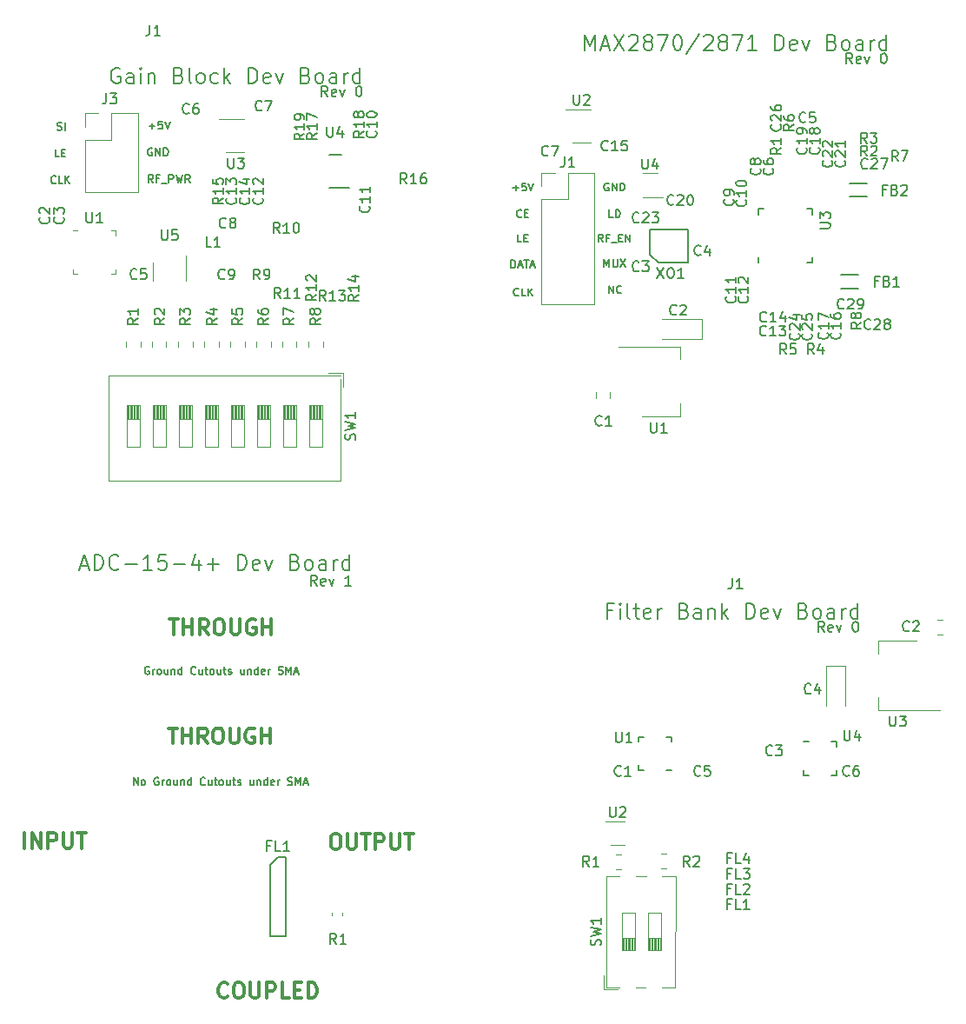
<source format=gto>
%MOIN*%
%OFA0B0*%
%FSLAX46Y46*%
%IPPOS*%
%LPD*%
%ADD10C,0.005905511811023622*%
%ADD11C,0.011811023622047244*%
%ADD12C,0.0078740157480314977*%
%ADD13C,0.0047244094488188976*%
%ADD24C,0.005905511811023622*%
%ADD25C,0.0047244094488188976*%
%ADD26C,0.0078740157480314977*%
%ADD27C,0.005905511811023622*%
%ADD28C,0.0047244094488188976*%
%ADD29C,0.0078740157480314977*%
%ADD30C,0.005905511811023622*%
%ADD31C,0.0078740157480314977*%
%ADD32C,0.0047244094488188976*%
G01*
D10*
X0000678993Y0001325787D02*
X0000676181Y0001327193D01*
X0000671962Y0001327193D01*
X0000667744Y0001325787D01*
X0000664932Y0001322975D01*
X0000663526Y0001320163D01*
X0000662120Y0001314538D01*
X0000662120Y0001310320D01*
X0000663526Y0001304696D01*
X0000664932Y0001301884D01*
X0000667744Y0001299072D01*
X0000671962Y0001297665D01*
X0000674775Y0001297665D01*
X0000678993Y0001299072D01*
X0000680399Y0001300478D01*
X0000680399Y0001310320D01*
X0000674775Y0001310320D01*
X0000693053Y0001297665D02*
X0000693053Y0001317350D01*
X0000693053Y0001311726D02*
X0000694460Y0001314538D01*
X0000695866Y0001315944D01*
X0000698678Y0001317350D01*
X0000701490Y0001317350D01*
X0000715551Y0001297665D02*
X0000712738Y0001299072D01*
X0000711332Y0001300478D01*
X0000709926Y0001303290D01*
X0000709926Y0001311726D01*
X0000711332Y0001314538D01*
X0000712738Y0001315944D01*
X0000715551Y0001317350D01*
X0000719769Y0001317350D01*
X0000722581Y0001315944D01*
X0000723987Y0001314538D01*
X0000725393Y0001311726D01*
X0000725393Y0001303290D01*
X0000723987Y0001300478D01*
X0000722581Y0001299072D01*
X0000719769Y0001297665D01*
X0000715551Y0001297665D01*
X0000750703Y0001317350D02*
X0000750703Y0001297665D01*
X0000738048Y0001317350D02*
X0000738048Y0001301884D01*
X0000739454Y0001299072D01*
X0000742266Y0001297665D01*
X0000746484Y0001297665D01*
X0000749296Y0001299072D01*
X0000750703Y0001300478D01*
X0000764763Y0001317350D02*
X0000764763Y0001297665D01*
X0000764763Y0001314538D02*
X0000766169Y0001315944D01*
X0000768981Y0001317350D01*
X0000773200Y0001317350D01*
X0000776012Y0001315944D01*
X0000777418Y0001313132D01*
X0000777418Y0001297665D01*
X0000804133Y0001297665D02*
X0000804133Y0001327193D01*
X0000804133Y0001299072D02*
X0000801321Y0001297665D01*
X0000795697Y0001297665D01*
X0000792885Y0001299072D01*
X0000791479Y0001300478D01*
X0000790073Y0001303290D01*
X0000790073Y0001311726D01*
X0000791479Y0001314538D01*
X0000792885Y0001315944D01*
X0000795697Y0001317350D01*
X0000801321Y0001317350D01*
X0000804133Y0001315944D01*
X0000857564Y0001300478D02*
X0000856158Y0001299072D01*
X0000851940Y0001297665D01*
X0000849128Y0001297665D01*
X0000844909Y0001299072D01*
X0000842097Y0001301884D01*
X0000840691Y0001304696D01*
X0000839285Y0001310320D01*
X0000839285Y0001314538D01*
X0000840691Y0001320163D01*
X0000842097Y0001322975D01*
X0000844909Y0001325787D01*
X0000849128Y0001327193D01*
X0000851940Y0001327193D01*
X0000856158Y0001325787D01*
X0000857564Y0001324381D01*
X0000882874Y0001317350D02*
X0000882874Y0001297665D01*
X0000870219Y0001317350D02*
X0000870219Y0001301884D01*
X0000871625Y0001299072D01*
X0000874437Y0001297665D01*
X0000878655Y0001297665D01*
X0000881467Y0001299072D01*
X0000882874Y0001300478D01*
X0000892716Y0001317350D02*
X0000903965Y0001317350D01*
X0000896934Y0001327193D02*
X0000896934Y0001301884D01*
X0000898340Y0001299072D01*
X0000901152Y0001297665D01*
X0000903965Y0001297665D01*
X0000918025Y0001297665D02*
X0000915213Y0001299072D01*
X0000913807Y0001300478D01*
X0000912401Y0001303290D01*
X0000912401Y0001311726D01*
X0000913807Y0001314538D01*
X0000915213Y0001315944D01*
X0000918025Y0001317350D01*
X0000922244Y0001317350D01*
X0000925056Y0001315944D01*
X0000926462Y0001314538D01*
X0000927868Y0001311726D01*
X0000927868Y0001303290D01*
X0000926462Y0001300478D01*
X0000925056Y0001299072D01*
X0000922244Y0001297665D01*
X0000918025Y0001297665D01*
X0000953177Y0001317350D02*
X0000953177Y0001297665D01*
X0000940523Y0001317350D02*
X0000940523Y0001301884D01*
X0000941929Y0001299072D01*
X0000944741Y0001297665D01*
X0000948959Y0001297665D01*
X0000951771Y0001299072D01*
X0000953177Y0001300478D01*
X0000963020Y0001317350D02*
X0000974268Y0001317350D01*
X0000967238Y0001327193D02*
X0000967238Y0001301884D01*
X0000968644Y0001299072D01*
X0000971456Y0001297665D01*
X0000974268Y0001297665D01*
X0000982705Y0001299072D02*
X0000985517Y0001297665D01*
X0000991141Y0001297665D01*
X0000993953Y0001299072D01*
X0000995359Y0001301884D01*
X0000995359Y0001303290D01*
X0000993953Y0001306102D01*
X0000991141Y0001307508D01*
X0000986923Y0001307508D01*
X0000984111Y0001308914D01*
X0000982705Y0001311726D01*
X0000982705Y0001313132D01*
X0000984111Y0001315944D01*
X0000986923Y0001317350D01*
X0000991141Y0001317350D01*
X0000993953Y0001315944D01*
X0001043166Y0001317350D02*
X0001043166Y0001297665D01*
X0001030511Y0001317350D02*
X0001030511Y0001301884D01*
X0001031917Y0001299072D01*
X0001034729Y0001297665D01*
X0001038948Y0001297665D01*
X0001041760Y0001299072D01*
X0001043166Y0001300478D01*
X0001057227Y0001317350D02*
X0001057227Y0001297665D01*
X0001057227Y0001314538D02*
X0001058633Y0001315944D01*
X0001061445Y0001317350D01*
X0001065663Y0001317350D01*
X0001068475Y0001315944D01*
X0001069881Y0001313132D01*
X0001069881Y0001297665D01*
X0001096597Y0001297665D02*
X0001096597Y0001327193D01*
X0001096597Y0001299072D02*
X0001093785Y0001297665D01*
X0001088160Y0001297665D01*
X0001085348Y0001299072D01*
X0001083942Y0001300478D01*
X0001082536Y0001303290D01*
X0001082536Y0001311726D01*
X0001083942Y0001314538D01*
X0001085348Y0001315944D01*
X0001088160Y0001317350D01*
X0001093785Y0001317350D01*
X0001096597Y0001315944D01*
X0001121906Y0001299072D02*
X0001119094Y0001297665D01*
X0001113470Y0001297665D01*
X0001110657Y0001299072D01*
X0001109251Y0001301884D01*
X0001109251Y0001313132D01*
X0001110657Y0001315944D01*
X0001113470Y0001317350D01*
X0001119094Y0001317350D01*
X0001121906Y0001315944D01*
X0001123312Y0001313132D01*
X0001123312Y0001310320D01*
X0001109251Y0001307508D01*
X0001135967Y0001297665D02*
X0001135967Y0001317350D01*
X0001135967Y0001311726D02*
X0001137373Y0001314538D01*
X0001138779Y0001315944D01*
X0001141591Y0001317350D01*
X0001144403Y0001317350D01*
X0001175337Y0001299072D02*
X0001179555Y0001297665D01*
X0001186586Y0001297665D01*
X0001189398Y0001299072D01*
X0001190804Y0001300478D01*
X0001192210Y0001303290D01*
X0001192210Y0001306102D01*
X0001190804Y0001308914D01*
X0001189398Y0001310320D01*
X0001186586Y0001311726D01*
X0001180961Y0001313132D01*
X0001178149Y0001314538D01*
X0001176743Y0001315944D01*
X0001175337Y0001318757D01*
X0001175337Y0001321569D01*
X0001176743Y0001324381D01*
X0001178149Y0001325787D01*
X0001180961Y0001327193D01*
X0001187992Y0001327193D01*
X0001192210Y0001325787D01*
X0001204864Y0001297665D02*
X0001204864Y0001327193D01*
X0001214707Y0001306102D01*
X0001224550Y0001327193D01*
X0001224550Y0001297665D01*
X0001237204Y0001306102D02*
X0001251265Y0001306102D01*
X0001234392Y0001297665D02*
X0001244235Y0001327193D01*
X0001254077Y0001297665D01*
D11*
X0000757030Y0001508717D02*
X0000790776Y0001508717D01*
X0000773903Y0001449662D02*
X0000773903Y0001508717D01*
X0000810461Y0001449662D02*
X0000810461Y0001508717D01*
X0000810461Y0001480596D02*
X0000844206Y0001480596D01*
X0000844206Y0001449662D02*
X0000844206Y0001508717D01*
X0000906074Y0001449662D02*
X0000886389Y0001477784D01*
X0000872328Y0001449662D02*
X0000872328Y0001508717D01*
X0000894825Y0001508717D01*
X0000900449Y0001505905D01*
X0000903262Y0001503093D01*
X0000906074Y0001497469D01*
X0000906074Y0001489032D01*
X0000903262Y0001483408D01*
X0000900449Y0001480596D01*
X0000894825Y0001477784D01*
X0000872328Y0001477784D01*
X0000942632Y0001508717D02*
X0000953880Y0001508717D01*
X0000959505Y0001505905D01*
X0000965129Y0001500281D01*
X0000967941Y0001489032D01*
X0000967941Y0001469347D01*
X0000965129Y0001458098D01*
X0000959505Y0001452474D01*
X0000953880Y0001449662D01*
X0000942632Y0001449662D01*
X0000937007Y0001452474D01*
X0000931383Y0001458098D01*
X0000928571Y0001469347D01*
X0000928571Y0001489032D01*
X0000931383Y0001500281D01*
X0000937007Y0001505905D01*
X0000942632Y0001508717D01*
X0000993250Y0001508717D02*
X0000993250Y0001460911D01*
X0000996062Y0001455286D01*
X0000998875Y0001452474D01*
X0001004499Y0001449662D01*
X0001015748Y0001449662D01*
X0001021372Y0001452474D01*
X0001024184Y0001455286D01*
X0001026996Y0001460911D01*
X0001026996Y0001508717D01*
X0001086051Y0001505905D02*
X0001080427Y0001508717D01*
X0001071990Y0001508717D01*
X0001063554Y0001505905D01*
X0001057930Y0001500281D01*
X0001055118Y0001494656D01*
X0001052305Y0001483408D01*
X0001052305Y0001474971D01*
X0001055118Y0001463723D01*
X0001057930Y0001458098D01*
X0001063554Y0001452474D01*
X0001071990Y0001449662D01*
X0001077615Y0001449662D01*
X0001086051Y0001452474D01*
X0001088863Y0001455286D01*
X0001088863Y0001474971D01*
X0001077615Y0001474971D01*
X0001114173Y0001449662D02*
X0001114173Y0001508717D01*
X0001114173Y0001480596D02*
X0001147918Y0001480596D01*
X0001147918Y0001449662D02*
X0001147918Y0001508717D01*
X0000753093Y0001091394D02*
X0000786839Y0001091394D01*
X0000769966Y0001032339D02*
X0000769966Y0001091394D01*
X0000806524Y0001032339D02*
X0000806524Y0001091394D01*
X0000806524Y0001063273D02*
X0000840269Y0001063273D01*
X0000840269Y0001032339D02*
X0000840269Y0001091394D01*
X0000902137Y0001032339D02*
X0000882452Y0001060461D01*
X0000868391Y0001032339D02*
X0000868391Y0001091394D01*
X0000890888Y0001091394D01*
X0000896512Y0001088582D01*
X0000899325Y0001085770D01*
X0000902137Y0001080146D01*
X0000902137Y0001071709D01*
X0000899325Y0001066085D01*
X0000896512Y0001063273D01*
X0000890888Y0001060461D01*
X0000868391Y0001060461D01*
X0000938695Y0001091394D02*
X0000949943Y0001091394D01*
X0000955567Y0001088582D01*
X0000961192Y0001082958D01*
X0000964004Y0001071709D01*
X0000964004Y0001052024D01*
X0000961192Y0001040776D01*
X0000955567Y0001035151D01*
X0000949943Y0001032339D01*
X0000938695Y0001032339D01*
X0000933070Y0001035151D01*
X0000927446Y0001040776D01*
X0000924634Y0001052024D01*
X0000924634Y0001071709D01*
X0000927446Y0001082958D01*
X0000933070Y0001088582D01*
X0000938695Y0001091394D01*
X0000989313Y0001091394D02*
X0000989313Y0001043588D01*
X0000992125Y0001037964D01*
X0000994938Y0001035151D01*
X0001000562Y0001032339D01*
X0001011810Y0001032339D01*
X0001017435Y0001035151D01*
X0001020247Y0001037964D01*
X0001023059Y0001043588D01*
X0001023059Y0001091394D01*
X0001082114Y0001088582D02*
X0001076490Y0001091394D01*
X0001068053Y0001091394D01*
X0001059617Y0001088582D01*
X0001053993Y0001082958D01*
X0001051181Y0001077334D01*
X0001048368Y0001066085D01*
X0001048368Y0001057649D01*
X0001051181Y0001046400D01*
X0001053993Y0001040776D01*
X0001059617Y0001035151D01*
X0001068053Y0001032339D01*
X0001073678Y0001032339D01*
X0001082114Y0001035151D01*
X0001084926Y0001037964D01*
X0001084926Y0001057649D01*
X0001073678Y0001057649D01*
X0001110236Y0001032339D02*
X0001110236Y0001091394D01*
X0001110236Y0001063273D02*
X0001143981Y0001063273D01*
X0001143981Y0001032339D02*
X0001143981Y0001091394D01*
D10*
X0000619516Y0000872469D02*
X0000619516Y0000901996D01*
X0000636389Y0000872469D01*
X0000636389Y0000901996D01*
X0000654668Y0000872469D02*
X0000651855Y0000873875D01*
X0000650449Y0000875281D01*
X0000649043Y0000878093D01*
X0000649043Y0000886529D01*
X0000650449Y0000889341D01*
X0000651855Y0000890748D01*
X0000654668Y0000892154D01*
X0000658886Y0000892154D01*
X0000661698Y0000890748D01*
X0000663104Y0000889341D01*
X0000664510Y0000886529D01*
X0000664510Y0000878093D01*
X0000663104Y0000875281D01*
X0000661698Y0000873875D01*
X0000658886Y0000872469D01*
X0000654668Y0000872469D01*
X0000715129Y0000900590D02*
X0000712317Y0000901996D01*
X0000708098Y0000901996D01*
X0000703880Y0000900590D01*
X0000701068Y0000897778D01*
X0000699662Y0000894966D01*
X0000698256Y0000889341D01*
X0000698256Y0000885123D01*
X0000699662Y0000879499D01*
X0000701068Y0000876687D01*
X0000703880Y0000873875D01*
X0000708098Y0000872469D01*
X0000710911Y0000872469D01*
X0000715129Y0000873875D01*
X0000716535Y0000875281D01*
X0000716535Y0000885123D01*
X0000710911Y0000885123D01*
X0000729190Y0000872469D02*
X0000729190Y0000892154D01*
X0000729190Y0000886529D02*
X0000730596Y0000889341D01*
X0000732002Y0000890748D01*
X0000734814Y0000892154D01*
X0000737626Y0000892154D01*
X0000751687Y0000872469D02*
X0000748875Y0000873875D01*
X0000747469Y0000875281D01*
X0000746062Y0000878093D01*
X0000746062Y0000886529D01*
X0000747469Y0000889341D01*
X0000748875Y0000890748D01*
X0000751687Y0000892154D01*
X0000755905Y0000892154D01*
X0000758717Y0000890748D01*
X0000760123Y0000889341D01*
X0000761529Y0000886529D01*
X0000761529Y0000878093D01*
X0000760123Y0000875281D01*
X0000758717Y0000873875D01*
X0000755905Y0000872469D01*
X0000751687Y0000872469D01*
X0000786839Y0000892154D02*
X0000786839Y0000872469D01*
X0000774184Y0000892154D02*
X0000774184Y0000876687D01*
X0000775590Y0000873875D01*
X0000778402Y0000872469D01*
X0000782620Y0000872469D01*
X0000785433Y0000873875D01*
X0000786839Y0000875281D01*
X0000800899Y0000892154D02*
X0000800899Y0000872469D01*
X0000800899Y0000889341D02*
X0000802305Y0000890748D01*
X0000805118Y0000892154D01*
X0000809336Y0000892154D01*
X0000812148Y0000890748D01*
X0000813554Y0000887935D01*
X0000813554Y0000872469D01*
X0000840269Y0000872469D02*
X0000840269Y0000901996D01*
X0000840269Y0000873875D02*
X0000837457Y0000872469D01*
X0000831833Y0000872469D01*
X0000829021Y0000873875D01*
X0000827615Y0000875281D01*
X0000826209Y0000878093D01*
X0000826209Y0000886529D01*
X0000827615Y0000889341D01*
X0000829021Y0000890748D01*
X0000831833Y0000892154D01*
X0000837457Y0000892154D01*
X0000840269Y0000890748D01*
X0000893700Y0000875281D02*
X0000892294Y0000873875D01*
X0000888076Y0000872469D01*
X0000885264Y0000872469D01*
X0000881046Y0000873875D01*
X0000878233Y0000876687D01*
X0000876827Y0000879499D01*
X0000875421Y0000885123D01*
X0000875421Y0000889341D01*
X0000876827Y0000894966D01*
X0000878233Y0000897778D01*
X0000881046Y0000900590D01*
X0000885264Y0000901996D01*
X0000888076Y0000901996D01*
X0000892294Y0000900590D01*
X0000893700Y0000899184D01*
X0000919010Y0000892154D02*
X0000919010Y0000872469D01*
X0000906355Y0000892154D02*
X0000906355Y0000876687D01*
X0000907761Y0000873875D01*
X0000910573Y0000872469D01*
X0000914791Y0000872469D01*
X0000917604Y0000873875D01*
X0000919010Y0000875281D01*
X0000928852Y0000892154D02*
X0000940101Y0000892154D01*
X0000933070Y0000901996D02*
X0000933070Y0000876687D01*
X0000934476Y0000873875D01*
X0000937289Y0000872469D01*
X0000940101Y0000872469D01*
X0000954161Y0000872469D02*
X0000951349Y0000873875D01*
X0000949943Y0000875281D01*
X0000948537Y0000878093D01*
X0000948537Y0000886529D01*
X0000949943Y0000889341D01*
X0000951349Y0000890748D01*
X0000954161Y0000892154D01*
X0000958380Y0000892154D01*
X0000961192Y0000890748D01*
X0000962598Y0000889341D01*
X0000964004Y0000886529D01*
X0000964004Y0000878093D01*
X0000962598Y0000875281D01*
X0000961192Y0000873875D01*
X0000958380Y0000872469D01*
X0000954161Y0000872469D01*
X0000989313Y0000892154D02*
X0000989313Y0000872469D01*
X0000976659Y0000892154D02*
X0000976659Y0000876687D01*
X0000978065Y0000873875D01*
X0000980877Y0000872469D01*
X0000985095Y0000872469D01*
X0000987907Y0000873875D01*
X0000989313Y0000875281D01*
X0000999156Y0000892154D02*
X0001010404Y0000892154D01*
X0001003374Y0000901996D02*
X0001003374Y0000876687D01*
X0001004780Y0000873875D01*
X0001007592Y0000872469D01*
X0001010404Y0000872469D01*
X0001018841Y0000873875D02*
X0001021653Y0000872469D01*
X0001027277Y0000872469D01*
X0001030089Y0000873875D01*
X0001031496Y0000876687D01*
X0001031496Y0000878093D01*
X0001030089Y0000880905D01*
X0001027277Y0000882311D01*
X0001023059Y0000882311D01*
X0001020247Y0000883717D01*
X0001018841Y0000886529D01*
X0001018841Y0000887935D01*
X0001020247Y0000890748D01*
X0001023059Y0000892154D01*
X0001027277Y0000892154D01*
X0001030089Y0000890748D01*
X0001079302Y0000892154D02*
X0001079302Y0000872469D01*
X0001066647Y0000892154D02*
X0001066647Y0000876687D01*
X0001068053Y0000873875D01*
X0001070866Y0000872469D01*
X0001075084Y0000872469D01*
X0001077896Y0000873875D01*
X0001079302Y0000875281D01*
X0001093363Y0000892154D02*
X0001093363Y0000872469D01*
X0001093363Y0000889341D02*
X0001094769Y0000890748D01*
X0001097581Y0000892154D01*
X0001101799Y0000892154D01*
X0001104611Y0000890748D01*
X0001106017Y0000887935D01*
X0001106017Y0000872469D01*
X0001132733Y0000872469D02*
X0001132733Y0000901996D01*
X0001132733Y0000873875D02*
X0001129921Y0000872469D01*
X0001124296Y0000872469D01*
X0001121484Y0000873875D01*
X0001120078Y0000875281D01*
X0001118672Y0000878093D01*
X0001118672Y0000886529D01*
X0001120078Y0000889341D01*
X0001121484Y0000890748D01*
X0001124296Y0000892154D01*
X0001129921Y0000892154D01*
X0001132733Y0000890748D01*
X0001158042Y0000873875D02*
X0001155230Y0000872469D01*
X0001149606Y0000872469D01*
X0001146794Y0000873875D01*
X0001145388Y0000876687D01*
X0001145388Y0000887935D01*
X0001146794Y0000890748D01*
X0001149606Y0000892154D01*
X0001155230Y0000892154D01*
X0001158042Y0000890748D01*
X0001159448Y0000887935D01*
X0001159448Y0000885123D01*
X0001145388Y0000882311D01*
X0001172103Y0000872469D02*
X0001172103Y0000892154D01*
X0001172103Y0000886529D02*
X0001173509Y0000889341D01*
X0001174915Y0000890748D01*
X0001177727Y0000892154D01*
X0001180539Y0000892154D01*
X0001211473Y0000873875D02*
X0001215691Y0000872469D01*
X0001222722Y0000872469D01*
X0001225534Y0000873875D01*
X0001226940Y0000875281D01*
X0001228346Y0000878093D01*
X0001228346Y0000880905D01*
X0001226940Y0000883717D01*
X0001225534Y0000885123D01*
X0001222722Y0000886529D01*
X0001217097Y0000887935D01*
X0001214285Y0000889341D01*
X0001212879Y0000890748D01*
X0001211473Y0000893560D01*
X0001211473Y0000896372D01*
X0001212879Y0000899184D01*
X0001214285Y0000900590D01*
X0001217097Y0000901996D01*
X0001224128Y0000901996D01*
X0001228346Y0000900590D01*
X0001241001Y0000872469D02*
X0001241001Y0000901996D01*
X0001250843Y0000880905D01*
X0001260686Y0000901996D01*
X0001260686Y0000872469D01*
X0001273340Y0000880905D02*
X0001287401Y0000880905D01*
X0001270528Y0000872469D02*
X0001280371Y0000901996D01*
X0001290213Y0000872469D01*
X0001322553Y0001637701D02*
X0001309430Y0001656449D01*
X0001300056Y0001637701D02*
X0001300056Y0001677071D01*
X0001315054Y0001677071D01*
X0001318803Y0001675196D01*
X0001320678Y0001673322D01*
X0001322553Y0001669572D01*
X0001322553Y0001663948D01*
X0001320678Y0001660198D01*
X0001318803Y0001658323D01*
X0001315054Y0001656449D01*
X0001300056Y0001656449D01*
X0001354424Y0001639576D02*
X0001350674Y0001637701D01*
X0001343175Y0001637701D01*
X0001339426Y0001639576D01*
X0001337551Y0001643325D01*
X0001337551Y0001658323D01*
X0001339426Y0001662073D01*
X0001343175Y0001663948D01*
X0001350674Y0001663948D01*
X0001354424Y0001662073D01*
X0001356299Y0001658323D01*
X0001356299Y0001654574D01*
X0001337551Y0001650824D01*
X0001369422Y0001663948D02*
X0001378796Y0001637701D01*
X0001388170Y0001663948D01*
X0001453786Y0001637701D02*
X0001431289Y0001637701D01*
X0001442538Y0001637701D02*
X0001442538Y0001677071D01*
X0001438788Y0001671447D01*
X0001435039Y0001667697D01*
X0001431289Y0001665823D01*
D12*
X0000415635Y0001714566D02*
X0000443756Y0001714566D01*
X0000410011Y0001697694D02*
X0000429696Y0001756749D01*
X0000449381Y0001697694D01*
X0000469066Y0001697694D02*
X0000469066Y0001756749D01*
X0000483127Y0001756749D01*
X0000491563Y0001753937D01*
X0000497187Y0001748312D01*
X0000499999Y0001742688D01*
X0000502812Y0001731439D01*
X0000502812Y0001723003D01*
X0000499999Y0001711754D01*
X0000497187Y0001706130D01*
X0000491563Y0001700506D01*
X0000483127Y0001697694D01*
X0000469066Y0001697694D01*
X0000561867Y0001703318D02*
X0000559055Y0001700506D01*
X0000550618Y0001697694D01*
X0000544994Y0001697694D01*
X0000536557Y0001700506D01*
X0000530933Y0001706130D01*
X0000528121Y0001711754D01*
X0000525309Y0001723003D01*
X0000525309Y0001731439D01*
X0000528121Y0001742688D01*
X0000530933Y0001748312D01*
X0000536557Y0001753937D01*
X0000544994Y0001756749D01*
X0000550618Y0001756749D01*
X0000559055Y0001753937D01*
X0000561867Y0001751124D01*
X0000587176Y0001720191D02*
X0000632170Y0001720191D01*
X0000691226Y0001697694D02*
X0000657480Y0001697694D01*
X0000674353Y0001697694D02*
X0000674353Y0001756749D01*
X0000668728Y0001748312D01*
X0000663104Y0001742688D01*
X0000657480Y0001739876D01*
X0000744656Y0001756749D02*
X0000716535Y0001756749D01*
X0000713723Y0001728627D01*
X0000716535Y0001731439D01*
X0000722159Y0001734251D01*
X0000736220Y0001734251D01*
X0000741844Y0001731439D01*
X0000744656Y0001728627D01*
X0000747469Y0001723003D01*
X0000747469Y0001708942D01*
X0000744656Y0001703318D01*
X0000741844Y0001700506D01*
X0000736220Y0001697694D01*
X0000722159Y0001697694D01*
X0000716535Y0001700506D01*
X0000713723Y0001703318D01*
X0000772778Y0001720191D02*
X0000817772Y0001720191D01*
X0000871203Y0001737064D02*
X0000871203Y0001697694D01*
X0000857142Y0001759561D02*
X0000843082Y0001717379D01*
X0000879640Y0001717379D01*
X0000902137Y0001720191D02*
X0000947131Y0001720191D01*
X0000924634Y0001697694D02*
X0000924634Y0001742688D01*
X0001020247Y0001697694D02*
X0001020247Y0001756749D01*
X0001034308Y0001756749D01*
X0001042744Y0001753937D01*
X0001048368Y0001748312D01*
X0001051181Y0001742688D01*
X0001053993Y0001731439D01*
X0001053993Y0001723003D01*
X0001051181Y0001711754D01*
X0001048368Y0001706130D01*
X0001042744Y0001700506D01*
X0001034308Y0001697694D01*
X0001020247Y0001697694D01*
X0001101799Y0001700506D02*
X0001096175Y0001697694D01*
X0001084926Y0001697694D01*
X0001079302Y0001700506D01*
X0001076490Y0001706130D01*
X0001076490Y0001728627D01*
X0001079302Y0001734251D01*
X0001084926Y0001737064D01*
X0001096175Y0001737064D01*
X0001101799Y0001734251D01*
X0001104611Y0001728627D01*
X0001104611Y0001723003D01*
X0001076490Y0001717379D01*
X0001124296Y0001737064D02*
X0001138357Y0001697694D01*
X0001152418Y0001737064D01*
X0001239595Y0001728627D02*
X0001248031Y0001725815D01*
X0001250843Y0001723003D01*
X0001253655Y0001717379D01*
X0001253655Y0001708942D01*
X0001250843Y0001703318D01*
X0001248031Y0001700506D01*
X0001242407Y0001697694D01*
X0001219910Y0001697694D01*
X0001219910Y0001756749D01*
X0001239595Y0001756749D01*
X0001245219Y0001753937D01*
X0001248031Y0001751124D01*
X0001250843Y0001745500D01*
X0001250843Y0001739876D01*
X0001248031Y0001734251D01*
X0001245219Y0001731439D01*
X0001239595Y0001728627D01*
X0001219910Y0001728627D01*
X0001287401Y0001697694D02*
X0001281777Y0001700506D01*
X0001278965Y0001703318D01*
X0001276152Y0001708942D01*
X0001276152Y0001725815D01*
X0001278965Y0001731439D01*
X0001281777Y0001734251D01*
X0001287401Y0001737064D01*
X0001295837Y0001737064D01*
X0001301462Y0001734251D01*
X0001304274Y0001731439D01*
X0001307086Y0001725815D01*
X0001307086Y0001708942D01*
X0001304274Y0001703318D01*
X0001301462Y0001700506D01*
X0001295837Y0001697694D01*
X0001287401Y0001697694D01*
X0001357705Y0001697694D02*
X0001357705Y0001728627D01*
X0001354893Y0001734251D01*
X0001349268Y0001737064D01*
X0001338020Y0001737064D01*
X0001332395Y0001734251D01*
X0001357705Y0001700506D02*
X0001352080Y0001697694D01*
X0001338020Y0001697694D01*
X0001332395Y0001700506D01*
X0001329583Y0001706130D01*
X0001329583Y0001711754D01*
X0001332395Y0001717379D01*
X0001338020Y0001720191D01*
X0001352080Y0001720191D01*
X0001357705Y0001723003D01*
X0001385826Y0001697694D02*
X0001385826Y0001737064D01*
X0001385826Y0001725815D02*
X0001388638Y0001731439D01*
X0001391451Y0001734251D01*
X0001397075Y0001737064D01*
X0001402699Y0001737064D01*
X0001447693Y0001697694D02*
X0001447693Y0001756749D01*
X0001447693Y0001700506D02*
X0001442069Y0001697694D01*
X0001430821Y0001697694D01*
X0001425196Y0001700506D01*
X0001422384Y0001703318D01*
X0001419572Y0001708942D01*
X0001419572Y0001725815D01*
X0001422384Y0001731439D01*
X0001425196Y0001734251D01*
X0001430821Y0001737064D01*
X0001442069Y0001737064D01*
X0001447693Y0001734251D01*
D11*
X0000980596Y0000061586D02*
X0000977783Y0000058773D01*
X0000969347Y0000055961D01*
X0000963723Y0000055961D01*
X0000955286Y0000058773D01*
X0000949662Y0000064398D01*
X0000946850Y0000070022D01*
X0000944038Y0000081271D01*
X0000944038Y0000089707D01*
X0000946850Y0000100956D01*
X0000949662Y0000106580D01*
X0000955286Y0000112204D01*
X0000963723Y0000115016D01*
X0000969347Y0000115016D01*
X0000977783Y0000112204D01*
X0000980596Y0000109392D01*
X0001017154Y0000115016D02*
X0001028402Y0000115016D01*
X0001034026Y0000112204D01*
X0001039651Y0000106580D01*
X0001042463Y0000095331D01*
X0001042463Y0000075646D01*
X0001039651Y0000064398D01*
X0001034026Y0000058773D01*
X0001028402Y0000055961D01*
X0001017154Y0000055961D01*
X0001011529Y0000058773D01*
X0001005905Y0000064398D01*
X0001003093Y0000075646D01*
X0001003093Y0000095331D01*
X0001005905Y0000106580D01*
X0001011529Y0000112204D01*
X0001017154Y0000115016D01*
X0001067772Y0000115016D02*
X0001067772Y0000067210D01*
X0001070584Y0000061586D01*
X0001073397Y0000058773D01*
X0001079021Y0000055961D01*
X0001090269Y0000055961D01*
X0001095894Y0000058773D01*
X0001098706Y0000061586D01*
X0001101518Y0000067210D01*
X0001101518Y0000115016D01*
X0001129640Y0000055961D02*
X0001129640Y0000115016D01*
X0001152137Y0000115016D01*
X0001157761Y0000112204D01*
X0001160573Y0000109392D01*
X0001163385Y0000103768D01*
X0001163385Y0000095331D01*
X0001160573Y0000089707D01*
X0001157761Y0000086895D01*
X0001152137Y0000084083D01*
X0001129640Y0000084083D01*
X0001216816Y0000055961D02*
X0001188695Y0000055961D01*
X0001188695Y0000115016D01*
X0001236501Y0000086895D02*
X0001256186Y0000086895D01*
X0001264623Y0000055961D02*
X0001236501Y0000055961D01*
X0001236501Y0000115016D01*
X0001264623Y0000115016D01*
X0001289932Y0000055961D02*
X0001289932Y0000115016D01*
X0001303993Y0000115016D01*
X0001312429Y0000112204D01*
X0001318053Y0000106580D01*
X0001320866Y0000100956D01*
X0001323678Y0000089707D01*
X0001323678Y0000081271D01*
X0001320866Y0000070022D01*
X0001318053Y0000064398D01*
X0001312429Y0000058773D01*
X0001303993Y0000055961D01*
X0001289932Y0000055961D01*
X0001389482Y0000685883D02*
X0001400731Y0000685883D01*
X0001406355Y0000683070D01*
X0001411979Y0000677446D01*
X0001414791Y0000666197D01*
X0001414791Y0000646512D01*
X0001411979Y0000635264D01*
X0001406355Y0000629640D01*
X0001400731Y0000626827D01*
X0001389482Y0000626827D01*
X0001383858Y0000629640D01*
X0001378233Y0000635264D01*
X0001375421Y0000646512D01*
X0001375421Y0000666197D01*
X0001378233Y0000677446D01*
X0001383858Y0000683070D01*
X0001389482Y0000685883D01*
X0001440101Y0000685883D02*
X0001440101Y0000638076D01*
X0001442913Y0000632452D01*
X0001445725Y0000629640D01*
X0001451349Y0000626827D01*
X0001462598Y0000626827D01*
X0001468222Y0000629640D01*
X0001471034Y0000632452D01*
X0001473846Y0000638076D01*
X0001473846Y0000685883D01*
X0001493532Y0000685883D02*
X0001527277Y0000685883D01*
X0001510404Y0000626827D02*
X0001510404Y0000685883D01*
X0001546962Y0000626827D02*
X0001546962Y0000685883D01*
X0001569460Y0000685883D01*
X0001575084Y0000683070D01*
X0001577896Y0000680258D01*
X0001580708Y0000674634D01*
X0001580708Y0000666197D01*
X0001577896Y0000660573D01*
X0001575084Y0000657761D01*
X0001569460Y0000654949D01*
X0001546962Y0000654949D01*
X0001606017Y0000685883D02*
X0001606017Y0000638076D01*
X0001608830Y0000632452D01*
X0001611642Y0000629640D01*
X0001617266Y0000626827D01*
X0001628515Y0000626827D01*
X0001634139Y0000629640D01*
X0001636951Y0000632452D01*
X0001639763Y0000638076D01*
X0001639763Y0000685883D01*
X0001659448Y0000685883D02*
X0001693194Y0000685883D01*
X0001676321Y0000626827D02*
X0001676321Y0000685883D01*
X0000201068Y0000630764D02*
X0000201068Y0000689820D01*
X0000229190Y0000630764D02*
X0000229190Y0000689820D01*
X0000262935Y0000630764D01*
X0000262935Y0000689820D01*
X0000291057Y0000630764D02*
X0000291057Y0000689820D01*
X0000313554Y0000689820D01*
X0000319178Y0000687007D01*
X0000321990Y0000684195D01*
X0000324803Y0000678571D01*
X0000324803Y0000670134D01*
X0000321990Y0000664510D01*
X0000319178Y0000661698D01*
X0000313554Y0000658886D01*
X0000291057Y0000658886D01*
X0000350112Y0000689820D02*
X0000350112Y0000642013D01*
X0000352924Y0000636389D01*
X0000355736Y0000633577D01*
X0000361361Y0000630764D01*
X0000372609Y0000630764D01*
X0000378233Y0000633577D01*
X0000381046Y0000636389D01*
X0000383858Y0000642013D01*
X0000383858Y0000689820D01*
X0000403543Y0000689820D02*
X0000437289Y0000689820D01*
X0000420416Y0000630764D02*
X0000420416Y0000689820D01*
D10*
X0001143022Y0000567086D02*
X0001173337Y0000597401D01*
X0001173337Y0000597401D02*
X0001203652Y0000597401D01*
X0001203652Y0000597401D02*
X0001203652Y0000293070D01*
X0001203652Y0000293070D02*
X0001143022Y0000293070D01*
X0001143022Y0000293070D02*
X0001143022Y0000567086D01*
D13*
X0001421653Y0000371544D02*
X0001421653Y0000384361D01*
X0001381496Y0000371544D02*
X0001381496Y0000384361D01*
D10*
X0001144278Y0000639583D02*
X0001131155Y0000639583D01*
X0001131155Y0000618960D02*
X0001131155Y0000658331D01*
X0001149903Y0000658331D01*
X0001183648Y0000618960D02*
X0001164901Y0000618960D01*
X0001164901Y0000658331D01*
X0001217394Y0000618960D02*
X0001194897Y0000618960D01*
X0001206146Y0000618960D02*
X0001206146Y0000658331D01*
X0001202396Y0000652706D01*
X0001198647Y0000648957D01*
X0001194897Y0000647082D01*
X0001396981Y0000263685D02*
X0001383858Y0000282433D01*
X0001374484Y0000263685D02*
X0001374484Y0000303055D01*
X0001389482Y0000303055D01*
X0001393232Y0000301181D01*
X0001395106Y0000299306D01*
X0001396981Y0000295556D01*
X0001396981Y0000289932D01*
X0001395106Y0000286182D01*
X0001393232Y0000284308D01*
X0001389482Y0000282433D01*
X0001374484Y0000282433D01*
X0001434476Y0000263685D02*
X0001411979Y0000263685D01*
X0001423228Y0000263685D02*
X0001423228Y0000303055D01*
X0001419478Y0000297431D01*
X0001415729Y0000293682D01*
X0001411979Y0000291807D01*
G04 next file*
G04 #@! TF.GenerationSoftware,KiCad,Pcbnew,(5.0.2)-1*
G04 #@! TF.CreationDate,2019-01-19T11:17:49+11:00*
G04 #@! TF.ProjectId,Filter_Bank_Dev_Rev_0,46696c74-6572-45f4-9261-6e6b5f446576,0*
G04 #@! TF.SameCoordinates,Original*
G04 #@! TF.FileFunction,Legend,Top*
G04 #@! TF.FilePolarity,Positive*
G04 Gerber Fmt 4.6, Leading zero omitted, Abs format (unit mm)*
G04 Created by KiCad (PCBNEW (5.0.2)-1) date 19/01/2019 11:17:49*
G01*
G04 APERTURE LIST*
G04 APERTURE END LIST*
D24*
G04 #@! TO.C,U1*
X0002556102Y0000930118D02*
X0002575787Y0000930118D01*
X0002556102Y0001058070D02*
X0002575787Y0001058070D01*
X0002684055Y0001058070D02*
X0002664370Y0001058070D01*
X0002684055Y0000930118D02*
X0002664370Y0000930118D01*
X0002556102Y0001058070D02*
X0002556102Y0001038385D01*
X0002684055Y0001058070D02*
X0002684055Y0001038385D01*
X0002556102Y0000930118D02*
X0002556102Y0000949803D01*
G04 #@! TO.C,U4*
X0003317913Y0001038385D02*
X0003298228Y0001038385D01*
X0003317913Y0000910433D02*
X0003298228Y0000910433D01*
X0003189960Y0000910433D02*
X0003209645Y0000910433D01*
X0003189960Y0001038385D02*
X0003209645Y0001038385D01*
X0003317913Y0000910433D02*
X0003317913Y0000930118D01*
X0003189960Y0000910433D02*
X0003189960Y0000930118D01*
X0003317913Y0001038385D02*
X0003317913Y0001018700D01*
D25*
G04 #@! TO.C,SW1*
X0002591929Y0000287270D02*
X0002641929Y0000287270D01*
X0002639173Y0000239763D02*
X0002639173Y0000287270D01*
X0002634448Y0000239763D02*
X0002634448Y0000287270D01*
X0002629724Y0000239763D02*
X0002629724Y0000287270D01*
X0002625000Y0000239763D02*
X0002625000Y0000287270D01*
X0002620275Y0000239763D02*
X0002620275Y0000287270D01*
X0002615551Y0000239763D02*
X0002615551Y0000287270D01*
X0002610826Y0000239763D02*
X0002610826Y0000287270D01*
X0002606102Y0000239763D02*
X0002606102Y0000287270D01*
X0002601377Y0000239763D02*
X0002601377Y0000287270D01*
X0002596653Y0000239763D02*
X0002596653Y0000287270D01*
X0002591929Y0000382283D02*
X0002591929Y0000239763D01*
X0002641929Y0000382283D02*
X0002591929Y0000382283D01*
X0002641929Y0000239763D02*
X0002641929Y0000382283D01*
X0002591929Y0000239763D02*
X0002641929Y0000239763D01*
X0002491929Y0000287270D02*
X0002541929Y0000287270D01*
X0002539173Y0000239763D02*
X0002539173Y0000287270D01*
X0002534448Y0000239763D02*
X0002534448Y0000287270D01*
X0002529724Y0000239763D02*
X0002529724Y0000287270D01*
X0002525000Y0000239763D02*
X0002525000Y0000287270D01*
X0002520275Y0000239763D02*
X0002520275Y0000287270D01*
X0002515551Y0000239763D02*
X0002515551Y0000287270D01*
X0002510826Y0000239763D02*
X0002510826Y0000287270D01*
X0002506102Y0000239763D02*
X0002506102Y0000287270D01*
X0002501377Y0000239763D02*
X0002501377Y0000287270D01*
X0002496653Y0000239763D02*
X0002496653Y0000287270D01*
X0002491929Y0000382283D02*
X0002491929Y0000239763D01*
X0002541929Y0000382283D02*
X0002491929Y0000382283D01*
X0002541929Y0000239763D02*
X0002541929Y0000382283D01*
X0002491929Y0000239763D02*
X0002541929Y0000239763D01*
X0002422440Y0000088582D02*
X0002476889Y0000088582D01*
X0002422440Y0000088582D02*
X0002422440Y0000143031D01*
X0002548425Y0000522047D02*
X0002585433Y0000522047D01*
X0002433070Y0000522047D02*
X0002484645Y0000522047D01*
X0002647244Y0000522047D02*
X0002698818Y0000522047D01*
X0002646456Y0000098031D02*
X0002698031Y0000098031D01*
X0002546456Y0000098031D02*
X0002583464Y0000098031D01*
X0002431889Y0000098031D02*
X0002483464Y0000098031D01*
X0002698031Y0000098031D02*
X0002698818Y0000521653D01*
X0002431889Y0000098031D02*
X0002433070Y0000521653D01*
G04 #@! TO.C,C2*
X0003702418Y0001506299D02*
X0003722778Y0001506299D01*
X0003702418Y0001450393D02*
X0003722778Y0001450393D01*
G04 #@! TO.C,C4*
X0003349803Y0001177165D02*
X0003349803Y0001331102D01*
X0003349803Y0001331102D02*
X0003276181Y0001331102D01*
X0003276181Y0001331102D02*
X0003276181Y0001177165D01*
G04 #@! TO.C,R1*
X0002489018Y0000550787D02*
X0002468658Y0000550787D01*
X0002489018Y0000606692D02*
X0002468658Y0000606692D01*
G04 #@! TO.C,R2*
X0002643363Y0000554724D02*
X0002663723Y0000554724D01*
X0002643363Y0000610629D02*
X0002663723Y0000610629D01*
G04 #@! TO.C,U2*
X0002503937Y0000734645D02*
X0002429133Y0000734645D01*
X0002448818Y0000643307D02*
X0002503937Y0000643307D01*
G04 #@! TO.C,U3*
X0003475984Y0001427559D02*
X0003475984Y0001377952D01*
X0003475984Y0001159055D02*
X0003475984Y0001208661D01*
X0003624015Y0001427559D02*
X0003475984Y0001427559D01*
X0003712598Y0001159055D02*
X0003475984Y0001159055D01*
G04 #@! TO.C,U1*
D24*
X0002470003Y0001076677D02*
X0002470003Y0001044806D01*
X0002471878Y0001041057D01*
X0002473753Y0001039182D01*
X0002477502Y0001037307D01*
X0002485001Y0001037307D01*
X0002488751Y0001039182D01*
X0002490626Y0001041057D01*
X0002492500Y0001044806D01*
X0002492500Y0001076677D01*
X0002531871Y0001037307D02*
X0002509373Y0001037307D01*
X0002520622Y0001037307D02*
X0002520622Y0001076677D01*
X0002516872Y0001071053D01*
X0002513123Y0001067304D01*
X0002509373Y0001065429D01*
G04 #@! TO.C,U4*
X0003345988Y0001082583D02*
X0003345988Y0001050712D01*
X0003347862Y0001046962D01*
X0003349737Y0001045088D01*
X0003353487Y0001043213D01*
X0003360986Y0001043213D01*
X0003364735Y0001045088D01*
X0003366610Y0001046962D01*
X0003368485Y0001050712D01*
X0003368485Y0001082583D01*
X0003404105Y0001069460D02*
X0003404105Y0001043213D01*
X0003394731Y0001084458D02*
X0003385358Y0001056336D01*
X0003409730Y0001056336D01*
G04 #@! TO.C,SW1*
X0002410423Y0000258530D02*
X0002412298Y0000264154D01*
X0002412298Y0000273528D01*
X0002410423Y0000277277D01*
X0002408548Y0000279152D01*
X0002404799Y0000281027D01*
X0002401049Y0000281027D01*
X0002397300Y0000279152D01*
X0002395425Y0000277277D01*
X0002393550Y0000273528D01*
X0002391676Y0000266029D01*
X0002389801Y0000262279D01*
X0002387926Y0000260404D01*
X0002384177Y0000258530D01*
X0002380427Y0000258530D01*
X0002376677Y0000260404D01*
X0002374803Y0000262279D01*
X0002372928Y0000266029D01*
X0002372928Y0000275403D01*
X0002374803Y0000281027D01*
X0002372928Y0000294150D02*
X0002412298Y0000303524D01*
X0002384177Y0000311023D01*
X0002412298Y0000318522D01*
X0002372928Y0000327896D01*
X0002412298Y0000363517D02*
X0002412298Y0000341019D01*
X0002412298Y0000352268D02*
X0002372928Y0000352268D01*
X0002378552Y0000348518D01*
X0002382302Y0000344769D01*
X0002384177Y0000341019D01*
G04 #@! TO.C,FL1*
X0002909917Y0000416197D02*
X0002896794Y0000416197D01*
X0002896794Y0000395575D02*
X0002896794Y0000434945D01*
X0002915541Y0000434945D01*
X0002949287Y0000395575D02*
X0002930539Y0000395575D01*
X0002930539Y0000434945D01*
X0002983033Y0000395575D02*
X0002960536Y0000395575D01*
X0002971784Y0000395575D02*
X0002971784Y0000434945D01*
X0002968035Y0000429321D01*
X0002964285Y0000425571D01*
X0002960536Y0000423697D01*
G04 #@! TO.C,FL2*
X0002909917Y0000475253D02*
X0002896794Y0000475253D01*
X0002896794Y0000454630D02*
X0002896794Y0000494000D01*
X0002915541Y0000494000D01*
X0002949287Y0000454630D02*
X0002930539Y0000454630D01*
X0002930539Y0000494000D01*
X0002960536Y0000490251D02*
X0002962410Y0000492125D01*
X0002966160Y0000494000D01*
X0002975534Y0000494000D01*
X0002979283Y0000492125D01*
X0002981158Y0000490251D01*
X0002983033Y0000486501D01*
X0002983033Y0000482752D01*
X0002981158Y0000477127D01*
X0002958661Y0000454630D01*
X0002983033Y0000454630D01*
G04 #@! TO.C,FL3*
X0002909917Y0000534308D02*
X0002896794Y0000534308D01*
X0002896794Y0000513685D02*
X0002896794Y0000553055D01*
X0002915541Y0000553055D01*
X0002949287Y0000513685D02*
X0002930539Y0000513685D01*
X0002930539Y0000553055D01*
X0002958661Y0000553055D02*
X0002983033Y0000553055D01*
X0002969910Y0000538057D01*
X0002975534Y0000538057D01*
X0002979283Y0000536182D01*
X0002981158Y0000534308D01*
X0002983033Y0000530558D01*
X0002983033Y0000521184D01*
X0002981158Y0000517435D01*
X0002979283Y0000515560D01*
X0002975534Y0000513685D01*
X0002964285Y0000513685D01*
X0002960536Y0000515560D01*
X0002958661Y0000517435D01*
G04 #@! TO.C,FL4*
X0002909917Y0000593363D02*
X0002896794Y0000593363D01*
X0002896794Y0000572740D02*
X0002896794Y0000612110D01*
X0002915541Y0000612110D01*
X0002949287Y0000572740D02*
X0002930539Y0000572740D01*
X0002930539Y0000612110D01*
X0002979283Y0000598987D02*
X0002979283Y0000572740D01*
X0002969910Y0000613985D02*
X0002960536Y0000585864D01*
X0002984908Y0000585864D01*
G04 #@! TO.C,C2*
X0003595800Y0001466254D02*
X0003593925Y0001464379D01*
X0003588301Y0001462504D01*
X0003584551Y0001462504D01*
X0003578927Y0001464379D01*
X0003575178Y0001468129D01*
X0003573303Y0001471878D01*
X0003571428Y0001479377D01*
X0003571428Y0001485001D01*
X0003573303Y0001492500D01*
X0003575178Y0001496250D01*
X0003578927Y0001500000D01*
X0003584551Y0001501874D01*
X0003588301Y0001501874D01*
X0003593925Y0001500000D01*
X0003595800Y0001498125D01*
X0003610798Y0001498125D02*
X0003612673Y0001500000D01*
X0003616422Y0001501874D01*
X0003625796Y0001501874D01*
X0003629546Y0001500000D01*
X0003631421Y0001498125D01*
X0003633295Y0001494375D01*
X0003633295Y0001490626D01*
X0003631421Y0001485001D01*
X0003608923Y0001462504D01*
X0003633295Y0001462504D01*
G04 #@! TO.C,C3*
X0003070210Y0000989876D02*
X0003068335Y0000988001D01*
X0003062710Y0000986126D01*
X0003058961Y0000986126D01*
X0003053337Y0000988001D01*
X0003049587Y0000991751D01*
X0003047712Y0000995500D01*
X0003045838Y0001002999D01*
X0003045838Y0001008623D01*
X0003047712Y0001016122D01*
X0003049587Y0001019872D01*
X0003053337Y0001023622D01*
X0003058961Y0001025496D01*
X0003062710Y0001025496D01*
X0003068335Y0001023622D01*
X0003070210Y0001021747D01*
X0003083333Y0001025496D02*
X0003107705Y0001025496D01*
X0003094581Y0001010498D01*
X0003100206Y0001010498D01*
X0003103955Y0001008623D01*
X0003105830Y0001006749D01*
X0003107705Y0001002999D01*
X0003107705Y0000993625D01*
X0003105830Y0000989876D01*
X0003103955Y0000988001D01*
X0003100206Y0000986126D01*
X0003088957Y0000986126D01*
X0003085208Y0000988001D01*
X0003083333Y0000989876D01*
G04 #@! TO.C,C4*
X0003217847Y0001226096D02*
X0003215973Y0001224222D01*
X0003210348Y0001222347D01*
X0003206599Y0001222347D01*
X0003200974Y0001224222D01*
X0003197225Y0001227971D01*
X0003195350Y0001231721D01*
X0003193475Y0001239220D01*
X0003193475Y0001244844D01*
X0003195350Y0001252343D01*
X0003197225Y0001256092D01*
X0003200974Y0001259842D01*
X0003206599Y0001261717D01*
X0003210348Y0001261717D01*
X0003215973Y0001259842D01*
X0003217847Y0001257967D01*
X0003251593Y0001248593D02*
X0003251593Y0001222347D01*
X0003242219Y0001263592D02*
X0003232845Y0001235470D01*
X0003257217Y0001235470D01*
G04 #@! TO.C,C5*
X0002794619Y0000911136D02*
X0002792744Y0000909261D01*
X0002787120Y0000907386D01*
X0002783370Y0000907386D01*
X0002777746Y0000909261D01*
X0002773997Y0000913010D01*
X0002772122Y0000916760D01*
X0002770247Y0000924259D01*
X0002770247Y0000929883D01*
X0002772122Y0000937382D01*
X0002773997Y0000941132D01*
X0002777746Y0000944881D01*
X0002783370Y0000946756D01*
X0002787120Y0000946756D01*
X0002792744Y0000944881D01*
X0002794619Y0000943007D01*
X0002830240Y0000946756D02*
X0002811492Y0000946756D01*
X0002809617Y0000928008D01*
X0002811492Y0000929883D01*
X0002815241Y0000931758D01*
X0002824615Y0000931758D01*
X0002828365Y0000929883D01*
X0002830240Y0000928008D01*
X0002832114Y0000924259D01*
X0002832114Y0000914885D01*
X0002830240Y0000911136D01*
X0002828365Y0000909261D01*
X0002824615Y0000907386D01*
X0002815241Y0000907386D01*
X0002811492Y0000909261D01*
X0002809617Y0000911136D01*
G04 #@! TO.C,J1*
X0002916010Y0001665260D02*
X0002916010Y0001637139D01*
X0002914135Y0001631514D01*
X0002910386Y0001627765D01*
X0002904761Y0001625890D01*
X0002901012Y0001625890D01*
X0002955380Y0001625890D02*
X0002932883Y0001625890D01*
X0002944132Y0001625890D02*
X0002944132Y0001665260D01*
X0002940382Y0001659636D01*
X0002936632Y0001655886D01*
X0002932883Y0001654012D01*
G04 #@! TO.C,R1*
X0002367454Y0000560929D02*
X0002354330Y0000579677D01*
X0002344956Y0000560929D02*
X0002344956Y0000600299D01*
X0002359955Y0000600299D01*
X0002363704Y0000598425D01*
X0002365579Y0000596550D01*
X0002367454Y0000592800D01*
X0002367454Y0000587176D01*
X0002365579Y0000583427D01*
X0002363704Y0000581552D01*
X0002359955Y0000579677D01*
X0002344956Y0000579677D01*
X0002404949Y0000560929D02*
X0002382452Y0000560929D01*
X0002393700Y0000560929D02*
X0002393700Y0000600299D01*
X0002389951Y0000594675D01*
X0002386201Y0000590926D01*
X0002382452Y0000589051D01*
G04 #@! TO.C,R2*
X0002753280Y0000560929D02*
X0002740157Y0000579677D01*
X0002730783Y0000560929D02*
X0002730783Y0000600299D01*
X0002745781Y0000600299D01*
X0002749531Y0000598425D01*
X0002751406Y0000596550D01*
X0002753280Y0000592800D01*
X0002753280Y0000587176D01*
X0002751406Y0000583427D01*
X0002749531Y0000581552D01*
X0002745781Y0000579677D01*
X0002730783Y0000579677D01*
X0002768278Y0000596550D02*
X0002770153Y0000598425D01*
X0002773903Y0000600299D01*
X0002783277Y0000600299D01*
X0002787026Y0000598425D01*
X0002788901Y0000596550D01*
X0002790776Y0000592800D01*
X0002790776Y0000589051D01*
X0002788901Y0000583427D01*
X0002766404Y0000560929D01*
X0002790776Y0000560929D01*
G04 #@! TO.C,U2*
X0002446381Y0000789276D02*
X0002446381Y0000757405D01*
X0002448256Y0000753655D01*
X0002450131Y0000751781D01*
X0002453880Y0000749906D01*
X0002461379Y0000749906D01*
X0002465129Y0000751781D01*
X0002467004Y0000753655D01*
X0002468878Y0000757405D01*
X0002468878Y0000789276D01*
X0002485751Y0000785526D02*
X0002487626Y0000787401D01*
X0002491376Y0000789276D01*
X0002500749Y0000789276D01*
X0002504499Y0000787401D01*
X0002506374Y0000785526D01*
X0002508248Y0000781777D01*
X0002508248Y0000778027D01*
X0002506374Y0000772403D01*
X0002483877Y0000749906D01*
X0002508248Y0000749906D01*
G04 #@! TO.C,U3*
X0003521184Y0001137701D02*
X0003521184Y0001105830D01*
X0003523059Y0001102081D01*
X0003524934Y0001100206D01*
X0003528683Y0001098331D01*
X0003536182Y0001098331D01*
X0003539932Y0001100206D01*
X0003541807Y0001102081D01*
X0003543682Y0001105830D01*
X0003543682Y0001137701D01*
X0003558680Y0001137701D02*
X0003583052Y0001137701D01*
X0003569928Y0001122703D01*
X0003575553Y0001122703D01*
X0003579302Y0001120828D01*
X0003581177Y0001118953D01*
X0003583052Y0001115204D01*
X0003583052Y0001105830D01*
X0003581177Y0001102081D01*
X0003579302Y0001100206D01*
X0003575553Y0001098331D01*
X0003564304Y0001098331D01*
X0003560554Y0001100206D01*
X0003558680Y0001102081D01*
G04 #@! TO.C,C1*
X0002489501Y0000911136D02*
X0002487626Y0000909261D01*
X0002482002Y0000907386D01*
X0002478252Y0000907386D01*
X0002472628Y0000909261D01*
X0002468878Y0000913010D01*
X0002467004Y0000916760D01*
X0002465129Y0000924259D01*
X0002465129Y0000929883D01*
X0002467004Y0000937382D01*
X0002468878Y0000941132D01*
X0002472628Y0000944881D01*
X0002478252Y0000946756D01*
X0002482002Y0000946756D01*
X0002487626Y0000944881D01*
X0002489501Y0000943007D01*
X0002526996Y0000907386D02*
X0002504499Y0000907386D01*
X0002515748Y0000907386D02*
X0002515748Y0000946756D01*
X0002511998Y0000941132D01*
X0002508248Y0000937382D01*
X0002504499Y0000935508D01*
G04 #@! TO.C,C6*
X0003365485Y0000911136D02*
X0003363610Y0000909261D01*
X0003357986Y0000907386D01*
X0003354237Y0000907386D01*
X0003348612Y0000909261D01*
X0003344863Y0000913010D01*
X0003342988Y0000916760D01*
X0003341113Y0000924259D01*
X0003341113Y0000929883D01*
X0003342988Y0000937382D01*
X0003344863Y0000941132D01*
X0003348612Y0000944881D01*
X0003354237Y0000946756D01*
X0003357986Y0000946756D01*
X0003363610Y0000944881D01*
X0003365485Y0000943007D01*
X0003399231Y0000946756D02*
X0003391732Y0000946756D01*
X0003387982Y0000944881D01*
X0003386107Y0000943007D01*
X0003382358Y0000937382D01*
X0003380483Y0000929883D01*
X0003380483Y0000914885D01*
X0003382358Y0000911136D01*
X0003384233Y0000909261D01*
X0003387982Y0000907386D01*
X0003395481Y0000907386D01*
X0003399231Y0000909261D01*
X0003401106Y0000911136D01*
X0003402980Y0000914885D01*
X0003402980Y0000924259D01*
X0003401106Y0000928008D01*
X0003399231Y0000929883D01*
X0003395481Y0000931758D01*
X0003387982Y0000931758D01*
X0003384233Y0000929883D01*
X0003382358Y0000928008D01*
X0003380483Y0000924259D01*
G04 #@! TO.C,REF\002A\002A*
X0003269403Y0001460536D02*
X0003256280Y0001479283D01*
X0003246906Y0001460536D02*
X0003246906Y0001499906D01*
X0003261904Y0001499906D01*
X0003265654Y0001498031D01*
X0003267529Y0001496156D01*
X0003269403Y0001492407D01*
X0003269403Y0001486782D01*
X0003267529Y0001483033D01*
X0003265654Y0001481158D01*
X0003261904Y0001479283D01*
X0003246906Y0001479283D01*
X0003301274Y0001462410D02*
X0003297525Y0001460536D01*
X0003290026Y0001460536D01*
X0003286276Y0001462410D01*
X0003284401Y0001466160D01*
X0003284401Y0001481158D01*
X0003286276Y0001484908D01*
X0003290026Y0001486782D01*
X0003297525Y0001486782D01*
X0003301274Y0001484908D01*
X0003303149Y0001481158D01*
X0003303149Y0001477409D01*
X0003284401Y0001473659D01*
X0003316272Y0001486782D02*
X0003325646Y0001460536D01*
X0003335020Y0001486782D01*
X0003387514Y0001499906D02*
X0003391263Y0001499906D01*
X0003395013Y0001498031D01*
X0003396887Y0001496156D01*
X0003398762Y0001492407D01*
X0003400637Y0001484908D01*
X0003400637Y0001475534D01*
X0003398762Y0001468035D01*
X0003396887Y0001464285D01*
X0003395013Y0001462410D01*
X0003391263Y0001460536D01*
X0003387514Y0001460536D01*
X0003383764Y0001462410D01*
X0003381889Y0001464285D01*
X0003380015Y0001468035D01*
X0003378140Y0001475534D01*
X0003378140Y0001484908D01*
X0003380015Y0001492407D01*
X0003381889Y0001496156D01*
X0003383764Y0001498031D01*
X0003387514Y0001499906D01*
D26*
X0002456130Y0001541619D02*
X0002436445Y0001541619D01*
X0002436445Y0001510686D02*
X0002436445Y0001569741D01*
X0002464566Y0001569741D01*
X0002487064Y0001510686D02*
X0002487064Y0001550056D01*
X0002487064Y0001569741D02*
X0002484252Y0001566929D01*
X0002487064Y0001564117D01*
X0002489876Y0001566929D01*
X0002487064Y0001569741D01*
X0002487064Y0001564117D01*
X0002523622Y0001510686D02*
X0002517997Y0001513498D01*
X0002515185Y0001519122D01*
X0002515185Y0001569741D01*
X0002537682Y0001550056D02*
X0002560180Y0001550056D01*
X0002546119Y0001569741D02*
X0002546119Y0001519122D01*
X0002548931Y0001513498D01*
X0002554555Y0001510686D01*
X0002560180Y0001510686D01*
X0002602362Y0001513498D02*
X0002596737Y0001510686D01*
X0002585489Y0001510686D01*
X0002579865Y0001513498D01*
X0002577052Y0001519122D01*
X0002577052Y0001541619D01*
X0002579865Y0001547244D01*
X0002585489Y0001550056D01*
X0002596737Y0001550056D01*
X0002602362Y0001547244D01*
X0002605174Y0001541619D01*
X0002605174Y0001535995D01*
X0002577052Y0001530371D01*
X0002630483Y0001510686D02*
X0002630483Y0001550056D01*
X0002630483Y0001538807D02*
X0002633295Y0001544431D01*
X0002636107Y0001547244D01*
X0002641732Y0001550056D01*
X0002647356Y0001550056D01*
X0002731721Y0001541619D02*
X0002740157Y0001538807D01*
X0002742969Y0001535995D01*
X0002745781Y0001530371D01*
X0002745781Y0001521934D01*
X0002742969Y0001516310D01*
X0002740157Y0001513498D01*
X0002734533Y0001510686D01*
X0002712036Y0001510686D01*
X0002712036Y0001569741D01*
X0002731721Y0001569741D01*
X0002737345Y0001566929D01*
X0002740157Y0001564117D01*
X0002742969Y0001558492D01*
X0002742969Y0001552868D01*
X0002740157Y0001547244D01*
X0002737345Y0001544431D01*
X0002731721Y0001541619D01*
X0002712036Y0001541619D01*
X0002796400Y0001510686D02*
X0002796400Y0001541619D01*
X0002793588Y0001547244D01*
X0002787964Y0001550056D01*
X0002776715Y0001550056D01*
X0002771091Y0001547244D01*
X0002796400Y0001513498D02*
X0002790776Y0001510686D01*
X0002776715Y0001510686D01*
X0002771091Y0001513498D01*
X0002768278Y0001519122D01*
X0002768278Y0001524746D01*
X0002771091Y0001530371D01*
X0002776715Y0001533183D01*
X0002790776Y0001533183D01*
X0002796400Y0001535995D01*
X0002824521Y0001550056D02*
X0002824521Y0001510686D01*
X0002824521Y0001544431D02*
X0002827334Y0001547244D01*
X0002832958Y0001550056D01*
X0002841394Y0001550056D01*
X0002847019Y0001547244D01*
X0002849831Y0001541619D01*
X0002849831Y0001510686D01*
X0002877952Y0001510686D02*
X0002877952Y0001569741D01*
X0002883577Y0001533183D02*
X0002900449Y0001510686D01*
X0002900449Y0001550056D02*
X0002877952Y0001527559D01*
X0002970753Y0001510686D02*
X0002970753Y0001569741D01*
X0002984814Y0001569741D01*
X0002993250Y0001566929D01*
X0002998875Y0001561304D01*
X0003001687Y0001555680D01*
X0003004499Y0001544431D01*
X0003004499Y0001535995D01*
X0003001687Y0001524746D01*
X0002998875Y0001519122D01*
X0002993250Y0001513498D01*
X0002984814Y0001510686D01*
X0002970753Y0001510686D01*
X0003052305Y0001513498D02*
X0003046681Y0001510686D01*
X0003035433Y0001510686D01*
X0003029808Y0001513498D01*
X0003026996Y0001519122D01*
X0003026996Y0001541619D01*
X0003029808Y0001547244D01*
X0003035433Y0001550056D01*
X0003046681Y0001550056D01*
X0003052305Y0001547244D01*
X0003055118Y0001541619D01*
X0003055118Y0001535995D01*
X0003026996Y0001530371D01*
X0003074803Y0001550056D02*
X0003088863Y0001510686D01*
X0003102924Y0001550056D01*
X0003190101Y0001541619D02*
X0003198537Y0001538807D01*
X0003201349Y0001535995D01*
X0003204162Y0001530371D01*
X0003204162Y0001521934D01*
X0003201349Y0001516310D01*
X0003198537Y0001513498D01*
X0003192913Y0001510686D01*
X0003170416Y0001510686D01*
X0003170416Y0001569741D01*
X0003190101Y0001569741D01*
X0003195725Y0001566929D01*
X0003198537Y0001564117D01*
X0003201349Y0001558492D01*
X0003201349Y0001552868D01*
X0003198537Y0001547244D01*
X0003195725Y0001544431D01*
X0003190101Y0001541619D01*
X0003170416Y0001541619D01*
X0003237907Y0001510686D02*
X0003232283Y0001513498D01*
X0003229471Y0001516310D01*
X0003226659Y0001521934D01*
X0003226659Y0001538807D01*
X0003229471Y0001544431D01*
X0003232283Y0001547244D01*
X0003237907Y0001550056D01*
X0003246344Y0001550056D01*
X0003251968Y0001547244D01*
X0003254780Y0001544431D01*
X0003257592Y0001538807D01*
X0003257592Y0001521934D01*
X0003254780Y0001516310D01*
X0003251968Y0001513498D01*
X0003246344Y0001510686D01*
X0003237907Y0001510686D01*
X0003308211Y0001510686D02*
X0003308211Y0001541619D01*
X0003305399Y0001547244D01*
X0003299775Y0001550056D01*
X0003288526Y0001550056D01*
X0003282902Y0001547244D01*
X0003308211Y0001513498D02*
X0003302587Y0001510686D01*
X0003288526Y0001510686D01*
X0003282902Y0001513498D01*
X0003280090Y0001519122D01*
X0003280090Y0001524746D01*
X0003282902Y0001530371D01*
X0003288526Y0001533183D01*
X0003302587Y0001533183D01*
X0003308211Y0001535995D01*
X0003336332Y0001510686D02*
X0003336332Y0001550056D01*
X0003336332Y0001538807D02*
X0003339145Y0001544431D01*
X0003341957Y0001547244D01*
X0003347581Y0001550056D01*
X0003353205Y0001550056D01*
X0003398200Y0001510686D02*
X0003398200Y0001569741D01*
X0003398200Y0001513498D02*
X0003392575Y0001510686D01*
X0003381327Y0001510686D01*
X0003375703Y0001513498D01*
X0003372890Y0001516310D01*
X0003370078Y0001521934D01*
X0003370078Y0001538807D01*
X0003372890Y0001544431D01*
X0003375703Y0001547244D01*
X0003381327Y0001550056D01*
X0003392575Y0001550056D01*
X0003398200Y0001547244D01*
G04 #@! TD*
G04 next file*
G04 #@! TF.GenerationSoftware,KiCad,Pcbnew,(5.0.2)-1*
G04 #@! TF.CreationDate,2019-01-19T12:29:50+11:00*
G04 #@! TF.ProjectId,Gain_Block_Dev_Rev_0,4761696e-5f42-46c6-9f63-6b5f4465765f,rev?*
G04 #@! TF.SameCoordinates,Original*
G04 #@! TF.FileFunction,Legend,Top*
G04 #@! TF.FilePolarity,Positive*
G04 Gerber Fmt 4.6, Leading zero omitted, Abs format (unit mm)*
G04 Created by KiCad (PCBNEW (5.0.2)-1) date 19/01/2019 12:29:50*
G01*
G04 APERTURE LIST*
G04 APERTURE END LIST*
D27*
X0000321006Y0003182367D02*
X0000319600Y0003180961D01*
X0000315382Y0003179555D01*
X0000312570Y0003179555D01*
X0000308352Y0003180961D01*
X0000305539Y0003183773D01*
X0000304133Y0003186585D01*
X0000302727Y0003192210D01*
X0000302727Y0003196428D01*
X0000304133Y0003202052D01*
X0000305539Y0003204864D01*
X0000308352Y0003207676D01*
X0000312570Y0003209082D01*
X0000315382Y0003209082D01*
X0000319600Y0003207676D01*
X0000321006Y0003206270D01*
X0000347722Y0003179555D02*
X0000333661Y0003179555D01*
X0000333661Y0003209082D01*
X0000357564Y0003179555D02*
X0000357564Y0003209082D01*
X0000374437Y0003179555D02*
X0000361782Y0003196428D01*
X0000374437Y0003209082D02*
X0000357564Y0003192210D01*
X0000334364Y0003281917D02*
X0000320303Y0003281917D01*
X0000320303Y0003311445D01*
X0000344206Y0003297384D02*
X0000354049Y0003297384D01*
X0000358267Y0003281917D02*
X0000344206Y0003281917D01*
X0000344206Y0003311445D01*
X0000358267Y0003311445D01*
X0000327052Y0003385685D02*
X0000331271Y0003384279D01*
X0000338301Y0003384279D01*
X0000341113Y0003385685D01*
X0000342519Y0003387091D01*
X0000343925Y0003389904D01*
X0000343925Y0003392716D01*
X0000342519Y0003395528D01*
X0000341113Y0003396934D01*
X0000338301Y0003398340D01*
X0000332677Y0003399746D01*
X0000329864Y0003401152D01*
X0000328458Y0003402558D01*
X0000327052Y0003405370D01*
X0000327052Y0003408183D01*
X0000328458Y0003410995D01*
X0000329864Y0003412401D01*
X0000332677Y0003413807D01*
X0000339707Y0003413807D01*
X0000343925Y0003412401D01*
X0000356580Y0003384279D02*
X0000356580Y0003413807D01*
X0000694741Y0003183492D02*
X0000684898Y0003197553D01*
X0000677868Y0003183492D02*
X0000677868Y0003213020D01*
X0000689116Y0003213020D01*
X0000691929Y0003211613D01*
X0000693335Y0003210207D01*
X0000694741Y0003207395D01*
X0000694741Y0003203177D01*
X0000693335Y0003200365D01*
X0000691929Y0003198959D01*
X0000689116Y0003197553D01*
X0000677868Y0003197553D01*
X0000717238Y0003198959D02*
X0000707395Y0003198959D01*
X0000707395Y0003183492D02*
X0000707395Y0003213020D01*
X0000721456Y0003213020D01*
X0000725674Y0003180680D02*
X0000748172Y0003180680D01*
X0000755202Y0003183492D02*
X0000755202Y0003213020D01*
X0000766451Y0003213020D01*
X0000769263Y0003211613D01*
X0000770669Y0003210207D01*
X0000772075Y0003207395D01*
X0000772075Y0003203177D01*
X0000770669Y0003200365D01*
X0000769263Y0003198959D01*
X0000766451Y0003197553D01*
X0000755202Y0003197553D01*
X0000781917Y0003213020D02*
X0000788948Y0003183492D01*
X0000794572Y0003204583D01*
X0000800196Y0003183492D01*
X0000807227Y0003213020D01*
X0000835348Y0003183492D02*
X0000825506Y0003197553D01*
X0000818475Y0003183492D02*
X0000818475Y0003213020D01*
X0000829724Y0003213020D01*
X0000832536Y0003211613D01*
X0000833942Y0003210207D01*
X0000835348Y0003207395D01*
X0000835348Y0003203177D01*
X0000833942Y0003200365D01*
X0000832536Y0003198959D01*
X0000829724Y0003197553D01*
X0000818475Y0003197553D01*
X0000690101Y0003313976D02*
X0000687289Y0003315382D01*
X0000683070Y0003315382D01*
X0000678852Y0003313976D01*
X0000676040Y0003311163D01*
X0000674634Y0003308351D01*
X0000673228Y0003302727D01*
X0000673228Y0003298509D01*
X0000674634Y0003292885D01*
X0000676040Y0003290072D01*
X0000678852Y0003287260D01*
X0000683070Y0003285854D01*
X0000685882Y0003285854D01*
X0000690101Y0003287260D01*
X0000691507Y0003288666D01*
X0000691507Y0003298509D01*
X0000685882Y0003298509D01*
X0000704161Y0003285854D02*
X0000704161Y0003315382D01*
X0000721034Y0003285854D01*
X0000721034Y0003315382D01*
X0000735095Y0003285854D02*
X0000735095Y0003315382D01*
X0000742125Y0003315382D01*
X0000746344Y0003313976D01*
X0000749156Y0003311163D01*
X0000750562Y0003308351D01*
X0000751968Y0003302727D01*
X0000751968Y0003298509D01*
X0000750562Y0003292885D01*
X0000749156Y0003290072D01*
X0000746344Y0003287260D01*
X0000742125Y0003285854D01*
X0000735095Y0003285854D01*
X0000678571Y0003399465D02*
X0000701068Y0003399465D01*
X0000689820Y0003388216D02*
X0000689820Y0003410714D01*
X0000729190Y0003417744D02*
X0000715129Y0003417744D01*
X0000713723Y0003403683D01*
X0000715129Y0003405089D01*
X0000717941Y0003406495D01*
X0000724971Y0003406495D01*
X0000727784Y0003405089D01*
X0000729190Y0003403683D01*
X0000730596Y0003400871D01*
X0000730596Y0003393841D01*
X0000729190Y0003391028D01*
X0000727784Y0003389622D01*
X0000724971Y0003388216D01*
X0000717941Y0003388216D01*
X0000715129Y0003389622D01*
X0000713723Y0003391028D01*
X0000739032Y0003417744D02*
X0000748875Y0003388216D01*
X0000758717Y0003417744D01*
D28*
G04 #@! TO.C,U1*
X0000532873Y0002998424D02*
X0000551574Y0002998424D01*
X0000551574Y0002998424D02*
X0000551574Y0002979724D01*
X0000404133Y0002832283D02*
X0000385433Y0002832283D01*
X0000385433Y0002832283D02*
X0000385433Y0002850983D01*
X0000532873Y0002832283D02*
X0000551574Y0002832283D01*
X0000551574Y0002832283D02*
X0000551574Y0002850983D01*
X0000404133Y0002998424D02*
X0000385433Y0002998424D01*
G04 #@! TO.C,R1*
X0000590157Y0002552811D02*
X0000590157Y0002573172D01*
X0000646062Y0002552811D02*
X0000646062Y0002573172D01*
G04 #@! TO.C,R2*
X0000744488Y0002552811D02*
X0000744488Y0002573172D01*
X0000688582Y0002552811D02*
X0000688582Y0002573172D01*
G04 #@! TO.C,R3*
X0000790944Y0002552811D02*
X0000790944Y0002573172D01*
X0000846850Y0002552811D02*
X0000846850Y0002573172D01*
G04 #@! TO.C,R4*
X0000945275Y0002552811D02*
X0000945275Y0002573172D01*
X0000889370Y0002552811D02*
X0000889370Y0002573172D01*
G04 #@! TO.C,R5*
X0000991732Y0002552811D02*
X0000991732Y0002573172D01*
X0001047637Y0002552811D02*
X0001047637Y0002573172D01*
G04 #@! TO.C,R6*
X0001146062Y0002552811D02*
X0001146062Y0002573172D01*
X0001090157Y0002552811D02*
X0001090157Y0002573172D01*
G04 #@! TO.C,R7*
X0001188582Y0002552811D02*
X0001188582Y0002573172D01*
X0001244488Y0002552811D02*
X0001244488Y0002573172D01*
G04 #@! TO.C,R8*
X0001345866Y0002552811D02*
X0001345866Y0002573172D01*
X0001289960Y0002552811D02*
X0001289960Y0002573172D01*
G04 #@! TO.C,SW1*
X0001413385Y0002428543D02*
X0001413385Y0002038779D01*
X0000522795Y0002444291D02*
X0000522834Y0002039172D01*
X0001413385Y0002444291D02*
X0000522795Y0002444291D01*
X0001413385Y0002038779D02*
X0000522795Y0002038779D01*
X0001422834Y0002453739D02*
X0001422834Y0002399251D01*
X0001422834Y0002453739D02*
X0001368385Y0002453739D01*
X0001343110Y0002329330D02*
X0001293110Y0002329330D01*
X0001293110Y0002329330D02*
X0001293110Y0002169487D01*
X0001293110Y0002169487D02*
X0001343110Y0002169487D01*
X0001343110Y0002169487D02*
X0001343110Y0002329330D01*
X0001338385Y0002329330D02*
X0001338385Y0002276049D01*
X0001333661Y0002329330D02*
X0001333661Y0002276049D01*
X0001328936Y0002329330D02*
X0001328936Y0002276049D01*
X0001324212Y0002329330D02*
X0001324212Y0002276049D01*
X0001319488Y0002329330D02*
X0001319488Y0002276049D01*
X0001314763Y0002329330D02*
X0001314763Y0002276049D01*
X0001310039Y0002329330D02*
X0001310039Y0002276049D01*
X0001305314Y0002329330D02*
X0001305314Y0002276049D01*
X0001300590Y0002329330D02*
X0001300590Y0002276049D01*
X0001295866Y0002329330D02*
X0001295866Y0002276049D01*
X0001343110Y0002276049D02*
X0001293110Y0002276049D01*
X0001243110Y0002329330D02*
X0001193110Y0002329330D01*
X0001193110Y0002329330D02*
X0001193110Y0002169487D01*
X0001193110Y0002169487D02*
X0001243110Y0002169487D01*
X0001243110Y0002169487D02*
X0001243110Y0002329330D01*
X0001238385Y0002329330D02*
X0001238385Y0002276049D01*
X0001233661Y0002329330D02*
X0001233661Y0002276049D01*
X0001228937Y0002329330D02*
X0001228937Y0002276049D01*
X0001224212Y0002329330D02*
X0001224212Y0002276049D01*
X0001219488Y0002329330D02*
X0001219488Y0002276049D01*
X0001214763Y0002329330D02*
X0001214763Y0002276049D01*
X0001210039Y0002329330D02*
X0001210039Y0002276049D01*
X0001205314Y0002329330D02*
X0001205314Y0002276049D01*
X0001200590Y0002329330D02*
X0001200590Y0002276049D01*
X0001195866Y0002329330D02*
X0001195866Y0002276049D01*
X0001243110Y0002276049D02*
X0001193110Y0002276049D01*
X0001143110Y0002329330D02*
X0001093110Y0002329330D01*
X0001093110Y0002329330D02*
X0001093110Y0002169487D01*
X0001093110Y0002169487D02*
X0001143110Y0002169487D01*
X0001143110Y0002169487D02*
X0001143110Y0002329330D01*
X0001138385Y0002329330D02*
X0001138385Y0002276049D01*
X0001133661Y0002329330D02*
X0001133661Y0002276049D01*
X0001128937Y0002329330D02*
X0001128937Y0002276049D01*
X0001124212Y0002329330D02*
X0001124212Y0002276049D01*
X0001119488Y0002329330D02*
X0001119488Y0002276049D01*
X0001114763Y0002329330D02*
X0001114763Y0002276049D01*
X0001110039Y0002329330D02*
X0001110039Y0002276049D01*
X0001105314Y0002329330D02*
X0001105314Y0002276049D01*
X0001100590Y0002329330D02*
X0001100590Y0002276049D01*
X0001095866Y0002329330D02*
X0001095866Y0002276049D01*
X0001143110Y0002276049D02*
X0001093110Y0002276049D01*
X0001043110Y0002329330D02*
X0000993110Y0002329330D01*
X0000993110Y0002329330D02*
X0000993110Y0002169487D01*
X0000993110Y0002169487D02*
X0001043110Y0002169487D01*
X0001043110Y0002169487D02*
X0001043110Y0002329330D01*
X0001038385Y0002329330D02*
X0001038385Y0002276049D01*
X0001033661Y0002329330D02*
X0001033661Y0002276049D01*
X0001028936Y0002329330D02*
X0001028936Y0002276049D01*
X0001024212Y0002329330D02*
X0001024212Y0002276049D01*
X0001019488Y0002329330D02*
X0001019488Y0002276049D01*
X0001014763Y0002329330D02*
X0001014763Y0002276049D01*
X0001010039Y0002329330D02*
X0001010039Y0002276049D01*
X0001005314Y0002329330D02*
X0001005314Y0002276049D01*
X0001000590Y0002329330D02*
X0001000590Y0002276049D01*
X0000995866Y0002329330D02*
X0000995866Y0002276049D01*
X0001043110Y0002276049D02*
X0000993110Y0002276049D01*
X0000943110Y0002329330D02*
X0000893110Y0002329330D01*
X0000893110Y0002329330D02*
X0000893110Y0002169487D01*
X0000893110Y0002169487D02*
X0000943110Y0002169487D01*
X0000943110Y0002169487D02*
X0000943110Y0002329330D01*
X0000938385Y0002329330D02*
X0000938385Y0002276049D01*
X0000933661Y0002329330D02*
X0000933661Y0002276049D01*
X0000928937Y0002329330D02*
X0000928937Y0002276049D01*
X0000924212Y0002329330D02*
X0000924212Y0002276049D01*
X0000919488Y0002329330D02*
X0000919488Y0002276049D01*
X0000914763Y0002329330D02*
X0000914763Y0002276049D01*
X0000910039Y0002329330D02*
X0000910039Y0002276049D01*
X0000905314Y0002329330D02*
X0000905314Y0002276049D01*
X0000900590Y0002329330D02*
X0000900590Y0002276049D01*
X0000895866Y0002329330D02*
X0000895866Y0002276049D01*
X0000943110Y0002276049D02*
X0000893110Y0002276049D01*
X0000843110Y0002329330D02*
X0000793110Y0002329330D01*
X0000793110Y0002329330D02*
X0000793110Y0002169487D01*
X0000793110Y0002169487D02*
X0000843110Y0002169487D01*
X0000843110Y0002169487D02*
X0000843110Y0002329330D01*
X0000838385Y0002329330D02*
X0000838385Y0002276049D01*
X0000833661Y0002329330D02*
X0000833661Y0002276049D01*
X0000828937Y0002329330D02*
X0000828937Y0002276049D01*
X0000824212Y0002329330D02*
X0000824212Y0002276049D01*
X0000819488Y0002329330D02*
X0000819488Y0002276049D01*
X0000814763Y0002329330D02*
X0000814763Y0002276049D01*
X0000810039Y0002329330D02*
X0000810039Y0002276049D01*
X0000805314Y0002329330D02*
X0000805314Y0002276049D01*
X0000800590Y0002329330D02*
X0000800590Y0002276049D01*
X0000795866Y0002329330D02*
X0000795866Y0002276049D01*
X0000843110Y0002276049D02*
X0000793110Y0002276049D01*
X0000743110Y0002329330D02*
X0000693110Y0002329330D01*
X0000693110Y0002329330D02*
X0000693110Y0002169487D01*
X0000693110Y0002169487D02*
X0000743110Y0002169487D01*
X0000743110Y0002169487D02*
X0000743110Y0002329330D01*
X0000738385Y0002329330D02*
X0000738385Y0002276049D01*
X0000733661Y0002329330D02*
X0000733661Y0002276049D01*
X0000728937Y0002329330D02*
X0000728937Y0002276049D01*
X0000724212Y0002329330D02*
X0000724212Y0002276049D01*
X0000719488Y0002329330D02*
X0000719488Y0002276049D01*
X0000714763Y0002329330D02*
X0000714763Y0002276049D01*
X0000710039Y0002329330D02*
X0000710039Y0002276049D01*
X0000705314Y0002329330D02*
X0000705314Y0002276049D01*
X0000700590Y0002329330D02*
X0000700590Y0002276049D01*
X0000695866Y0002329330D02*
X0000695866Y0002276049D01*
X0000743110Y0002276049D02*
X0000693110Y0002276049D01*
X0000643110Y0002329330D02*
X0000593110Y0002329330D01*
X0000593110Y0002329330D02*
X0000593110Y0002169487D01*
X0000593110Y0002169487D02*
X0000643110Y0002169487D01*
X0000643110Y0002169487D02*
X0000643110Y0002329330D01*
X0000638385Y0002329330D02*
X0000638385Y0002276049D01*
X0000633661Y0002329330D02*
X0000633661Y0002276049D01*
X0000628936Y0002329330D02*
X0000628936Y0002276049D01*
X0000624212Y0002329330D02*
X0000624212Y0002276049D01*
X0000619488Y0002329330D02*
X0000619488Y0002276049D01*
X0000614763Y0002329330D02*
X0000614763Y0002276049D01*
X0000610039Y0002329330D02*
X0000610039Y0002276049D01*
X0000605314Y0002329330D02*
X0000605314Y0002276049D01*
X0000600590Y0002329330D02*
X0000600590Y0002276049D01*
X0000595866Y0002329330D02*
X0000595866Y0002276049D01*
X0000643110Y0002276049D02*
X0000593110Y0002276049D01*
G04 #@! TO.C,U3*
X0000972440Y0003298818D02*
X0001043307Y0003298818D01*
X0001043307Y0003425590D02*
X0000946850Y0003425590D01*
D27*
G04 #@! TO.C,U4*
X0001415354Y0003291338D02*
X0001370078Y0003291338D01*
X0001445866Y0003163385D02*
X0001370078Y0003163385D01*
D28*
G04 #@! TO.C,J3*
X0000431889Y0003145275D02*
X0000636614Y0003145275D01*
X0000431889Y0003347637D02*
X0000431889Y0003145275D01*
X0000636614Y0003449999D02*
X0000636614Y0003145275D01*
X0000431889Y0003347637D02*
X0000534251Y0003347637D01*
X0000534251Y0003347637D02*
X0000534251Y0003449999D01*
X0000534251Y0003449999D02*
X0000636614Y0003449999D01*
X0000431889Y0003397637D02*
X0000431889Y0003449999D01*
X0000431889Y0003449999D02*
X0000484251Y0003449999D01*
G04 #@! TO.C,U5*
X0000693503Y0002876968D02*
X0000693503Y0002806102D01*
X0000820275Y0002806102D02*
X0000820275Y0002902558D01*
G04 #@! TO.C,U1*
D27*
X0000438507Y0003068803D02*
X0000438507Y0003036932D01*
X0000440382Y0003033183D01*
X0000442257Y0003031308D01*
X0000446006Y0003029433D01*
X0000453505Y0003029433D01*
X0000457255Y0003031308D01*
X0000459130Y0003033183D01*
X0000461004Y0003036932D01*
X0000461004Y0003068803D01*
X0000500374Y0003029433D02*
X0000477877Y0003029433D01*
X0000489126Y0003029433D02*
X0000489126Y0003068803D01*
X0000485376Y0003063179D01*
X0000481627Y0003059429D01*
X0000477877Y0003057555D01*
G04 #@! TO.C,C2*
X0000293588Y0003050524D02*
X0000295463Y0003048649D01*
X0000297337Y0003043025D01*
X0000297337Y0003039276D01*
X0000295463Y0003033651D01*
X0000291713Y0003029902D01*
X0000287963Y0003028027D01*
X0000280464Y0003026152D01*
X0000274840Y0003026152D01*
X0000267341Y0003028027D01*
X0000263592Y0003029902D01*
X0000259842Y0003033651D01*
X0000257967Y0003039276D01*
X0000257967Y0003043025D01*
X0000259842Y0003048649D01*
X0000261717Y0003050524D01*
X0000261717Y0003065522D02*
X0000259842Y0003067397D01*
X0000257967Y0003071147D01*
X0000257967Y0003080520D01*
X0000259842Y0003084270D01*
X0000261717Y0003086145D01*
X0000265466Y0003088020D01*
X0000269216Y0003088020D01*
X0000274840Y0003086145D01*
X0000297337Y0003063648D01*
X0000297337Y0003088020D01*
G04 #@! TO.C,C3*
X0000348706Y0003050524D02*
X0000350581Y0003048649D01*
X0000352455Y0003043025D01*
X0000352455Y0003039276D01*
X0000350581Y0003033651D01*
X0000346831Y0003029902D01*
X0000343082Y0003028027D01*
X0000335583Y0003026152D01*
X0000329958Y0003026152D01*
X0000322459Y0003028027D01*
X0000318710Y0003029902D01*
X0000314960Y0003033651D01*
X0000313085Y0003039276D01*
X0000313085Y0003043025D01*
X0000314960Y0003048649D01*
X0000316835Y0003050524D01*
X0000313085Y0003063648D02*
X0000313085Y0003088020D01*
X0000328083Y0003074896D01*
X0000328083Y0003080520D01*
X0000329958Y0003084270D01*
X0000331833Y0003086145D01*
X0000335583Y0003088020D01*
X0000344956Y0003088020D01*
X0000348706Y0003086145D01*
X0000350581Y0003084270D01*
X0000352455Y0003080520D01*
X0000352455Y0003069272D01*
X0000350581Y0003065522D01*
X0000348706Y0003063648D01*
G04 #@! TO.C,C5*
X0000631233Y0002816647D02*
X0000629358Y0002814772D01*
X0000623734Y0002812898D01*
X0000619985Y0002812898D01*
X0000614360Y0002814772D01*
X0000610611Y0002818522D01*
X0000608736Y0002822271D01*
X0000606861Y0002829771D01*
X0000606861Y0002835395D01*
X0000608736Y0002842894D01*
X0000610611Y0002846643D01*
X0000614360Y0002850393D01*
X0000619985Y0002852268D01*
X0000623734Y0002852268D01*
X0000629358Y0002850393D01*
X0000631233Y0002848518D01*
X0000666854Y0002852268D02*
X0000648106Y0002852268D01*
X0000646231Y0002833520D01*
X0000648106Y0002835395D01*
X0000651855Y0002837270D01*
X0000661229Y0002837270D01*
X0000664979Y0002835395D01*
X0000666854Y0002833520D01*
X0000668728Y0002829771D01*
X0000668728Y0002820397D01*
X0000666854Y0002816647D01*
X0000664979Y0002814772D01*
X0000661229Y0002812898D01*
X0000651855Y0002812898D01*
X0000648106Y0002814772D01*
X0000646231Y0002816647D01*
G04 #@! TO.C,C6*
X0000832020Y0003450505D02*
X0000830146Y0003448631D01*
X0000824521Y0003446756D01*
X0000820772Y0003446756D01*
X0000815148Y0003448631D01*
X0000811398Y0003452380D01*
X0000809523Y0003456130D01*
X0000807649Y0003463629D01*
X0000807649Y0003469253D01*
X0000809523Y0003476752D01*
X0000811398Y0003480502D01*
X0000815148Y0003484251D01*
X0000820772Y0003486126D01*
X0000824521Y0003486126D01*
X0000830146Y0003484251D01*
X0000832020Y0003482376D01*
X0000865766Y0003486126D02*
X0000858267Y0003486126D01*
X0000854518Y0003484251D01*
X0000852643Y0003482376D01*
X0000848893Y0003476752D01*
X0000847019Y0003469253D01*
X0000847019Y0003454255D01*
X0000848893Y0003450505D01*
X0000850768Y0003448631D01*
X0000854518Y0003446756D01*
X0000862017Y0003446756D01*
X0000865766Y0003448631D01*
X0000867641Y0003450505D01*
X0000869516Y0003454255D01*
X0000869516Y0003463629D01*
X0000867641Y0003467378D01*
X0000865766Y0003469253D01*
X0000862017Y0003471128D01*
X0000854518Y0003471128D01*
X0000850768Y0003469253D01*
X0000848893Y0003467378D01*
X0000847019Y0003463629D01*
G04 #@! TO.C,C7*
X0001111548Y0003462316D02*
X0001109673Y0003460442D01*
X0001104049Y0003458567D01*
X0001100299Y0003458567D01*
X0001094675Y0003460442D01*
X0001090926Y0003464191D01*
X0001089051Y0003467941D01*
X0001087176Y0003475440D01*
X0001087176Y0003481064D01*
X0001089051Y0003488563D01*
X0001090926Y0003492313D01*
X0001094675Y0003496062D01*
X0001100299Y0003497937D01*
X0001104049Y0003497937D01*
X0001109673Y0003496062D01*
X0001111548Y0003494187D01*
X0001124671Y0003497937D02*
X0001150918Y0003497937D01*
X0001134045Y0003458567D01*
G04 #@! TO.C,C8*
X0000973753Y0003012513D02*
X0000971878Y0003010639D01*
X0000966254Y0003008764D01*
X0000962504Y0003008764D01*
X0000956880Y0003010639D01*
X0000953130Y0003014388D01*
X0000951256Y0003018138D01*
X0000949381Y0003025637D01*
X0000949381Y0003031261D01*
X0000951256Y0003038760D01*
X0000953130Y0003042510D01*
X0000956880Y0003046259D01*
X0000962504Y0003048134D01*
X0000966254Y0003048134D01*
X0000971878Y0003046259D01*
X0000973753Y0003044384D01*
X0000996250Y0003031261D02*
X0000992500Y0003033136D01*
X0000990626Y0003035010D01*
X0000988751Y0003038760D01*
X0000988751Y0003040635D01*
X0000990626Y0003044384D01*
X0000992500Y0003046259D01*
X0000996250Y0003048134D01*
X0001003749Y0003048134D01*
X0001007499Y0003046259D01*
X0001009373Y0003044384D01*
X0001011248Y0003040635D01*
X0001011248Y0003038760D01*
X0001009373Y0003035010D01*
X0001007499Y0003033136D01*
X0001003749Y0003031261D01*
X0000996250Y0003031261D01*
X0000992500Y0003029386D01*
X0000990626Y0003027511D01*
X0000988751Y0003023762D01*
X0000988751Y0003016263D01*
X0000990626Y0003012513D01*
X0000992500Y0003010639D01*
X0000996250Y0003008764D01*
X0001003749Y0003008764D01*
X0001007499Y0003010639D01*
X0001009373Y0003012513D01*
X0001011248Y0003016263D01*
X0001011248Y0003023762D01*
X0001009373Y0003027511D01*
X0001007499Y0003029386D01*
X0001003749Y0003031261D01*
G04 #@! TO.C,C9*
X0000968831Y0002815663D02*
X0000966957Y0002813788D01*
X0000961332Y0002811913D01*
X0000957583Y0002811913D01*
X0000951959Y0002813788D01*
X0000948209Y0002817538D01*
X0000946334Y0002821287D01*
X0000944460Y0002828786D01*
X0000944460Y0002834411D01*
X0000946334Y0002841910D01*
X0000948209Y0002845659D01*
X0000951959Y0002849409D01*
X0000957583Y0002851283D01*
X0000961332Y0002851283D01*
X0000966957Y0002849409D01*
X0000968831Y0002847534D01*
X0000987579Y0002811913D02*
X0000995078Y0002811913D01*
X0000998828Y0002813788D01*
X0001000702Y0002815663D01*
X0001004452Y0002821287D01*
X0001006327Y0002828786D01*
X0001006327Y0002843784D01*
X0001004452Y0002847534D01*
X0001002577Y0002849409D01*
X0000998828Y0002851283D01*
X0000991329Y0002851283D01*
X0000987579Y0002849409D01*
X0000985704Y0002847534D01*
X0000983830Y0002843784D01*
X0000983830Y0002834411D01*
X0000985704Y0002830661D01*
X0000987579Y0002828786D01*
X0000991329Y0002826912D01*
X0000998828Y0002826912D01*
X0001002577Y0002828786D01*
X0001004452Y0002830661D01*
X0001006327Y0002834411D01*
G04 #@! TO.C,C10*
X0001548509Y0003380202D02*
X0001550384Y0003378327D01*
X0001552259Y0003372703D01*
X0001552259Y0003368953D01*
X0001550384Y0003363329D01*
X0001546634Y0003359579D01*
X0001542885Y0003357705D01*
X0001535386Y0003355830D01*
X0001529761Y0003355830D01*
X0001522262Y0003357705D01*
X0001518513Y0003359579D01*
X0001514763Y0003363329D01*
X0001512888Y0003368953D01*
X0001512888Y0003372703D01*
X0001514763Y0003378327D01*
X0001516638Y0003380202D01*
X0001552259Y0003417697D02*
X0001552259Y0003395200D01*
X0001552259Y0003406448D02*
X0001512888Y0003406448D01*
X0001518513Y0003402699D01*
X0001522262Y0003398949D01*
X0001524137Y0003395200D01*
X0001512888Y0003442069D02*
X0001512888Y0003445819D01*
X0001514763Y0003449568D01*
X0001516638Y0003451443D01*
X0001520388Y0003453318D01*
X0001527887Y0003455192D01*
X0001537260Y0003455192D01*
X0001544760Y0003453318D01*
X0001548509Y0003451443D01*
X0001550384Y0003449568D01*
X0001552259Y0003445819D01*
X0001552259Y0003442069D01*
X0001550384Y0003438319D01*
X0001548509Y0003436445D01*
X0001544760Y0003434570D01*
X0001537260Y0003432695D01*
X0001527887Y0003432695D01*
X0001520388Y0003434570D01*
X0001516638Y0003436445D01*
X0001514763Y0003438319D01*
X0001512888Y0003442069D01*
G04 #@! TO.C,C11*
X0001521934Y0003092800D02*
X0001523809Y0003090925D01*
X0001525684Y0003085301D01*
X0001525684Y0003081552D01*
X0001523809Y0003075927D01*
X0001520059Y0003072178D01*
X0001516310Y0003070303D01*
X0001508811Y0003068428D01*
X0001503187Y0003068428D01*
X0001495688Y0003070303D01*
X0001491938Y0003072178D01*
X0001488188Y0003075927D01*
X0001486314Y0003081552D01*
X0001486314Y0003085301D01*
X0001488188Y0003090925D01*
X0001490063Y0003092800D01*
X0001525684Y0003130295D02*
X0001525684Y0003107798D01*
X0001525684Y0003119047D02*
X0001486314Y0003119047D01*
X0001491938Y0003115297D01*
X0001495688Y0003111548D01*
X0001497562Y0003107798D01*
X0001525684Y0003167791D02*
X0001525684Y0003145294D01*
X0001525684Y0003156542D02*
X0001486314Y0003156542D01*
X0001491938Y0003152793D01*
X0001495688Y0003149043D01*
X0001497562Y0003145294D01*
G04 #@! TO.C,C12*
X0001112485Y0003124296D02*
X0001114360Y0003122421D01*
X0001116235Y0003116797D01*
X0001116235Y0003113048D01*
X0001114360Y0003107423D01*
X0001110611Y0003103674D01*
X0001106861Y0003101799D01*
X0001099362Y0003099924D01*
X0001093738Y0003099924D01*
X0001086239Y0003101799D01*
X0001082489Y0003103674D01*
X0001078740Y0003107423D01*
X0001076865Y0003113048D01*
X0001076865Y0003116797D01*
X0001078740Y0003122421D01*
X0001080614Y0003124296D01*
X0001116235Y0003161792D02*
X0001116235Y0003139294D01*
X0001116235Y0003150543D02*
X0001076865Y0003150543D01*
X0001082489Y0003146793D01*
X0001086239Y0003143044D01*
X0001088113Y0003139294D01*
X0001080614Y0003176790D02*
X0001078740Y0003178664D01*
X0001076865Y0003182414D01*
X0001076865Y0003191788D01*
X0001078740Y0003195537D01*
X0001080614Y0003197412D01*
X0001084364Y0003199287D01*
X0001088113Y0003199287D01*
X0001093738Y0003197412D01*
X0001116235Y0003174915D01*
X0001116235Y0003199287D01*
G04 #@! TO.C,J1*
X0000681758Y0003787307D02*
X0000681758Y0003759186D01*
X0000679883Y0003753561D01*
X0000676134Y0003749812D01*
X0000670509Y0003747937D01*
X0000666760Y0003747937D01*
X0000721128Y0003747937D02*
X0000698631Y0003747937D01*
X0000709880Y0003747937D02*
X0000709880Y0003787307D01*
X0000706130Y0003781683D01*
X0000702380Y0003777933D01*
X0000698631Y0003776058D01*
G04 #@! TO.C,L1*
X0000917650Y0002935929D02*
X0000898903Y0002935929D01*
X0000898903Y0002975299D01*
X0000951396Y0002935929D02*
X0000928899Y0002935929D01*
X0000940148Y0002935929D02*
X0000940148Y0002975299D01*
X0000936398Y0002969675D01*
X0000932649Y0002965925D01*
X0000928899Y0002964051D01*
G04 #@! TO.C,R1*
X0000635920Y0002662729D02*
X0000617172Y0002649606D01*
X0000635920Y0002640232D02*
X0000596550Y0002640232D01*
X0000596550Y0002655230D01*
X0000598425Y0002658979D01*
X0000600299Y0002660854D01*
X0000604049Y0002662729D01*
X0000609673Y0002662729D01*
X0000613423Y0002660854D01*
X0000615298Y0002658979D01*
X0000617172Y0002655230D01*
X0000617172Y0002640232D01*
X0000635920Y0002700224D02*
X0000635920Y0002677727D01*
X0000635920Y0002688976D02*
X0000596550Y0002688976D01*
X0000602174Y0002685226D01*
X0000605924Y0002681477D01*
X0000607799Y0002677727D01*
G04 #@! TO.C,R2*
X0000738282Y0002662729D02*
X0000719535Y0002649606D01*
X0000738282Y0002640232D02*
X0000698912Y0002640232D01*
X0000698912Y0002655230D01*
X0000700787Y0002658979D01*
X0000702662Y0002660854D01*
X0000706411Y0002662729D01*
X0000712035Y0002662729D01*
X0000715785Y0002660854D01*
X0000717660Y0002658979D01*
X0000719535Y0002655230D01*
X0000719535Y0002640232D01*
X0000702662Y0002677727D02*
X0000700787Y0002679602D01*
X0000698912Y0002683351D01*
X0000698912Y0002692725D01*
X0000700787Y0002696475D01*
X0000702662Y0002698349D01*
X0000706411Y0002700224D01*
X0000710161Y0002700224D01*
X0000715785Y0002698349D01*
X0000738282Y0002675852D01*
X0000738282Y0002700224D01*
G04 #@! TO.C,R3*
X0000836707Y0002662729D02*
X0000817960Y0002649606D01*
X0000836707Y0002640232D02*
X0000797337Y0002640232D01*
X0000797337Y0002655230D01*
X0000799212Y0002658979D01*
X0000801087Y0002660854D01*
X0000804836Y0002662729D01*
X0000810461Y0002662729D01*
X0000814210Y0002660854D01*
X0000816085Y0002658979D01*
X0000817960Y0002655230D01*
X0000817960Y0002640232D01*
X0000797337Y0002675852D02*
X0000797337Y0002700224D01*
X0000812335Y0002687101D01*
X0000812335Y0002692725D01*
X0000814210Y0002696475D01*
X0000816085Y0002698349D01*
X0000819834Y0002700224D01*
X0000829208Y0002700224D01*
X0000832958Y0002698349D01*
X0000834833Y0002696475D01*
X0000836707Y0002692725D01*
X0000836707Y0002681477D01*
X0000834833Y0002677727D01*
X0000832958Y0002675852D01*
G04 #@! TO.C,R4*
X0000939070Y0002662729D02*
X0000920322Y0002649606D01*
X0000939070Y0002640232D02*
X0000899699Y0002640232D01*
X0000899699Y0002655230D01*
X0000901574Y0002658979D01*
X0000903449Y0002660854D01*
X0000907199Y0002662729D01*
X0000912823Y0002662729D01*
X0000916572Y0002660854D01*
X0000918447Y0002658979D01*
X0000920322Y0002655230D01*
X0000920322Y0002640232D01*
X0000912823Y0002696475D02*
X0000939070Y0002696475D01*
X0000897825Y0002687101D02*
X0000925946Y0002677727D01*
X0000925946Y0002702099D01*
G04 #@! TO.C,R5*
X0001037495Y0002662729D02*
X0001018747Y0002649606D01*
X0001037495Y0002640232D02*
X0000998125Y0002640232D01*
X0000998125Y0002655230D01*
X0001000000Y0002658979D01*
X0001001874Y0002660854D01*
X0001005624Y0002662729D01*
X0001011248Y0002662729D01*
X0001014998Y0002660854D01*
X0001016872Y0002658979D01*
X0001018747Y0002655230D01*
X0001018747Y0002640232D01*
X0000998125Y0002698349D02*
X0000998125Y0002679602D01*
X0001016872Y0002677727D01*
X0001014998Y0002679602D01*
X0001013123Y0002683351D01*
X0001013123Y0002692725D01*
X0001014998Y0002696475D01*
X0001016872Y0002698349D01*
X0001020622Y0002700224D01*
X0001029996Y0002700224D01*
X0001033745Y0002698349D01*
X0001035620Y0002696475D01*
X0001037495Y0002692725D01*
X0001037495Y0002683351D01*
X0001035620Y0002679602D01*
X0001033745Y0002677727D01*
G04 #@! TO.C,R6*
X0001135920Y0002662729D02*
X0001117172Y0002649606D01*
X0001135920Y0002640232D02*
X0001096550Y0002640232D01*
X0001096550Y0002655230D01*
X0001098425Y0002658979D01*
X0001100299Y0002660854D01*
X0001104049Y0002662729D01*
X0001109673Y0002662729D01*
X0001113423Y0002660854D01*
X0001115298Y0002658979D01*
X0001117172Y0002655230D01*
X0001117172Y0002640232D01*
X0001096550Y0002696475D02*
X0001096550Y0002688976D01*
X0001098425Y0002685226D01*
X0001100299Y0002683351D01*
X0001105924Y0002679602D01*
X0001113423Y0002677727D01*
X0001128421Y0002677727D01*
X0001132170Y0002679602D01*
X0001134045Y0002681477D01*
X0001135920Y0002685226D01*
X0001135920Y0002692725D01*
X0001134045Y0002696475D01*
X0001132170Y0002698349D01*
X0001128421Y0002700224D01*
X0001119047Y0002700224D01*
X0001115298Y0002698349D01*
X0001113423Y0002696475D01*
X0001111548Y0002692725D01*
X0001111548Y0002685226D01*
X0001113423Y0002681477D01*
X0001115298Y0002679602D01*
X0001119047Y0002677727D01*
G04 #@! TO.C,R7*
X0001234345Y0002662729D02*
X0001215598Y0002649606D01*
X0001234345Y0002640232D02*
X0001194975Y0002640232D01*
X0001194975Y0002655230D01*
X0001196850Y0002658979D01*
X0001198725Y0002660854D01*
X0001202474Y0002662729D01*
X0001208098Y0002662729D01*
X0001211848Y0002660854D01*
X0001213723Y0002658979D01*
X0001215598Y0002655230D01*
X0001215598Y0002640232D01*
X0001194975Y0002675852D02*
X0001194975Y0002702099D01*
X0001234345Y0002685226D01*
G04 #@! TO.C,R8*
X0001335723Y0002662729D02*
X0001316975Y0002649606D01*
X0001335723Y0002640232D02*
X0001296353Y0002640232D01*
X0001296353Y0002655230D01*
X0001298228Y0002658979D01*
X0001300103Y0002660854D01*
X0001303852Y0002662729D01*
X0001309476Y0002662729D01*
X0001313226Y0002660854D01*
X0001315101Y0002658979D01*
X0001316975Y0002655230D01*
X0001316975Y0002640232D01*
X0001313226Y0002685226D02*
X0001311351Y0002681477D01*
X0001309476Y0002679602D01*
X0001305727Y0002677727D01*
X0001303852Y0002677727D01*
X0001300103Y0002679602D01*
X0001298228Y0002681477D01*
X0001296353Y0002685226D01*
X0001296353Y0002692725D01*
X0001298228Y0002696475D01*
X0001300103Y0002698349D01*
X0001303852Y0002700224D01*
X0001305727Y0002700224D01*
X0001309476Y0002698349D01*
X0001311351Y0002696475D01*
X0001313226Y0002692725D01*
X0001313226Y0002685226D01*
X0001315101Y0002681477D01*
X0001316975Y0002679602D01*
X0001320725Y0002677727D01*
X0001328224Y0002677727D01*
X0001331974Y0002679602D01*
X0001333848Y0002681477D01*
X0001335723Y0002685226D01*
X0001335723Y0002692725D01*
X0001333848Y0002696475D01*
X0001331974Y0002698349D01*
X0001328224Y0002700224D01*
X0001320725Y0002700224D01*
X0001316975Y0002698349D01*
X0001315101Y0002696475D01*
X0001313226Y0002692725D01*
G04 #@! TO.C,R9*
X0001103674Y0002811913D02*
X0001090551Y0002830661D01*
X0001081177Y0002811913D02*
X0001081177Y0002851283D01*
X0001096175Y0002851283D01*
X0001099925Y0002849409D01*
X0001101799Y0002847534D01*
X0001103674Y0002843784D01*
X0001103674Y0002838160D01*
X0001101799Y0002834411D01*
X0001099925Y0002832536D01*
X0001096175Y0002830661D01*
X0001081177Y0002830661D01*
X0001122422Y0002811913D02*
X0001129921Y0002811913D01*
X0001133670Y0002813788D01*
X0001135545Y0002815663D01*
X0001139295Y0002821287D01*
X0001141169Y0002828786D01*
X0001141169Y0002843784D01*
X0001139295Y0002847534D01*
X0001137420Y0002849409D01*
X0001133670Y0002851283D01*
X0001126171Y0002851283D01*
X0001122422Y0002849409D01*
X0001120547Y0002847534D01*
X0001118672Y0002843784D01*
X0001118672Y0002834411D01*
X0001120547Y0002830661D01*
X0001122422Y0002828786D01*
X0001126171Y0002826912D01*
X0001133670Y0002826912D01*
X0001137420Y0002828786D01*
X0001139295Y0002830661D01*
X0001141169Y0002834411D01*
G04 #@! TO.C,R10*
X0001179415Y0002990063D02*
X0001166291Y0003008811D01*
X0001156917Y0002990063D02*
X0001156917Y0003029433D01*
X0001171915Y0003029433D01*
X0001175665Y0003027558D01*
X0001177540Y0003025684D01*
X0001179415Y0003021934D01*
X0001179415Y0003016310D01*
X0001177540Y0003012560D01*
X0001175665Y0003010685D01*
X0001171915Y0003008811D01*
X0001156917Y0003008811D01*
X0001216910Y0002990063D02*
X0001194413Y0002990063D01*
X0001205661Y0002990063D02*
X0001205661Y0003029433D01*
X0001201912Y0003023809D01*
X0001198162Y0003020059D01*
X0001194413Y0003018184D01*
X0001241282Y0003029433D02*
X0001245031Y0003029433D01*
X0001248781Y0003027558D01*
X0001250656Y0003025684D01*
X0001252530Y0003021934D01*
X0001254405Y0003014435D01*
X0001254405Y0003005061D01*
X0001252530Y0002997562D01*
X0001250656Y0002993813D01*
X0001248781Y0002991938D01*
X0001245031Y0002990063D01*
X0001241282Y0002990063D01*
X0001237532Y0002991938D01*
X0001235658Y0002993813D01*
X0001233783Y0002997562D01*
X0001231908Y0003005061D01*
X0001231908Y0003014435D01*
X0001233783Y0003021934D01*
X0001235658Y0003025684D01*
X0001237532Y0003027558D01*
X0001241282Y0003029433D01*
G04 #@! TO.C,R11*
X0001183352Y0002740063D02*
X0001170228Y0002758811D01*
X0001160854Y0002740063D02*
X0001160854Y0002779433D01*
X0001175852Y0002779433D01*
X0001179602Y0002777558D01*
X0001181477Y0002775684D01*
X0001183352Y0002771934D01*
X0001183352Y0002766310D01*
X0001181477Y0002762560D01*
X0001179602Y0002760685D01*
X0001175852Y0002758811D01*
X0001160854Y0002758811D01*
X0001220847Y0002740063D02*
X0001198350Y0002740063D01*
X0001209598Y0002740063D02*
X0001209598Y0002779433D01*
X0001205849Y0002773809D01*
X0001202099Y0002770059D01*
X0001198350Y0002768184D01*
X0001258342Y0002740063D02*
X0001235845Y0002740063D01*
X0001247094Y0002740063D02*
X0001247094Y0002779433D01*
X0001243344Y0002773809D01*
X0001239595Y0002770059D01*
X0001235845Y0002768184D01*
G04 #@! TO.C,R12*
X0001320959Y0002754217D02*
X0001302212Y0002741094D01*
X0001320959Y0002731720D02*
X0001281589Y0002731720D01*
X0001281589Y0002746718D01*
X0001283464Y0002750468D01*
X0001285339Y0002752343D01*
X0001289088Y0002754217D01*
X0001294713Y0002754217D01*
X0001298462Y0002752343D01*
X0001300337Y0002750468D01*
X0001302212Y0002746718D01*
X0001302212Y0002731720D01*
X0001320959Y0002791713D02*
X0001320959Y0002769216D01*
X0001320959Y0002780464D02*
X0001281589Y0002780464D01*
X0001287214Y0002776715D01*
X0001290963Y0002772965D01*
X0001292838Y0002769216D01*
X0001285339Y0002806711D02*
X0001283464Y0002808586D01*
X0001281589Y0002812335D01*
X0001281589Y0002821709D01*
X0001283464Y0002825459D01*
X0001285339Y0002827333D01*
X0001289088Y0002829208D01*
X0001292838Y0002829208D01*
X0001298462Y0002827333D01*
X0001320959Y0002804836D01*
X0001320959Y0002829208D01*
G04 #@! TO.C,R13*
X0001356580Y0002730220D02*
X0001343457Y0002748968D01*
X0001334083Y0002730220D02*
X0001334083Y0002769591D01*
X0001349081Y0002769591D01*
X0001352830Y0002767716D01*
X0001354705Y0002765841D01*
X0001356580Y0002762091D01*
X0001356580Y0002756467D01*
X0001354705Y0002752718D01*
X0001352830Y0002750843D01*
X0001349081Y0002748968D01*
X0001334083Y0002748968D01*
X0001394075Y0002730220D02*
X0001371578Y0002730220D01*
X0001382827Y0002730220D02*
X0001382827Y0002769591D01*
X0001379077Y0002763966D01*
X0001375328Y0002760217D01*
X0001371578Y0002758342D01*
X0001407199Y0002769591D02*
X0001431571Y0002769591D01*
X0001418447Y0002754592D01*
X0001424071Y0002754592D01*
X0001427821Y0002752718D01*
X0001429696Y0002750843D01*
X0001431571Y0002747093D01*
X0001431571Y0002737720D01*
X0001429696Y0002733970D01*
X0001427821Y0002732095D01*
X0001424071Y0002730220D01*
X0001412823Y0002730220D01*
X0001409073Y0002732095D01*
X0001407199Y0002733970D01*
G04 #@! TO.C,R14*
X0001482377Y0002752249D02*
X0001463629Y0002739126D01*
X0001482377Y0002729752D02*
X0001443007Y0002729752D01*
X0001443007Y0002744750D01*
X0001444881Y0002748499D01*
X0001446756Y0002750374D01*
X0001450506Y0002752249D01*
X0001456130Y0002752249D01*
X0001459880Y0002750374D01*
X0001461754Y0002748499D01*
X0001463629Y0002744750D01*
X0001463629Y0002729752D01*
X0001482377Y0002789744D02*
X0001482377Y0002767247D01*
X0001482377Y0002778496D02*
X0001443007Y0002778496D01*
X0001448631Y0002774746D01*
X0001452380Y0002770997D01*
X0001454255Y0002767247D01*
X0001456130Y0002823490D02*
X0001482377Y0002823490D01*
X0001441132Y0002814116D02*
X0001469253Y0002804742D01*
X0001469253Y0002829114D01*
G04 #@! TO.C,R15*
X0000962692Y0003124296D02*
X0000943944Y0003111173D01*
X0000962692Y0003101799D02*
X0000923322Y0003101799D01*
X0000923322Y0003116797D01*
X0000925196Y0003120547D01*
X0000927071Y0003122421D01*
X0000930821Y0003124296D01*
X0000936445Y0003124296D01*
X0000940194Y0003122421D01*
X0000942069Y0003120547D01*
X0000943944Y0003116797D01*
X0000943944Y0003101799D01*
X0000962692Y0003161792D02*
X0000962692Y0003139294D01*
X0000962692Y0003150543D02*
X0000923322Y0003150543D01*
X0000928946Y0003146793D01*
X0000932695Y0003143044D01*
X0000934570Y0003139294D01*
X0000923322Y0003197412D02*
X0000923322Y0003178664D01*
X0000942069Y0003176790D01*
X0000940194Y0003178664D01*
X0000938320Y0003182414D01*
X0000938320Y0003191788D01*
X0000940194Y0003195537D01*
X0000942069Y0003197412D01*
X0000945819Y0003199287D01*
X0000955193Y0003199287D01*
X0000958942Y0003197412D01*
X0000960817Y0003195537D01*
X0000962692Y0003191788D01*
X0000962692Y0003182414D01*
X0000960817Y0003178664D01*
X0000958942Y0003176790D01*
G04 #@! TO.C,R16*
X0001667604Y0003179039D02*
X0001654480Y0003197787D01*
X0001645106Y0003179039D02*
X0001645106Y0003218409D01*
X0001660104Y0003218409D01*
X0001663854Y0003216535D01*
X0001665729Y0003214660D01*
X0001667604Y0003210910D01*
X0001667604Y0003205286D01*
X0001665729Y0003201537D01*
X0001663854Y0003199662D01*
X0001660104Y0003197787D01*
X0001645106Y0003197787D01*
X0001705099Y0003179039D02*
X0001682602Y0003179039D01*
X0001693850Y0003179039D02*
X0001693850Y0003218409D01*
X0001690101Y0003212785D01*
X0001686351Y0003209036D01*
X0001682602Y0003207161D01*
X0001738845Y0003218409D02*
X0001731346Y0003218409D01*
X0001727596Y0003216535D01*
X0001725721Y0003214660D01*
X0001721972Y0003209036D01*
X0001720097Y0003201537D01*
X0001720097Y0003186538D01*
X0001721972Y0003182789D01*
X0001723847Y0003180914D01*
X0001727596Y0003179039D01*
X0001735095Y0003179039D01*
X0001738845Y0003180914D01*
X0001740719Y0003182789D01*
X0001742594Y0003186538D01*
X0001742594Y0003195912D01*
X0001740719Y0003199662D01*
X0001738845Y0003201537D01*
X0001735095Y0003203411D01*
X0001727596Y0003203411D01*
X0001723847Y0003201537D01*
X0001721972Y0003199662D01*
X0001720097Y0003195912D01*
G04 #@! TO.C,R17*
X0001322928Y0003372328D02*
X0001304180Y0003359204D01*
X0001322928Y0003349831D02*
X0001283558Y0003349831D01*
X0001283558Y0003364829D01*
X0001285433Y0003368578D01*
X0001287307Y0003370453D01*
X0001291057Y0003372328D01*
X0001296681Y0003372328D01*
X0001300431Y0003370453D01*
X0001302305Y0003368578D01*
X0001304180Y0003364829D01*
X0001304180Y0003349831D01*
X0001322928Y0003409823D02*
X0001322928Y0003387326D01*
X0001322928Y0003398574D02*
X0001283558Y0003398574D01*
X0001289182Y0003394825D01*
X0001292932Y0003391075D01*
X0001294806Y0003387326D01*
X0001283558Y0003422946D02*
X0001283558Y0003449193D01*
X0001322928Y0003432320D01*
G04 #@! TO.C,R18*
X0001503046Y0003380202D02*
X0001484298Y0003367078D01*
X0001503046Y0003357705D02*
X0001463676Y0003357705D01*
X0001463676Y0003372703D01*
X0001465551Y0003376452D01*
X0001467425Y0003378327D01*
X0001471175Y0003380202D01*
X0001476799Y0003380202D01*
X0001480549Y0003378327D01*
X0001482424Y0003376452D01*
X0001484298Y0003372703D01*
X0001484298Y0003357705D01*
X0001503046Y0003417697D02*
X0001503046Y0003395200D01*
X0001503046Y0003406448D02*
X0001463676Y0003406448D01*
X0001469300Y0003402699D01*
X0001473050Y0003398949D01*
X0001474925Y0003395200D01*
X0001480549Y0003440194D02*
X0001478674Y0003436445D01*
X0001476799Y0003434570D01*
X0001473050Y0003432695D01*
X0001471175Y0003432695D01*
X0001467425Y0003434570D01*
X0001465551Y0003436445D01*
X0001463676Y0003440194D01*
X0001463676Y0003447693D01*
X0001465551Y0003451443D01*
X0001467425Y0003453318D01*
X0001471175Y0003455192D01*
X0001473050Y0003455192D01*
X0001476799Y0003453318D01*
X0001478674Y0003451443D01*
X0001480549Y0003447693D01*
X0001480549Y0003440194D01*
X0001482424Y0003436445D01*
X0001484298Y0003434570D01*
X0001488048Y0003432695D01*
X0001495547Y0003432695D01*
X0001499296Y0003434570D01*
X0001501171Y0003436445D01*
X0001503046Y0003440194D01*
X0001503046Y0003447693D01*
X0001501171Y0003451443D01*
X0001499296Y0003453318D01*
X0001495547Y0003455192D01*
X0001488048Y0003455192D01*
X0001484298Y0003453318D01*
X0001482424Y0003451443D01*
X0001480549Y0003447693D01*
G04 #@! TO.C,R19*
X0001274699Y0003371343D02*
X0001255952Y0003358220D01*
X0001274699Y0003348846D02*
X0001235329Y0003348846D01*
X0001235329Y0003363844D01*
X0001237204Y0003367594D01*
X0001239079Y0003369469D01*
X0001242829Y0003371343D01*
X0001248453Y0003371343D01*
X0001252202Y0003369469D01*
X0001254077Y0003367594D01*
X0001255952Y0003363844D01*
X0001255952Y0003348846D01*
X0001274699Y0003408839D02*
X0001274699Y0003386342D01*
X0001274699Y0003397590D02*
X0001235329Y0003397590D01*
X0001240954Y0003393841D01*
X0001244703Y0003390091D01*
X0001246578Y0003386342D01*
X0001274699Y0003427586D02*
X0001274699Y0003435085D01*
X0001272825Y0003438835D01*
X0001270950Y0003440710D01*
X0001265326Y0003444459D01*
X0001257827Y0003446334D01*
X0001242829Y0003446334D01*
X0001239079Y0003444459D01*
X0001237204Y0003442585D01*
X0001235329Y0003438835D01*
X0001235329Y0003431336D01*
X0001237204Y0003427586D01*
X0001239079Y0003425712D01*
X0001242829Y0003423837D01*
X0001252202Y0003423837D01*
X0001255952Y0003425712D01*
X0001257827Y0003427586D01*
X0001259701Y0003431336D01*
X0001259701Y0003438835D01*
X0001257827Y0003442585D01*
X0001255952Y0003444459D01*
X0001252202Y0003446334D01*
G04 #@! TO.C,SW1*
X0001468691Y0002196915D02*
X0001470566Y0002202540D01*
X0001470566Y0002211913D01*
X0001468691Y0002215663D01*
X0001466816Y0002217538D01*
X0001463067Y0002219412D01*
X0001459317Y0002219412D01*
X0001455568Y0002217538D01*
X0001453693Y0002215663D01*
X0001451818Y0002211913D01*
X0001449943Y0002204414D01*
X0001448068Y0002200665D01*
X0001446194Y0002198790D01*
X0001442444Y0002196915D01*
X0001438695Y0002196915D01*
X0001434945Y0002198790D01*
X0001433070Y0002200665D01*
X0001431196Y0002204414D01*
X0001431196Y0002213788D01*
X0001433070Y0002219412D01*
X0001431196Y0002232536D02*
X0001470566Y0002241910D01*
X0001442444Y0002249409D01*
X0001470566Y0002256908D01*
X0001431196Y0002266282D01*
X0001470566Y0002301902D02*
X0001470566Y0002279405D01*
X0001470566Y0002290654D02*
X0001431196Y0002290654D01*
X0001436820Y0002286904D01*
X0001440569Y0002283154D01*
X0001442444Y0002279405D01*
G04 #@! TO.C,U3*
X0000981814Y0003277465D02*
X0000981814Y0003245594D01*
X0000983689Y0003241844D01*
X0000985564Y0003239969D01*
X0000989313Y0003238095D01*
X0000996812Y0003238095D01*
X0001000562Y0003239969D01*
X0001002437Y0003241844D01*
X0001004311Y0003245594D01*
X0001004311Y0003277465D01*
X0001019310Y0003277465D02*
X0001043682Y0003277465D01*
X0001030558Y0003262466D01*
X0001036182Y0003262466D01*
X0001039932Y0003260592D01*
X0001041807Y0003258717D01*
X0001043682Y0003254967D01*
X0001043682Y0003245594D01*
X0001041807Y0003241844D01*
X0001039932Y0003239969D01*
X0001036182Y0003238095D01*
X0001024934Y0003238095D01*
X0001021184Y0003239969D01*
X0001019310Y0003241844D01*
G04 #@! TO.C,U4*
X0001361736Y0003397543D02*
X0001361736Y0003365672D01*
X0001363610Y0003361923D01*
X0001365485Y0003360048D01*
X0001369235Y0003358173D01*
X0001376734Y0003358173D01*
X0001380483Y0003360048D01*
X0001382358Y0003361923D01*
X0001384233Y0003365672D01*
X0001384233Y0003397543D01*
X0001419853Y0003384420D02*
X0001419853Y0003358173D01*
X0001410479Y0003399418D02*
X0001401106Y0003371297D01*
X0001425478Y0003371297D01*
G04 #@! TO.C,C13*
X0001010123Y0003124296D02*
X0001011998Y0003122421D01*
X0001013873Y0003116797D01*
X0001013873Y0003113048D01*
X0001011998Y0003107423D01*
X0001008248Y0003103674D01*
X0001004499Y0003101799D01*
X0000997000Y0003099924D01*
X0000991376Y0003099924D01*
X0000983877Y0003101799D01*
X0000980127Y0003103674D01*
X0000976377Y0003107423D01*
X0000974503Y0003113048D01*
X0000974503Y0003116797D01*
X0000976377Y0003122421D01*
X0000978252Y0003124296D01*
X0001013873Y0003161792D02*
X0001013873Y0003139294D01*
X0001013873Y0003150543D02*
X0000974503Y0003150543D01*
X0000980127Y0003146793D01*
X0000983877Y0003143044D01*
X0000985751Y0003139294D01*
X0000974503Y0003174915D02*
X0000974503Y0003199287D01*
X0000989501Y0003186163D01*
X0000989501Y0003191788D01*
X0000991376Y0003195537D01*
X0000993250Y0003197412D01*
X0000997000Y0003199287D01*
X0001006374Y0003199287D01*
X0001010123Y0003197412D01*
X0001011998Y0003195537D01*
X0001013873Y0003191788D01*
X0001013873Y0003180539D01*
X0001011998Y0003176790D01*
X0001010123Y0003174915D01*
G04 #@! TO.C,C14*
X0001061304Y0003124296D02*
X0001063179Y0003122421D01*
X0001065054Y0003116797D01*
X0001065054Y0003113048D01*
X0001063179Y0003107423D01*
X0001059430Y0003103674D01*
X0001055680Y0003101799D01*
X0001048181Y0003099924D01*
X0001042557Y0003099924D01*
X0001035058Y0003101799D01*
X0001031308Y0003103674D01*
X0001027559Y0003107423D01*
X0001025684Y0003113048D01*
X0001025684Y0003116797D01*
X0001027559Y0003122421D01*
X0001029433Y0003124296D01*
X0001065054Y0003161792D02*
X0001065054Y0003139294D01*
X0001065054Y0003150543D02*
X0001025684Y0003150543D01*
X0001031308Y0003146793D01*
X0001035058Y0003143044D01*
X0001036932Y0003139294D01*
X0001038807Y0003195537D02*
X0001065054Y0003195537D01*
X0001023809Y0003186163D02*
X0001051930Y0003176790D01*
X0001051930Y0003201162D01*
G04 #@! TO.C,J3*
X0000514435Y0003525496D02*
X0000514435Y0003497375D01*
X0000512560Y0003491750D01*
X0000508811Y0003488001D01*
X0000503187Y0003486126D01*
X0000499437Y0003486126D01*
X0000529433Y0003525496D02*
X0000553805Y0003525496D01*
X0000540682Y0003510498D01*
X0000546306Y0003510498D01*
X0000550056Y0003508623D01*
X0000551930Y0003506748D01*
X0000553805Y0003502999D01*
X0000553805Y0003493625D01*
X0000551930Y0003489876D01*
X0000550056Y0003488001D01*
X0000546306Y0003486126D01*
X0000535058Y0003486126D01*
X0000531308Y0003488001D01*
X0000529433Y0003489876D01*
G04 #@! TO.C,U5*
X0000726893Y0003001874D02*
X0000726893Y0002970003D01*
X0000728768Y0002966253D01*
X0000730643Y0002964379D01*
X0000734392Y0002962504D01*
X0000741891Y0002962504D01*
X0000745641Y0002964379D01*
X0000747515Y0002966253D01*
X0000749390Y0002970003D01*
X0000749390Y0003001874D01*
X0000786885Y0003001874D02*
X0000768138Y0003001874D01*
X0000766263Y0002983126D01*
X0000768138Y0002985001D01*
X0000771887Y0002986876D01*
X0000781261Y0002986876D01*
X0000785011Y0002985001D01*
X0000786885Y0002983126D01*
X0000788760Y0002979377D01*
X0000788760Y0002970003D01*
X0000786885Y0002966253D01*
X0000785011Y0002964379D01*
X0000781261Y0002962504D01*
X0000771887Y0002962504D01*
X0000768138Y0002964379D01*
X0000766263Y0002966253D01*
G04 #@! TO.C,REF\002A\002A*
X0001363891Y0003513685D02*
X0001350768Y0003532433D01*
X0001341394Y0003513685D02*
X0001341394Y0003553055D01*
X0001356392Y0003553055D01*
X0001360142Y0003551180D01*
X0001362017Y0003549306D01*
X0001363891Y0003545556D01*
X0001363891Y0003539932D01*
X0001362017Y0003536182D01*
X0001360142Y0003534307D01*
X0001356392Y0003532433D01*
X0001341394Y0003532433D01*
X0001395762Y0003515560D02*
X0001392013Y0003513685D01*
X0001384514Y0003513685D01*
X0001380764Y0003515560D01*
X0001378890Y0003519309D01*
X0001378890Y0003534307D01*
X0001380764Y0003538057D01*
X0001384514Y0003539932D01*
X0001392013Y0003539932D01*
X0001395762Y0003538057D01*
X0001397637Y0003534307D01*
X0001397637Y0003530558D01*
X0001378890Y0003526808D01*
X0001410761Y0003539932D02*
X0001420134Y0003513685D01*
X0001429508Y0003539932D01*
X0001482002Y0003553055D02*
X0001485751Y0003553055D01*
X0001489501Y0003551180D01*
X0001491376Y0003549306D01*
X0001493250Y0003545556D01*
X0001495125Y0003538057D01*
X0001495125Y0003528683D01*
X0001493250Y0003521184D01*
X0001491376Y0003517435D01*
X0001489501Y0003515560D01*
X0001485751Y0003513685D01*
X0001482002Y0003513685D01*
X0001478252Y0003515560D01*
X0001476377Y0003517435D01*
X0001474503Y0003521184D01*
X0001472628Y0003528683D01*
X0001472628Y0003538057D01*
X0001474503Y0003545556D01*
X0001476377Y0003549306D01*
X0001478252Y0003551180D01*
X0001482002Y0003553055D01*
D29*
X0000566085Y0003620078D02*
X0000560461Y0003622890D01*
X0000552024Y0003622890D01*
X0000543588Y0003620078D01*
X0000537963Y0003614454D01*
X0000535151Y0003608829D01*
X0000532339Y0003597581D01*
X0000532339Y0003589144D01*
X0000535151Y0003577896D01*
X0000537963Y0003572271D01*
X0000543588Y0003566647D01*
X0000552024Y0003563835D01*
X0000557649Y0003563835D01*
X0000566085Y0003566647D01*
X0000568897Y0003569459D01*
X0000568897Y0003589144D01*
X0000557649Y0003589144D01*
X0000619516Y0003563835D02*
X0000619516Y0003594769D01*
X0000616704Y0003600393D01*
X0000611079Y0003603205D01*
X0000599831Y0003603205D01*
X0000594206Y0003600393D01*
X0000619516Y0003566647D02*
X0000613891Y0003563835D01*
X0000599831Y0003563835D01*
X0000594206Y0003566647D01*
X0000591394Y0003572271D01*
X0000591394Y0003577896D01*
X0000594206Y0003583520D01*
X0000599831Y0003586332D01*
X0000613891Y0003586332D01*
X0000619516Y0003589144D01*
X0000647637Y0003563835D02*
X0000647637Y0003603205D01*
X0000647637Y0003622890D02*
X0000644825Y0003620078D01*
X0000647637Y0003617266D01*
X0000650449Y0003620078D01*
X0000647637Y0003622890D01*
X0000647637Y0003617266D01*
X0000675759Y0003603205D02*
X0000675759Y0003563835D01*
X0000675759Y0003597581D02*
X0000678571Y0003600393D01*
X0000684195Y0003603205D01*
X0000692632Y0003603205D01*
X0000698256Y0003600393D01*
X0000701068Y0003594769D01*
X0000701068Y0003563835D01*
X0000793869Y0003594769D02*
X0000802305Y0003591957D01*
X0000805118Y0003589144D01*
X0000807930Y0003583520D01*
X0000807930Y0003575084D01*
X0000805118Y0003569459D01*
X0000802305Y0003566647D01*
X0000796681Y0003563835D01*
X0000774184Y0003563835D01*
X0000774184Y0003622890D01*
X0000793869Y0003622890D01*
X0000799493Y0003620078D01*
X0000802305Y0003617266D01*
X0000805118Y0003611642D01*
X0000805118Y0003606017D01*
X0000802305Y0003600393D01*
X0000799493Y0003597581D01*
X0000793869Y0003594769D01*
X0000774184Y0003594769D01*
X0000841675Y0003563835D02*
X0000836051Y0003566647D01*
X0000833239Y0003572271D01*
X0000833239Y0003622890D01*
X0000872609Y0003563835D02*
X0000866985Y0003566647D01*
X0000864173Y0003569459D01*
X0000861361Y0003575084D01*
X0000861361Y0003591957D01*
X0000864173Y0003597581D01*
X0000866985Y0003600393D01*
X0000872609Y0003603205D01*
X0000881046Y0003603205D01*
X0000886670Y0003600393D01*
X0000889482Y0003597581D01*
X0000892294Y0003591957D01*
X0000892294Y0003575084D01*
X0000889482Y0003569459D01*
X0000886670Y0003566647D01*
X0000881046Y0003563835D01*
X0000872609Y0003563835D01*
X0000942913Y0003566647D02*
X0000937289Y0003563835D01*
X0000926040Y0003563835D01*
X0000920416Y0003566647D01*
X0000917604Y0003569459D01*
X0000914791Y0003575084D01*
X0000914791Y0003591957D01*
X0000917604Y0003597581D01*
X0000920416Y0003600393D01*
X0000926040Y0003603205D01*
X0000937289Y0003603205D01*
X0000942913Y0003600393D01*
X0000968222Y0003563835D02*
X0000968222Y0003622890D01*
X0000973847Y0003586332D02*
X0000990719Y0003563835D01*
X0000990719Y0003603205D02*
X0000968222Y0003580708D01*
X0001061023Y0003563835D02*
X0001061023Y0003622890D01*
X0001075084Y0003622890D01*
X0001083520Y0003620078D01*
X0001089145Y0003614454D01*
X0001091957Y0003608829D01*
X0001094769Y0003597581D01*
X0001094769Y0003589144D01*
X0001091957Y0003577896D01*
X0001089145Y0003572271D01*
X0001083520Y0003566647D01*
X0001075084Y0003563835D01*
X0001061023Y0003563835D01*
X0001142575Y0003566647D02*
X0001136951Y0003563835D01*
X0001125703Y0003563835D01*
X0001120078Y0003566647D01*
X0001117266Y0003572271D01*
X0001117266Y0003594769D01*
X0001120078Y0003600393D01*
X0001125703Y0003603205D01*
X0001136951Y0003603205D01*
X0001142575Y0003600393D01*
X0001145388Y0003594769D01*
X0001145388Y0003589144D01*
X0001117266Y0003583520D01*
X0001165073Y0003603205D02*
X0001179133Y0003563835D01*
X0001193194Y0003603205D01*
X0001280371Y0003594769D02*
X0001288807Y0003591957D01*
X0001291619Y0003589144D01*
X0001294431Y0003583520D01*
X0001294431Y0003575084D01*
X0001291619Y0003569459D01*
X0001288807Y0003566647D01*
X0001283183Y0003563835D01*
X0001260686Y0003563835D01*
X0001260686Y0003622890D01*
X0001280371Y0003622890D01*
X0001285995Y0003620078D01*
X0001288807Y0003617266D01*
X0001291619Y0003611642D01*
X0001291619Y0003606017D01*
X0001288807Y0003600393D01*
X0001285995Y0003597581D01*
X0001280371Y0003594769D01*
X0001260686Y0003594769D01*
X0001328177Y0003563835D02*
X0001322553Y0003566647D01*
X0001319741Y0003569459D01*
X0001316929Y0003575084D01*
X0001316929Y0003591957D01*
X0001319741Y0003597581D01*
X0001322553Y0003600393D01*
X0001328177Y0003603205D01*
X0001336614Y0003603205D01*
X0001342238Y0003600393D01*
X0001345050Y0003597581D01*
X0001347862Y0003591957D01*
X0001347862Y0003575084D01*
X0001345050Y0003569459D01*
X0001342238Y0003566647D01*
X0001336614Y0003563835D01*
X0001328177Y0003563835D01*
X0001398481Y0003563835D02*
X0001398481Y0003594769D01*
X0001395669Y0003600393D01*
X0001390044Y0003603205D01*
X0001378796Y0003603205D01*
X0001373172Y0003600393D01*
X0001398481Y0003566647D02*
X0001392857Y0003563835D01*
X0001378796Y0003563835D01*
X0001373172Y0003566647D01*
X0001370359Y0003572271D01*
X0001370359Y0003577896D01*
X0001373172Y0003583520D01*
X0001378796Y0003586332D01*
X0001392857Y0003586332D01*
X0001398481Y0003589144D01*
X0001426602Y0003563835D02*
X0001426602Y0003603205D01*
X0001426602Y0003591957D02*
X0001429415Y0003597581D01*
X0001432227Y0003600393D01*
X0001437851Y0003603205D01*
X0001443475Y0003603205D01*
X0001488470Y0003563835D02*
X0001488470Y0003622890D01*
X0001488470Y0003566647D02*
X0001482845Y0003563835D01*
X0001471597Y0003563835D01*
X0001465972Y0003566647D01*
X0001463160Y0003569459D01*
X0001460348Y0003575084D01*
X0001460348Y0003591957D01*
X0001463160Y0003597581D01*
X0001465972Y0003600393D01*
X0001471597Y0003603205D01*
X0001482845Y0003603205D01*
X0001488470Y0003600393D01*
G04 #@! TD*
G04 next file*
G04 #@! TF.GenerationSoftware,KiCad,Pcbnew,(5.0.2)-1*
G04 #@! TF.CreationDate,2019-01-19T12:25:22+11:00*
G04 #@! TF.ProjectId,MAX2870_Dev_Rev_0,4d415832-3837-4305-9f44-65765f526576,rev?*
G04 #@! TF.SameCoordinates,Original*
G04 #@! TF.FileFunction,Legend,Top*
G04 #@! TF.FilePolarity,Positive*
G04 Gerber Fmt 4.6, Leading zero omitted, Abs format (unit mm)*
G04 Created by KiCad (PCBNEW (5.0.2)-1) date 19/01/2019 12:25:22*
G01*
G04 APERTURE LIST*
G04 APERTURE END LIST*
D30*
X0003377671Y0003639669D02*
X0003364548Y0003658417D01*
X0003355174Y0003639669D02*
X0003355174Y0003679039D01*
X0003370172Y0003679039D01*
X0003373922Y0003677165D01*
X0003375796Y0003675290D01*
X0003377671Y0003671540D01*
X0003377671Y0003665916D01*
X0003375796Y0003662166D01*
X0003373922Y0003660292D01*
X0003370172Y0003658417D01*
X0003355174Y0003658417D01*
X0003409542Y0003641544D02*
X0003405792Y0003639669D01*
X0003398293Y0003639669D01*
X0003394544Y0003641544D01*
X0003392669Y0003645294D01*
X0003392669Y0003660292D01*
X0003394544Y0003664041D01*
X0003398293Y0003665916D01*
X0003405792Y0003665916D01*
X0003409542Y0003664041D01*
X0003411417Y0003660292D01*
X0003411417Y0003656542D01*
X0003392669Y0003652793D01*
X0003424540Y0003665916D02*
X0003433914Y0003639669D01*
X0003443288Y0003665916D01*
X0003495781Y0003679039D02*
X0003499531Y0003679039D01*
X0003503280Y0003677165D01*
X0003505155Y0003675290D01*
X0003507030Y0003671540D01*
X0003508905Y0003664041D01*
X0003508905Y0003654667D01*
X0003507030Y0003647168D01*
X0003505155Y0003643419D01*
X0003503280Y0003641544D01*
X0003499531Y0003639669D01*
X0003495781Y0003639669D01*
X0003492032Y0003641544D01*
X0003490157Y0003643419D01*
X0003488282Y0003647168D01*
X0003486407Y0003654667D01*
X0003486407Y0003664041D01*
X0003488282Y0003671540D01*
X0003490157Y0003675290D01*
X0003492032Y0003677165D01*
X0003495781Y0003679039D01*
X0002074240Y0003163244D02*
X0002096737Y0003163244D01*
X0002085489Y0003151996D02*
X0002085489Y0003174493D01*
X0002124859Y0003181523D02*
X0002110798Y0003181523D01*
X0002109392Y0003167463D01*
X0002110798Y0003168869D01*
X0002113610Y0003170275D01*
X0002120641Y0003170275D01*
X0002123453Y0003168869D01*
X0002124859Y0003167463D01*
X0002126265Y0003164651D01*
X0002126265Y0003157620D01*
X0002124859Y0003154808D01*
X0002123453Y0003153402D01*
X0002120641Y0003151996D01*
X0002113610Y0003151996D01*
X0002110798Y0003153402D01*
X0002109392Y0003154808D01*
X0002134701Y0003181523D02*
X0002144544Y0003151996D01*
X0002154386Y0003181523D01*
X0002107986Y0003052446D02*
X0002106580Y0003051040D01*
X0002102362Y0003049634D01*
X0002099550Y0003049634D01*
X0002095331Y0003051040D01*
X0002092519Y0003053852D01*
X0002091113Y0003056664D01*
X0002089707Y0003062288D01*
X0002089707Y0003066507D01*
X0002091113Y0003072131D01*
X0002092519Y0003074943D01*
X0002095331Y0003077755D01*
X0002099550Y0003079161D01*
X0002102362Y0003079161D01*
X0002106580Y0003077755D01*
X0002107986Y0003076349D01*
X0002120641Y0003065100D02*
X0002130483Y0003065100D01*
X0002134701Y0003049634D02*
X0002120641Y0003049634D01*
X0002120641Y0003079161D01*
X0002134701Y0003079161D01*
X0002096597Y0002751265D02*
X0002095191Y0002749859D01*
X0002090972Y0002748453D01*
X0002088160Y0002748453D01*
X0002083942Y0002749859D01*
X0002081130Y0002752671D01*
X0002079724Y0002755483D01*
X0002078318Y0002761107D01*
X0002078318Y0002765325D01*
X0002079724Y0002770950D01*
X0002081130Y0002773762D01*
X0002083942Y0002776574D01*
X0002088160Y0002777980D01*
X0002090972Y0002777980D01*
X0002095191Y0002776574D01*
X0002096597Y0002775168D01*
X0002123312Y0002748453D02*
X0002109251Y0002748453D01*
X0002109251Y0002777980D01*
X0002133155Y0002748453D02*
X0002133155Y0002777980D01*
X0002150028Y0002748453D02*
X0002137373Y0002765325D01*
X0002150028Y0002777980D02*
X0002133155Y0002761107D01*
X0002067913Y0002856720D02*
X0002067913Y0002886248D01*
X0002074943Y0002886248D01*
X0002079161Y0002884842D01*
X0002081974Y0002882030D01*
X0002083380Y0002879217D01*
X0002084786Y0002873593D01*
X0002084786Y0002869375D01*
X0002083380Y0002863751D01*
X0002081974Y0002860939D01*
X0002079161Y0002858126D01*
X0002074943Y0002856720D01*
X0002067913Y0002856720D01*
X0002096034Y0002865157D02*
X0002110095Y0002865157D01*
X0002093222Y0002856720D02*
X0002103065Y0002886248D01*
X0002112907Y0002856720D01*
X0002118532Y0002886248D02*
X0002135404Y0002886248D01*
X0002126968Y0002856720D02*
X0002126968Y0002886248D01*
X0002143841Y0002865157D02*
X0002157902Y0002865157D01*
X0002141029Y0002856720D02*
X0002150871Y0002886248D01*
X0002160714Y0002856720D01*
X0002107986Y0002955145D02*
X0002093925Y0002955145D01*
X0002093925Y0002984673D01*
X0002117829Y0002970612D02*
X0002127671Y0002970612D01*
X0002131889Y0002955145D02*
X0002117829Y0002955145D01*
X0002117829Y0002984673D01*
X0002131889Y0002984673D01*
X0002443335Y0002758295D02*
X0002443335Y0002787823D01*
X0002460208Y0002758295D01*
X0002460208Y0002787823D01*
X0002491141Y0002761107D02*
X0002489735Y0002759701D01*
X0002485517Y0002758295D01*
X0002482705Y0002758295D01*
X0002478487Y0002759701D01*
X0002475674Y0002762513D01*
X0002474268Y0002765325D01*
X0002472862Y0002770950D01*
X0002472862Y0002775168D01*
X0002474268Y0002780792D01*
X0002475674Y0002783604D01*
X0002478487Y0002786417D01*
X0002482705Y0002787823D01*
X0002485517Y0002787823D01*
X0002489735Y0002786417D01*
X0002491141Y0002785010D01*
X0002425196Y0002858689D02*
X0002425196Y0002888216D01*
X0002435039Y0002867125D01*
X0002444881Y0002888216D01*
X0002444881Y0002858689D01*
X0002458942Y0002888216D02*
X0002458942Y0002864313D01*
X0002460348Y0002861501D01*
X0002461754Y0002860095D01*
X0002464566Y0002858689D01*
X0002470191Y0002858689D01*
X0002473003Y0002860095D01*
X0002474409Y0002861501D01*
X0002475815Y0002864313D01*
X0002475815Y0002888216D01*
X0002487064Y0002888216D02*
X0002506749Y0002858689D01*
X0002506749Y0002888216D02*
X0002487064Y0002858689D01*
X0002442069Y0003180117D02*
X0002439257Y0003181523D01*
X0002435039Y0003181523D01*
X0002430821Y0003180117D01*
X0002428008Y0003177305D01*
X0002426602Y0003174493D01*
X0002425196Y0003168869D01*
X0002425196Y0003164651D01*
X0002426602Y0003159026D01*
X0002428008Y0003156214D01*
X0002430821Y0003153402D01*
X0002435039Y0003151996D01*
X0002437851Y0003151996D01*
X0002442069Y0003153402D01*
X0002443475Y0003154808D01*
X0002443475Y0003164651D01*
X0002437851Y0003164651D01*
X0002456130Y0003151996D02*
X0002456130Y0003181523D01*
X0002473003Y0003151996D01*
X0002473003Y0003181523D01*
X0002487064Y0003151996D02*
X0002487064Y0003181523D01*
X0002494094Y0003181523D01*
X0002498312Y0003180117D01*
X0002501124Y0003177305D01*
X0002502530Y0003174493D01*
X0002503937Y0003168869D01*
X0002503937Y0003164651D01*
X0002502530Y0003159026D01*
X0002501124Y0003156214D01*
X0002498312Y0003153402D01*
X0002494094Y0003151996D01*
X0002487064Y0003151996D01*
X0002458942Y0003049634D02*
X0002444881Y0003049634D01*
X0002444881Y0003079161D01*
X0002468785Y0003049634D02*
X0002468785Y0003079161D01*
X0002475815Y0003079161D01*
X0002480033Y0003077755D01*
X0002482845Y0003074943D01*
X0002484251Y0003072131D01*
X0002485658Y0003066507D01*
X0002485658Y0003062288D01*
X0002484251Y0003056664D01*
X0002482845Y0003053852D01*
X0002480033Y0003051040D01*
X0002475815Y0003049634D01*
X0002468785Y0003049634D01*
X0002420978Y0002955145D02*
X0002411136Y0002969206D01*
X0002404105Y0002955145D02*
X0002404105Y0002984673D01*
X0002415354Y0002984673D01*
X0002418166Y0002983267D01*
X0002419572Y0002981861D01*
X0002420978Y0002979049D01*
X0002420978Y0002974831D01*
X0002419572Y0002972018D01*
X0002418166Y0002970612D01*
X0002415354Y0002969206D01*
X0002404105Y0002969206D01*
X0002443475Y0002970612D02*
X0002433633Y0002970612D01*
X0002433633Y0002955145D02*
X0002433633Y0002984673D01*
X0002447694Y0002984673D01*
X0002451912Y0002952333D02*
X0002474409Y0002952333D01*
X0002481439Y0002970612D02*
X0002491282Y0002970612D01*
X0002495500Y0002955145D02*
X0002481439Y0002955145D01*
X0002481439Y0002984673D01*
X0002495500Y0002984673D01*
X0002508155Y0002955145D02*
X0002508155Y0002984673D01*
X0002525028Y0002955145D01*
X0002525028Y0002984673D01*
D31*
X0002349831Y0003691000D02*
X0002349831Y0003750055D01*
X0002369516Y0003707873D01*
X0002389201Y0003750055D01*
X0002389201Y0003691000D01*
X0002414510Y0003707873D02*
X0002442632Y0003707873D01*
X0002408886Y0003691000D02*
X0002428571Y0003750055D01*
X0002448256Y0003691000D01*
X0002462317Y0003750055D02*
X0002501687Y0003691000D01*
X0002501687Y0003750055D02*
X0002462317Y0003691000D01*
X0002521372Y0003744431D02*
X0002524184Y0003747243D01*
X0002529808Y0003750055D01*
X0002543869Y0003750055D01*
X0002549493Y0003747243D01*
X0002552305Y0003744431D01*
X0002555118Y0003738807D01*
X0002555118Y0003733183D01*
X0002552305Y0003724746D01*
X0002518560Y0003691000D01*
X0002555118Y0003691000D01*
X0002588863Y0003724746D02*
X0002583239Y0003727558D01*
X0002580427Y0003730370D01*
X0002577615Y0003735995D01*
X0002577615Y0003738807D01*
X0002580427Y0003744431D01*
X0002583239Y0003747243D01*
X0002588863Y0003750055D01*
X0002600112Y0003750055D01*
X0002605736Y0003747243D01*
X0002608548Y0003744431D01*
X0002611361Y0003738807D01*
X0002611361Y0003735995D01*
X0002608548Y0003730370D01*
X0002605736Y0003727558D01*
X0002600112Y0003724746D01*
X0002588863Y0003724746D01*
X0002583239Y0003721934D01*
X0002580427Y0003719122D01*
X0002577615Y0003713498D01*
X0002577615Y0003702249D01*
X0002580427Y0003696625D01*
X0002583239Y0003693813D01*
X0002588863Y0003691000D01*
X0002600112Y0003691000D01*
X0002605736Y0003693813D01*
X0002608548Y0003696625D01*
X0002611361Y0003702249D01*
X0002611361Y0003713498D01*
X0002608548Y0003719122D01*
X0002605736Y0003721934D01*
X0002600112Y0003724746D01*
X0002631046Y0003750055D02*
X0002670416Y0003750055D01*
X0002645106Y0003691000D01*
X0002704161Y0003750055D02*
X0002709786Y0003750055D01*
X0002715410Y0003747243D01*
X0002718222Y0003744431D01*
X0002721034Y0003738807D01*
X0002723847Y0003727558D01*
X0002723847Y0003713498D01*
X0002721034Y0003702249D01*
X0002718222Y0003696625D01*
X0002715410Y0003693813D01*
X0002709786Y0003691000D01*
X0002704161Y0003691000D01*
X0002698537Y0003693813D01*
X0002695725Y0003696625D01*
X0002692913Y0003702249D01*
X0002690101Y0003713498D01*
X0002690101Y0003727558D01*
X0002692913Y0003738807D01*
X0002695725Y0003744431D01*
X0002698537Y0003747243D01*
X0002704161Y0003750055D01*
X0002791338Y0003752868D02*
X0002740719Y0003676940D01*
X0002808211Y0003744431D02*
X0002811023Y0003747243D01*
X0002816647Y0003750055D01*
X0002830708Y0003750055D01*
X0002836332Y0003747243D01*
X0002839145Y0003744431D01*
X0002841957Y0003738807D01*
X0002841957Y0003733183D01*
X0002839145Y0003724746D01*
X0002805399Y0003691000D01*
X0002841957Y0003691000D01*
X0002875703Y0003724746D02*
X0002870078Y0003727558D01*
X0002867266Y0003730370D01*
X0002864454Y0003735995D01*
X0002864454Y0003738807D01*
X0002867266Y0003744431D01*
X0002870078Y0003747243D01*
X0002875703Y0003750055D01*
X0002886951Y0003750055D01*
X0002892575Y0003747243D01*
X0002895388Y0003744431D01*
X0002898200Y0003738807D01*
X0002898200Y0003735995D01*
X0002895388Y0003730370D01*
X0002892575Y0003727558D01*
X0002886951Y0003724746D01*
X0002875703Y0003724746D01*
X0002870078Y0003721934D01*
X0002867266Y0003719122D01*
X0002864454Y0003713498D01*
X0002864454Y0003702249D01*
X0002867266Y0003696625D01*
X0002870078Y0003693813D01*
X0002875703Y0003691000D01*
X0002886951Y0003691000D01*
X0002892575Y0003693813D01*
X0002895388Y0003696625D01*
X0002898200Y0003702249D01*
X0002898200Y0003713498D01*
X0002895388Y0003719122D01*
X0002892575Y0003721934D01*
X0002886951Y0003724746D01*
X0002917885Y0003750055D02*
X0002957255Y0003750055D01*
X0002931945Y0003691000D01*
X0003010686Y0003691000D02*
X0002976940Y0003691000D01*
X0002993813Y0003691000D02*
X0002993813Y0003750055D01*
X0002988188Y0003741619D01*
X0002982564Y0003735995D01*
X0002976940Y0003733183D01*
X0003080989Y0003691000D02*
X0003080989Y0003750055D01*
X0003095050Y0003750055D01*
X0003103487Y0003747243D01*
X0003109111Y0003741619D01*
X0003111923Y0003735995D01*
X0003114735Y0003724746D01*
X0003114735Y0003716310D01*
X0003111923Y0003705061D01*
X0003109111Y0003699437D01*
X0003103487Y0003693813D01*
X0003095050Y0003691000D01*
X0003080989Y0003691000D01*
X0003162542Y0003693813D02*
X0003156917Y0003691000D01*
X0003145669Y0003691000D01*
X0003140044Y0003693813D01*
X0003137232Y0003699437D01*
X0003137232Y0003721934D01*
X0003140044Y0003727558D01*
X0003145669Y0003730370D01*
X0003156917Y0003730370D01*
X0003162542Y0003727558D01*
X0003165354Y0003721934D01*
X0003165354Y0003716310D01*
X0003137232Y0003710685D01*
X0003185039Y0003730370D02*
X0003199100Y0003691000D01*
X0003213160Y0003730370D01*
X0003300337Y0003721934D02*
X0003308773Y0003719122D01*
X0003311586Y0003716310D01*
X0003314398Y0003710685D01*
X0003314398Y0003702249D01*
X0003311586Y0003696625D01*
X0003308773Y0003693813D01*
X0003303149Y0003691000D01*
X0003280652Y0003691000D01*
X0003280652Y0003750055D01*
X0003300337Y0003750055D01*
X0003305961Y0003747243D01*
X0003308773Y0003744431D01*
X0003311586Y0003738807D01*
X0003311586Y0003733183D01*
X0003308773Y0003727558D01*
X0003305961Y0003724746D01*
X0003300337Y0003721934D01*
X0003280652Y0003721934D01*
X0003348143Y0003691000D02*
X0003342519Y0003693813D01*
X0003339707Y0003696625D01*
X0003336895Y0003702249D01*
X0003336895Y0003719122D01*
X0003339707Y0003724746D01*
X0003342519Y0003727558D01*
X0003348143Y0003730370D01*
X0003356580Y0003730370D01*
X0003362204Y0003727558D01*
X0003365016Y0003724746D01*
X0003367829Y0003719122D01*
X0003367829Y0003702249D01*
X0003365016Y0003696625D01*
X0003362204Y0003693813D01*
X0003356580Y0003691000D01*
X0003348143Y0003691000D01*
X0003418447Y0003691000D02*
X0003418447Y0003721934D01*
X0003415635Y0003727558D01*
X0003410011Y0003730370D01*
X0003398762Y0003730370D01*
X0003393138Y0003727558D01*
X0003418447Y0003693813D02*
X0003412823Y0003691000D01*
X0003398762Y0003691000D01*
X0003393138Y0003693813D01*
X0003390326Y0003699437D01*
X0003390326Y0003705061D01*
X0003393138Y0003710685D01*
X0003398762Y0003713498D01*
X0003412823Y0003713498D01*
X0003418447Y0003716310D01*
X0003446569Y0003691000D02*
X0003446569Y0003730370D01*
X0003446569Y0003719122D02*
X0003449381Y0003724746D01*
X0003452193Y0003727558D01*
X0003457817Y0003730370D01*
X0003463442Y0003730370D01*
X0003508436Y0003691000D02*
X0003508436Y0003750055D01*
X0003508436Y0003693813D02*
X0003502812Y0003691000D01*
X0003491563Y0003691000D01*
X0003485939Y0003693813D01*
X0003483127Y0003696625D01*
X0003480314Y0003702249D01*
X0003480314Y0003719122D01*
X0003483127Y0003724746D01*
X0003485939Y0003727558D01*
X0003491563Y0003730370D01*
X0003502812Y0003730370D01*
X0003508436Y0003727558D01*
D30*
G04 #@! TO.C,FB1*
X0003334645Y0002829133D02*
X0003401574Y0002829133D01*
X0003334645Y0002777952D02*
X0003401574Y0002777952D01*
G04 #@! TO.C,FB2*
X0003366929Y0003180314D02*
X0003433858Y0003180314D01*
X0003366929Y0003129133D02*
X0003433858Y0003129133D01*
G04 #@! TO.C,XO1*
X0002633267Y0002874999D02*
X0002601771Y0002906495D01*
X0002601771Y0002906495D02*
X0002601771Y0003002165D01*
X0002601771Y0003002165D02*
X0002747834Y0003002165D01*
X0002747834Y0003002165D02*
X0002747834Y0002874999D01*
X0002747834Y0002874999D02*
X0002633267Y0002874999D01*
G04 #@! TO.C,U3*
X0003016240Y0003082184D02*
X0003016240Y0003061515D01*
X0003222933Y0003082184D02*
X0003222933Y0003061515D01*
X0003222933Y0002875491D02*
X0003222933Y0002896161D01*
X0003016240Y0002875491D02*
X0003016240Y0002896161D01*
X0003222933Y0003082184D02*
X0003202263Y0003082184D01*
X0003222933Y0002875491D02*
X0003202263Y0002875491D01*
X0003016240Y0003082184D02*
X0003036909Y0003082184D01*
D32*
G04 #@! TO.C,C1*
X0002392125Y0002357929D02*
X0002392125Y0002378290D01*
X0002448031Y0002357929D02*
X0002448031Y0002378290D01*
G04 #@! TO.C,C2*
X0002646062Y0002584842D02*
X0002800000Y0002584842D01*
X0002800000Y0002584842D02*
X0002800000Y0002658464D01*
X0002800000Y0002658464D02*
X0002646062Y0002658464D01*
G04 #@! TO.C,J1*
X0002183070Y0002716141D02*
X0002387795Y0002716141D01*
X0002183070Y0003118503D02*
X0002183070Y0002716141D01*
X0002387795Y0003220865D02*
X0002387795Y0002716141D01*
X0002183070Y0003118503D02*
X0002285433Y0003118503D01*
X0002285433Y0003118503D02*
X0002285433Y0003220865D01*
X0002285433Y0003220865D02*
X0002387795Y0003220865D01*
X0002183070Y0003168503D02*
X0002183070Y0003220865D01*
X0002183070Y0003220865D02*
X0002235433Y0003220865D01*
G04 #@! TO.C,U1*
X0002717322Y0002286220D02*
X0002717322Y0002335826D01*
X0002717322Y0002554724D02*
X0002717322Y0002505117D01*
X0002569291Y0002286220D02*
X0002717322Y0002286220D01*
X0002480708Y0002554724D02*
X0002717322Y0002554724D01*
G04 #@! TO.C,U2*
X0002302755Y0003336220D02*
X0002373622Y0003336220D01*
X0002373622Y0003462991D02*
X0002277165Y0003462991D01*
G04 #@! TO.C,U4*
X0002574409Y0003127558D02*
X0002649212Y0003127558D01*
X0002629527Y0003218897D02*
X0002574409Y0003218897D01*
G04 #@! TO.C,C13*
D30*
X0003046541Y0002599127D02*
X0003044666Y0002597253D01*
X0003039041Y0002595378D01*
X0003035292Y0002595378D01*
X0003029668Y0002597253D01*
X0003025918Y0002601002D01*
X0003024043Y0002604752D01*
X0003022169Y0002612251D01*
X0003022169Y0002617875D01*
X0003024043Y0002625374D01*
X0003025918Y0002629124D01*
X0003029668Y0002632873D01*
X0003035292Y0002634748D01*
X0003039041Y0002634748D01*
X0003044666Y0002632873D01*
X0003046541Y0002630998D01*
X0003084036Y0002595378D02*
X0003061539Y0002595378D01*
X0003072787Y0002595378D02*
X0003072787Y0002634748D01*
X0003069038Y0002629124D01*
X0003065288Y0002625374D01*
X0003061539Y0002623499D01*
X0003097159Y0002634748D02*
X0003121531Y0002634748D01*
X0003108408Y0002619750D01*
X0003114032Y0002619750D01*
X0003117782Y0002617875D01*
X0003119656Y0002616000D01*
X0003121531Y0002612251D01*
X0003121531Y0002602877D01*
X0003119656Y0002599127D01*
X0003117782Y0002597253D01*
X0003114032Y0002595378D01*
X0003102784Y0002595378D01*
X0003099034Y0002597253D01*
X0003097159Y0002599127D01*
G04 #@! TO.C,FB1*
X0003476719Y0002805252D02*
X0003463595Y0002805252D01*
X0003463595Y0002784630D02*
X0003463595Y0002824000D01*
X0003482343Y0002824000D01*
X0003510464Y0002805252D02*
X0003516089Y0002803378D01*
X0003517963Y0002801503D01*
X0003519838Y0002797753D01*
X0003519838Y0002792129D01*
X0003517963Y0002788379D01*
X0003516089Y0002786505D01*
X0003512339Y0002784630D01*
X0003497341Y0002784630D01*
X0003497341Y0002824000D01*
X0003510464Y0002824000D01*
X0003514214Y0002822125D01*
X0003516089Y0002820250D01*
X0003517963Y0002816501D01*
X0003517963Y0002812751D01*
X0003516089Y0002809002D01*
X0003514214Y0002807127D01*
X0003510464Y0002805252D01*
X0003497341Y0002805252D01*
X0003557334Y0002784630D02*
X0003534836Y0002784630D01*
X0003546085Y0002784630D02*
X0003546085Y0002824000D01*
X0003542335Y0002818376D01*
X0003538586Y0002814626D01*
X0003534836Y0002812751D01*
G04 #@! TO.C,FB2*
X0003506719Y0003155252D02*
X0003493595Y0003155252D01*
X0003493595Y0003134630D02*
X0003493595Y0003174000D01*
X0003512343Y0003174000D01*
X0003540464Y0003155252D02*
X0003546089Y0003153378D01*
X0003547963Y0003151503D01*
X0003549838Y0003147753D01*
X0003549838Y0003142129D01*
X0003547963Y0003138379D01*
X0003546089Y0003136505D01*
X0003542339Y0003134630D01*
X0003527341Y0003134630D01*
X0003527341Y0003174000D01*
X0003540464Y0003174000D01*
X0003544214Y0003172125D01*
X0003546089Y0003170250D01*
X0003547963Y0003166501D01*
X0003547963Y0003162751D01*
X0003546089Y0003159002D01*
X0003544214Y0003157127D01*
X0003540464Y0003155252D01*
X0003527341Y0003155252D01*
X0003564836Y0003170250D02*
X0003566711Y0003172125D01*
X0003570461Y0003174000D01*
X0003579835Y0003174000D01*
X0003583584Y0003172125D01*
X0003585459Y0003170250D01*
X0003587334Y0003166501D01*
X0003587334Y0003162751D01*
X0003585459Y0003157127D01*
X0003562962Y0003134630D01*
X0003587334Y0003134630D01*
G04 #@! TO.C,XO1*
X0002627427Y0002856598D02*
X0002653674Y0002817228D01*
X0002653674Y0002856598D02*
X0002627427Y0002817228D01*
X0002676171Y0002856598D02*
X0002683670Y0002856598D01*
X0002687420Y0002854724D01*
X0002691169Y0002850974D01*
X0002693044Y0002843475D01*
X0002693044Y0002830352D01*
X0002691169Y0002822853D01*
X0002687420Y0002819103D01*
X0002683670Y0002817228D01*
X0002676171Y0002817228D01*
X0002672422Y0002819103D01*
X0002668672Y0002822853D01*
X0002666797Y0002830352D01*
X0002666797Y0002843475D01*
X0002668672Y0002850974D01*
X0002672422Y0002854724D01*
X0002676171Y0002856598D01*
X0002730539Y0002817228D02*
X0002708042Y0002817228D01*
X0002719291Y0002817228D02*
X0002719291Y0002856598D01*
X0002715541Y0002850974D01*
X0002711792Y0002847225D01*
X0002708042Y0002845350D01*
G04 #@! TO.C,C16*
X0003329021Y0002607564D02*
X0003330896Y0002605689D01*
X0003332770Y0002600065D01*
X0003332770Y0002596315D01*
X0003330896Y0002590691D01*
X0003327146Y0002586942D01*
X0003323397Y0002585067D01*
X0003315897Y0002583192D01*
X0003310273Y0002583192D01*
X0003302774Y0002585067D01*
X0003299025Y0002586942D01*
X0003295275Y0002590691D01*
X0003293400Y0002596315D01*
X0003293400Y0002600065D01*
X0003295275Y0002605689D01*
X0003297150Y0002607564D01*
X0003332770Y0002645059D02*
X0003332770Y0002622562D01*
X0003332770Y0002633811D02*
X0003293400Y0002633811D01*
X0003299025Y0002630061D01*
X0003302774Y0002626312D01*
X0003304649Y0002622562D01*
X0003293400Y0002678805D02*
X0003293400Y0002671306D01*
X0003295275Y0002667556D01*
X0003297150Y0002665682D01*
X0003302774Y0002661932D01*
X0003310273Y0002660057D01*
X0003325271Y0002660057D01*
X0003329021Y0002661932D01*
X0003330896Y0002663807D01*
X0003332770Y0002667556D01*
X0003332770Y0002675055D01*
X0003330896Y0002678805D01*
X0003329021Y0002680680D01*
X0003325271Y0002682555D01*
X0003315897Y0002682555D01*
X0003312148Y0002680680D01*
X0003310273Y0002678805D01*
X0003308398Y0002675055D01*
X0003308398Y0002667556D01*
X0003310273Y0002663807D01*
X0003312148Y0002661932D01*
X0003315897Y0002660057D01*
G04 #@! TO.C,U3*
X0003252849Y0003007405D02*
X0003284720Y0003007405D01*
X0003288470Y0003009279D01*
X0003290344Y0003011154D01*
X0003292219Y0003014904D01*
X0003292219Y0003022403D01*
X0003290344Y0003026152D01*
X0003288470Y0003028027D01*
X0003284720Y0003029902D01*
X0003252849Y0003029902D01*
X0003252849Y0003044900D02*
X0003252849Y0003069272D01*
X0003267847Y0003056148D01*
X0003267847Y0003061773D01*
X0003269722Y0003065522D01*
X0003271597Y0003067397D01*
X0003275346Y0003069272D01*
X0003284720Y0003069272D01*
X0003288470Y0003067397D01*
X0003290344Y0003065522D01*
X0003292219Y0003061773D01*
X0003292219Y0003050524D01*
X0003290344Y0003046775D01*
X0003288470Y0003044900D01*
G04 #@! TO.C,C1*
X0002415682Y0002253655D02*
X0002413807Y0002251780D01*
X0002408183Y0002249906D01*
X0002404433Y0002249906D01*
X0002398809Y0002251780D01*
X0002395059Y0002255530D01*
X0002393185Y0002259279D01*
X0002391310Y0002266778D01*
X0002391310Y0002272403D01*
X0002393185Y0002279902D01*
X0002395059Y0002283651D01*
X0002398809Y0002287401D01*
X0002404433Y0002289276D01*
X0002408183Y0002289276D01*
X0002413807Y0002287401D01*
X0002415682Y0002285526D01*
X0002453177Y0002249906D02*
X0002430680Y0002249906D01*
X0002441929Y0002249906D02*
X0002441929Y0002289276D01*
X0002438179Y0002283651D01*
X0002434430Y0002279902D01*
X0002430680Y0002278027D01*
G04 #@! TO.C,C2*
X0002702493Y0002678852D02*
X0002700618Y0002676977D01*
X0002694994Y0002675102D01*
X0002691244Y0002675102D01*
X0002685620Y0002676977D01*
X0002681870Y0002680727D01*
X0002679996Y0002684476D01*
X0002678121Y0002691975D01*
X0002678121Y0002697600D01*
X0002679996Y0002705099D01*
X0002681870Y0002708848D01*
X0002685620Y0002712598D01*
X0002691244Y0002714472D01*
X0002694994Y0002714472D01*
X0002700618Y0002712598D01*
X0002702493Y0002710723D01*
X0002717491Y0002710723D02*
X0002719366Y0002712598D01*
X0002723115Y0002714472D01*
X0002732489Y0002714472D01*
X0002736239Y0002712598D01*
X0002738113Y0002710723D01*
X0002739988Y0002706973D01*
X0002739988Y0002703224D01*
X0002738113Y0002697600D01*
X0002715616Y0002675102D01*
X0002739988Y0002675102D01*
G04 #@! TO.C,C3*
X0002558398Y0002846175D02*
X0002556524Y0002844300D01*
X0002550899Y0002842425D01*
X0002547150Y0002842425D01*
X0002541526Y0002844300D01*
X0002537776Y0002848050D01*
X0002535901Y0002851799D01*
X0002534026Y0002859298D01*
X0002534026Y0002864922D01*
X0002535901Y0002872421D01*
X0002537776Y0002876171D01*
X0002541526Y0002879920D01*
X0002547150Y0002881795D01*
X0002550899Y0002881795D01*
X0002556524Y0002879920D01*
X0002558398Y0002878046D01*
X0002571522Y0002881795D02*
X0002595894Y0002881795D01*
X0002582770Y0002866797D01*
X0002588395Y0002866797D01*
X0002592144Y0002864922D01*
X0002594019Y0002863048D01*
X0002595894Y0002859298D01*
X0002595894Y0002849924D01*
X0002594019Y0002846175D01*
X0002592144Y0002844300D01*
X0002588395Y0002842425D01*
X0002577146Y0002842425D01*
X0002573397Y0002844300D01*
X0002571522Y0002846175D01*
G04 #@! TO.C,C4*
X0002795800Y0002907198D02*
X0002793925Y0002905324D01*
X0002788301Y0002903449D01*
X0002784551Y0002903449D01*
X0002778927Y0002905324D01*
X0002775178Y0002909073D01*
X0002773303Y0002912823D01*
X0002771428Y0002920322D01*
X0002771428Y0002925946D01*
X0002773303Y0002933445D01*
X0002775178Y0002937195D01*
X0002778927Y0002940944D01*
X0002784551Y0002942819D01*
X0002788301Y0002942819D01*
X0002793925Y0002940944D01*
X0002795800Y0002939069D01*
X0002829546Y0002929696D02*
X0002829546Y0002903449D01*
X0002820172Y0002944694D02*
X0002810798Y0002916572D01*
X0002835170Y0002916572D01*
G04 #@! TO.C,C5*
X0003198162Y0003417041D02*
X0003196287Y0003415166D01*
X0003190663Y0003413291D01*
X0003186914Y0003413291D01*
X0003181289Y0003415166D01*
X0003177540Y0003418916D01*
X0003175665Y0003422665D01*
X0003173790Y0003430164D01*
X0003173790Y0003435789D01*
X0003175665Y0003443288D01*
X0003177540Y0003447037D01*
X0003181289Y0003450787D01*
X0003186914Y0003452661D01*
X0003190663Y0003452661D01*
X0003196287Y0003450787D01*
X0003198162Y0003448912D01*
X0003233783Y0003452661D02*
X0003215035Y0003452661D01*
X0003213160Y0003433914D01*
X0003215035Y0003435789D01*
X0003218785Y0003437663D01*
X0003228158Y0003437663D01*
X0003231908Y0003435789D01*
X0003233783Y0003433914D01*
X0003235658Y0003430164D01*
X0003235658Y0003420790D01*
X0003233783Y0003417041D01*
X0003231908Y0003415166D01*
X0003228158Y0003413291D01*
X0003218785Y0003413291D01*
X0003215035Y0003415166D01*
X0003213160Y0003417041D01*
G04 #@! TO.C,C6*
X0003071147Y0003237532D02*
X0003073022Y0003235657D01*
X0003074896Y0003230033D01*
X0003074896Y0003226283D01*
X0003073022Y0003220659D01*
X0003069272Y0003216910D01*
X0003065523Y0003215035D01*
X0003058023Y0003213160D01*
X0003052399Y0003213160D01*
X0003044900Y0003215035D01*
X0003041151Y0003216910D01*
X0003037401Y0003220659D01*
X0003035526Y0003226283D01*
X0003035526Y0003230033D01*
X0003037401Y0003235657D01*
X0003039276Y0003237532D01*
X0003035526Y0003271278D02*
X0003035526Y0003263779D01*
X0003037401Y0003260029D01*
X0003039276Y0003258154D01*
X0003044900Y0003254405D01*
X0003052399Y0003252530D01*
X0003067397Y0003252530D01*
X0003071147Y0003254405D01*
X0003073022Y0003256280D01*
X0003074896Y0003260029D01*
X0003074896Y0003267528D01*
X0003073022Y0003271278D01*
X0003071147Y0003273153D01*
X0003067397Y0003275027D01*
X0003058023Y0003275027D01*
X0003054274Y0003273153D01*
X0003052399Y0003271278D01*
X0003050524Y0003267528D01*
X0003050524Y0003260029D01*
X0003052399Y0003256280D01*
X0003054274Y0003254405D01*
X0003058023Y0003252530D01*
G04 #@! TO.C,C7*
X0002209973Y0003289088D02*
X0002208098Y0003287213D01*
X0002202474Y0003285339D01*
X0002198725Y0003285339D01*
X0002193100Y0003287213D01*
X0002189351Y0003290963D01*
X0002187476Y0003294712D01*
X0002185601Y0003302211D01*
X0002185601Y0003307836D01*
X0002187476Y0003315335D01*
X0002189351Y0003319084D01*
X0002193100Y0003322834D01*
X0002198725Y0003324709D01*
X0002202474Y0003324709D01*
X0002208098Y0003322834D01*
X0002209973Y0003320959D01*
X0002223097Y0003324709D02*
X0002249343Y0003324709D01*
X0002232470Y0003285339D01*
G04 #@! TO.C,C8*
X0003021934Y0003237532D02*
X0003023809Y0003235657D01*
X0003025684Y0003230033D01*
X0003025684Y0003226283D01*
X0003023809Y0003220659D01*
X0003020059Y0003216910D01*
X0003016310Y0003215035D01*
X0003008811Y0003213160D01*
X0003003187Y0003213160D01*
X0002995688Y0003215035D01*
X0002991938Y0003216910D01*
X0002988188Y0003220659D01*
X0002986314Y0003226283D01*
X0002986314Y0003230033D01*
X0002988188Y0003235657D01*
X0002990063Y0003237532D01*
X0003003187Y0003260029D02*
X0003001312Y0003256280D01*
X0002999437Y0003254405D01*
X0002995688Y0003252530D01*
X0002993813Y0003252530D01*
X0002990063Y0003254405D01*
X0002988188Y0003256280D01*
X0002986314Y0003260029D01*
X0002986314Y0003267528D01*
X0002988188Y0003271278D01*
X0002990063Y0003273153D01*
X0002993813Y0003275027D01*
X0002995688Y0003275027D01*
X0002999437Y0003273153D01*
X0003001312Y0003271278D01*
X0003003187Y0003267528D01*
X0003003187Y0003260029D01*
X0003005061Y0003256280D01*
X0003006936Y0003254405D01*
X0003010686Y0003252530D01*
X0003018185Y0003252530D01*
X0003021934Y0003254405D01*
X0003023809Y0003256280D01*
X0003025684Y0003260029D01*
X0003025684Y0003267528D01*
X0003023809Y0003271278D01*
X0003021934Y0003273153D01*
X0003018185Y0003275027D01*
X0003010686Y0003275027D01*
X0003006936Y0003273153D01*
X0003005061Y0003271278D01*
X0003003187Y0003267528D01*
G04 #@! TO.C,C9*
X0002919572Y0003119422D02*
X0002921447Y0003117547D01*
X0002923322Y0003111923D01*
X0002923322Y0003108173D01*
X0002921447Y0003102549D01*
X0002917697Y0003098799D01*
X0002913948Y0003096925D01*
X0002906449Y0003095050D01*
X0002900824Y0003095050D01*
X0002893325Y0003096925D01*
X0002889576Y0003098799D01*
X0002885826Y0003102549D01*
X0002883951Y0003108173D01*
X0002883951Y0003111923D01*
X0002885826Y0003117547D01*
X0002887701Y0003119422D01*
X0002923322Y0003138169D02*
X0002923322Y0003145669D01*
X0002921447Y0003149418D01*
X0002919572Y0003151293D01*
X0002913948Y0003155042D01*
X0002906449Y0003156917D01*
X0002891451Y0003156917D01*
X0002887701Y0003155042D01*
X0002885826Y0003153168D01*
X0002883951Y0003149418D01*
X0002883951Y0003141919D01*
X0002885826Y0003138169D01*
X0002887701Y0003136295D01*
X0002891451Y0003134420D01*
X0002900824Y0003134420D01*
X0002904574Y0003136295D01*
X0002906449Y0003138169D01*
X0002908323Y0003141919D01*
X0002908323Y0003149418D01*
X0002906449Y0003153168D01*
X0002904574Y0003155042D01*
X0002900824Y0003156917D01*
G04 #@! TO.C,C10*
X0002966816Y0003116422D02*
X0002968691Y0003114547D01*
X0002970566Y0003108923D01*
X0002970566Y0003105174D01*
X0002968691Y0003099549D01*
X0002964941Y0003095800D01*
X0002961192Y0003093925D01*
X0002953693Y0003092050D01*
X0002948068Y0003092050D01*
X0002940569Y0003093925D01*
X0002936820Y0003095800D01*
X0002933070Y0003099549D01*
X0002931196Y0003105174D01*
X0002931196Y0003108923D01*
X0002933070Y0003114547D01*
X0002934945Y0003116422D01*
X0002970566Y0003153917D02*
X0002970566Y0003131420D01*
X0002970566Y0003142669D02*
X0002931196Y0003142669D01*
X0002936820Y0003138919D01*
X0002940569Y0003135170D01*
X0002942444Y0003131420D01*
X0002931196Y0003178289D02*
X0002931196Y0003182039D01*
X0002933070Y0003185789D01*
X0002934945Y0003187663D01*
X0002938695Y0003189538D01*
X0002946194Y0003191413D01*
X0002955568Y0003191413D01*
X0002963067Y0003189538D01*
X0002966816Y0003187663D01*
X0002968691Y0003185789D01*
X0002970566Y0003182039D01*
X0002970566Y0003178289D01*
X0002968691Y0003174540D01*
X0002966816Y0003172665D01*
X0002963067Y0003170790D01*
X0002955568Y0003168916D01*
X0002946194Y0003168916D01*
X0002938695Y0003170790D01*
X0002934945Y0003172665D01*
X0002933070Y0003174540D01*
X0002931196Y0003178289D01*
G04 #@! TO.C,C11*
X0002927446Y0002746343D02*
X0002929321Y0002744469D01*
X0002931196Y0002738844D01*
X0002931196Y0002735095D01*
X0002929321Y0002729471D01*
X0002925571Y0002725721D01*
X0002921822Y0002723846D01*
X0002914323Y0002721972D01*
X0002908698Y0002721972D01*
X0002901199Y0002723846D01*
X0002897450Y0002725721D01*
X0002893700Y0002729471D01*
X0002891825Y0002735095D01*
X0002891825Y0002738844D01*
X0002893700Y0002744469D01*
X0002895575Y0002746343D01*
X0002931196Y0002783839D02*
X0002931196Y0002761342D01*
X0002931196Y0002772590D02*
X0002891825Y0002772590D01*
X0002897450Y0002768841D01*
X0002901199Y0002765091D01*
X0002903074Y0002761342D01*
X0002931196Y0002821334D02*
X0002931196Y0002798837D01*
X0002931196Y0002810085D02*
X0002891825Y0002810085D01*
X0002897450Y0002806336D01*
X0002901199Y0002802586D01*
X0002903074Y0002798837D01*
G04 #@! TO.C,C12*
X0002974690Y0002746343D02*
X0002976565Y0002744469D01*
X0002978440Y0002738844D01*
X0002978440Y0002735095D01*
X0002976565Y0002729471D01*
X0002972815Y0002725721D01*
X0002969066Y0002723846D01*
X0002961567Y0002721972D01*
X0002955942Y0002721972D01*
X0002948443Y0002723846D01*
X0002944694Y0002725721D01*
X0002940944Y0002729471D01*
X0002939070Y0002735095D01*
X0002939070Y0002738844D01*
X0002940944Y0002744469D01*
X0002942819Y0002746343D01*
X0002978440Y0002783839D02*
X0002978440Y0002761342D01*
X0002978440Y0002772590D02*
X0002939070Y0002772590D01*
X0002944694Y0002768841D01*
X0002948443Y0002765091D01*
X0002950318Y0002761342D01*
X0002942819Y0002798837D02*
X0002940944Y0002800712D01*
X0002939070Y0002804461D01*
X0002939070Y0002813835D01*
X0002940944Y0002817585D01*
X0002942819Y0002819459D01*
X0002946569Y0002821334D01*
X0002950318Y0002821334D01*
X0002955942Y0002819459D01*
X0002978440Y0002796962D01*
X0002978440Y0002821334D01*
G04 #@! TO.C,C14*
X0003047525Y0002652277D02*
X0003045650Y0002650402D01*
X0003040026Y0002648528D01*
X0003036276Y0002648528D01*
X0003030652Y0002650402D01*
X0003026902Y0002654152D01*
X0003025028Y0002657901D01*
X0003023153Y0002665400D01*
X0003023153Y0002671025D01*
X0003025028Y0002678524D01*
X0003026902Y0002682273D01*
X0003030652Y0002686023D01*
X0003036276Y0002687898D01*
X0003040026Y0002687898D01*
X0003045650Y0002686023D01*
X0003047525Y0002684148D01*
X0003085020Y0002648528D02*
X0003062523Y0002648528D01*
X0003073772Y0002648528D02*
X0003073772Y0002687898D01*
X0003070022Y0002682273D01*
X0003066272Y0002678524D01*
X0003062523Y0002676649D01*
X0003118766Y0002674774D02*
X0003118766Y0002648528D01*
X0003109392Y0002689772D02*
X0003100018Y0002661651D01*
X0003124390Y0002661651D01*
G04 #@! TO.C,C15*
X0002439257Y0003308773D02*
X0002437382Y0003306898D01*
X0002431758Y0003305024D01*
X0002428008Y0003305024D01*
X0002422384Y0003306898D01*
X0002418635Y0003310648D01*
X0002416760Y0003314397D01*
X0002414885Y0003321897D01*
X0002414885Y0003327521D01*
X0002416760Y0003335020D01*
X0002418635Y0003338769D01*
X0002422384Y0003342519D01*
X0002428008Y0003344394D01*
X0002431758Y0003344394D01*
X0002437382Y0003342519D01*
X0002439257Y0003340644D01*
X0002476752Y0003305024D02*
X0002454255Y0003305024D01*
X0002465504Y0003305024D02*
X0002465504Y0003344394D01*
X0002461754Y0003338769D01*
X0002458005Y0003335020D01*
X0002454255Y0003333145D01*
X0002512373Y0003344394D02*
X0002493625Y0003344394D01*
X0002491751Y0003325646D01*
X0002493625Y0003327521D01*
X0002497375Y0003329396D01*
X0002506749Y0003329396D01*
X0002510498Y0003327521D01*
X0002512373Y0003325646D01*
X0002514248Y0003321897D01*
X0002514248Y0003312523D01*
X0002512373Y0003308773D01*
X0002510498Y0003306898D01*
X0002506749Y0003305024D01*
X0002497375Y0003305024D01*
X0002493625Y0003306898D01*
X0002491751Y0003308773D01*
G04 #@! TO.C,C17*
X0003281777Y0002607564D02*
X0003283652Y0002605689D01*
X0003285526Y0002600065D01*
X0003285526Y0002596315D01*
X0003283652Y0002590691D01*
X0003279902Y0002586942D01*
X0003276152Y0002585067D01*
X0003268653Y0002583192D01*
X0003263029Y0002583192D01*
X0003255530Y0002585067D01*
X0003251781Y0002586942D01*
X0003248031Y0002590691D01*
X0003246156Y0002596315D01*
X0003246156Y0002600065D01*
X0003248031Y0002605689D01*
X0003249906Y0002607564D01*
X0003285526Y0002645059D02*
X0003285526Y0002622562D01*
X0003285526Y0002633811D02*
X0003246156Y0002633811D01*
X0003251781Y0002630061D01*
X0003255530Y0002626312D01*
X0003257405Y0002622562D01*
X0003246156Y0002658183D02*
X0003246156Y0002684429D01*
X0003285526Y0002667556D01*
G04 #@! TO.C,C18*
X0003248312Y0003317210D02*
X0003250187Y0003315335D01*
X0003252062Y0003309711D01*
X0003252062Y0003305961D01*
X0003250187Y0003300337D01*
X0003246437Y0003296587D01*
X0003242688Y0003294712D01*
X0003235189Y0003292838D01*
X0003229565Y0003292838D01*
X0003222065Y0003294712D01*
X0003218316Y0003296587D01*
X0003214566Y0003300337D01*
X0003212692Y0003305961D01*
X0003212692Y0003309711D01*
X0003214566Y0003315335D01*
X0003216441Y0003317210D01*
X0003252062Y0003354705D02*
X0003252062Y0003332208D01*
X0003252062Y0003343456D02*
X0003212692Y0003343456D01*
X0003218316Y0003339707D01*
X0003222065Y0003335957D01*
X0003223940Y0003332208D01*
X0003229565Y0003377202D02*
X0003227690Y0003373453D01*
X0003225815Y0003371578D01*
X0003222065Y0003369703D01*
X0003220191Y0003369703D01*
X0003216441Y0003371578D01*
X0003214566Y0003373453D01*
X0003212692Y0003377202D01*
X0003212692Y0003384701D01*
X0003214566Y0003388451D01*
X0003216441Y0003390325D01*
X0003220191Y0003392200D01*
X0003222065Y0003392200D01*
X0003225815Y0003390325D01*
X0003227690Y0003388451D01*
X0003229565Y0003384701D01*
X0003229565Y0003377202D01*
X0003231439Y0003373453D01*
X0003233314Y0003371578D01*
X0003237064Y0003369703D01*
X0003244563Y0003369703D01*
X0003248312Y0003371578D01*
X0003250187Y0003373453D01*
X0003252062Y0003377202D01*
X0003252062Y0003384701D01*
X0003250187Y0003388451D01*
X0003248312Y0003390325D01*
X0003244563Y0003392200D01*
X0003237064Y0003392200D01*
X0003233314Y0003390325D01*
X0003231439Y0003388451D01*
X0003229565Y0003384701D01*
G04 #@! TO.C,C19*
X0003199100Y0003317210D02*
X0003200974Y0003315335D01*
X0003202849Y0003309711D01*
X0003202849Y0003305961D01*
X0003200974Y0003300337D01*
X0003197225Y0003296587D01*
X0003193475Y0003294712D01*
X0003185976Y0003292838D01*
X0003180352Y0003292838D01*
X0003172853Y0003294712D01*
X0003169103Y0003296587D01*
X0003165354Y0003300337D01*
X0003163479Y0003305961D01*
X0003163479Y0003309711D01*
X0003165354Y0003315335D01*
X0003167229Y0003317210D01*
X0003202849Y0003354705D02*
X0003202849Y0003332208D01*
X0003202849Y0003343456D02*
X0003163479Y0003343456D01*
X0003169103Y0003339707D01*
X0003172853Y0003335957D01*
X0003174728Y0003332208D01*
X0003202849Y0003373453D02*
X0003202849Y0003380952D01*
X0003200974Y0003384701D01*
X0003199100Y0003386576D01*
X0003193475Y0003390325D01*
X0003185976Y0003392200D01*
X0003170978Y0003392200D01*
X0003167229Y0003390325D01*
X0003165354Y0003388451D01*
X0003163479Y0003384701D01*
X0003163479Y0003377202D01*
X0003165354Y0003373453D01*
X0003167229Y0003371578D01*
X0003170978Y0003369703D01*
X0003180352Y0003369703D01*
X0003184101Y0003371578D01*
X0003185976Y0003373453D01*
X0003187851Y0003377202D01*
X0003187851Y0003384701D01*
X0003185976Y0003388451D01*
X0003184101Y0003390325D01*
X0003180352Y0003392200D01*
G04 #@! TO.C,C20*
X0002691226Y0003100112D02*
X0002689351Y0003098237D01*
X0002683727Y0003096362D01*
X0002679977Y0003096362D01*
X0002674353Y0003098237D01*
X0002670603Y0003101987D01*
X0002668728Y0003105736D01*
X0002666854Y0003113235D01*
X0002666854Y0003118859D01*
X0002668728Y0003126358D01*
X0002670603Y0003130108D01*
X0002674353Y0003133857D01*
X0002679977Y0003135732D01*
X0002683727Y0003135732D01*
X0002689351Y0003133857D01*
X0002691226Y0003131983D01*
X0002706224Y0003131983D02*
X0002708098Y0003133857D01*
X0002711848Y0003135732D01*
X0002721222Y0003135732D01*
X0002724971Y0003133857D01*
X0002726846Y0003131983D01*
X0002728721Y0003128233D01*
X0002728721Y0003124484D01*
X0002726846Y0003118859D01*
X0002704349Y0003096362D01*
X0002728721Y0003096362D01*
X0002753093Y0003135732D02*
X0002756842Y0003135732D01*
X0002760592Y0003133857D01*
X0002762467Y0003131983D01*
X0002764341Y0003128233D01*
X0002766216Y0003120734D01*
X0002766216Y0003111360D01*
X0002764341Y0003103861D01*
X0002762467Y0003100112D01*
X0002760592Y0003098237D01*
X0002756842Y0003096362D01*
X0002753093Y0003096362D01*
X0002749343Y0003098237D01*
X0002747469Y0003100112D01*
X0002745594Y0003103861D01*
X0002743719Y0003111360D01*
X0002743719Y0003120734D01*
X0002745594Y0003128233D01*
X0002747469Y0003131983D01*
X0002749343Y0003133857D01*
X0002753093Y0003135732D01*
G04 #@! TO.C,C21*
X0003346737Y0003267997D02*
X0003348612Y0003266122D01*
X0003350487Y0003260498D01*
X0003350487Y0003256748D01*
X0003348612Y0003251124D01*
X0003344863Y0003247375D01*
X0003341113Y0003245500D01*
X0003333614Y0003243625D01*
X0003327990Y0003243625D01*
X0003320491Y0003245500D01*
X0003316741Y0003247375D01*
X0003312992Y0003251124D01*
X0003311117Y0003256748D01*
X0003311117Y0003260498D01*
X0003312992Y0003266122D01*
X0003314866Y0003267997D01*
X0003314866Y0003282995D02*
X0003312992Y0003284870D01*
X0003311117Y0003288619D01*
X0003311117Y0003297993D01*
X0003312992Y0003301743D01*
X0003314866Y0003303618D01*
X0003318616Y0003305492D01*
X0003322365Y0003305492D01*
X0003327990Y0003303618D01*
X0003350487Y0003281120D01*
X0003350487Y0003305492D01*
X0003350487Y0003342988D02*
X0003350487Y0003320490D01*
X0003350487Y0003331739D02*
X0003311117Y0003331739D01*
X0003316741Y0003327990D01*
X0003320491Y0003324240D01*
X0003322365Y0003320490D01*
G04 #@! TO.C,C22*
X0003297525Y0003267997D02*
X0003299400Y0003266122D01*
X0003301274Y0003260498D01*
X0003301274Y0003256748D01*
X0003299400Y0003251124D01*
X0003295650Y0003247375D01*
X0003291900Y0003245500D01*
X0003284401Y0003243625D01*
X0003278777Y0003243625D01*
X0003271278Y0003245500D01*
X0003267529Y0003247375D01*
X0003263779Y0003251124D01*
X0003261904Y0003256748D01*
X0003261904Y0003260498D01*
X0003263779Y0003266122D01*
X0003265654Y0003267997D01*
X0003265654Y0003282995D02*
X0003263779Y0003284870D01*
X0003261904Y0003288619D01*
X0003261904Y0003297993D01*
X0003263779Y0003301743D01*
X0003265654Y0003303618D01*
X0003269403Y0003305492D01*
X0003273153Y0003305492D01*
X0003278777Y0003303618D01*
X0003301274Y0003281120D01*
X0003301274Y0003305492D01*
X0003265654Y0003320490D02*
X0003263779Y0003322365D01*
X0003261904Y0003326115D01*
X0003261904Y0003335489D01*
X0003263779Y0003339238D01*
X0003265654Y0003341113D01*
X0003269403Y0003342988D01*
X0003273153Y0003342988D01*
X0003278777Y0003341113D01*
X0003301274Y0003318616D01*
X0003301274Y0003342988D01*
G04 #@! TO.C,C23*
X0002558352Y0003033183D02*
X0002556477Y0003031308D01*
X0002550852Y0003029433D01*
X0002547103Y0003029433D01*
X0002541479Y0003031308D01*
X0002537729Y0003035057D01*
X0002535854Y0003038807D01*
X0002533980Y0003046306D01*
X0002533980Y0003051930D01*
X0002535854Y0003059429D01*
X0002537729Y0003063179D01*
X0002541479Y0003066928D01*
X0002547103Y0003068803D01*
X0002550852Y0003068803D01*
X0002556477Y0003066928D01*
X0002558352Y0003065054D01*
X0002573350Y0003065054D02*
X0002575224Y0003066928D01*
X0002578974Y0003068803D01*
X0002588348Y0003068803D01*
X0002592097Y0003066928D01*
X0002593972Y0003065054D01*
X0002595847Y0003061304D01*
X0002595847Y0003057555D01*
X0002593972Y0003051930D01*
X0002571475Y0003029433D01*
X0002595847Y0003029433D01*
X0002608970Y0003068803D02*
X0002633342Y0003068803D01*
X0002620219Y0003053805D01*
X0002625843Y0003053805D01*
X0002629593Y0003051930D01*
X0002631467Y0003050055D01*
X0002633342Y0003046306D01*
X0002633342Y0003036932D01*
X0002631467Y0003033183D01*
X0002629593Y0003031308D01*
X0002625843Y0003029433D01*
X0002614595Y0003029433D01*
X0002610845Y0003031308D01*
X0002608970Y0003033183D01*
G04 #@! TO.C,C24*
X0003171541Y0002604611D02*
X0003173415Y0002602736D01*
X0003175290Y0002597112D01*
X0003175290Y0002593363D01*
X0003173415Y0002587738D01*
X0003169666Y0002583989D01*
X0003165916Y0002582114D01*
X0003158417Y0002580239D01*
X0003152793Y0002580239D01*
X0003145294Y0002582114D01*
X0003141544Y0002583989D01*
X0003137795Y0002587738D01*
X0003135920Y0002593363D01*
X0003135920Y0002597112D01*
X0003137795Y0002602736D01*
X0003139670Y0002604611D01*
X0003139670Y0002619609D02*
X0003137795Y0002621484D01*
X0003135920Y0002625234D01*
X0003135920Y0002634607D01*
X0003137795Y0002638357D01*
X0003139670Y0002640232D01*
X0003143419Y0002642106D01*
X0003147169Y0002642106D01*
X0003152793Y0002640232D01*
X0003175290Y0002617735D01*
X0003175290Y0002642106D01*
X0003149043Y0002675852D02*
X0003175290Y0002675852D01*
X0003134045Y0002666478D02*
X0003162167Y0002657105D01*
X0003162167Y0002681477D01*
G04 #@! TO.C,C25*
X0003219966Y0002604611D02*
X0003221840Y0002602736D01*
X0003223715Y0002597112D01*
X0003223715Y0002593363D01*
X0003221840Y0002587738D01*
X0003218091Y0002583989D01*
X0003214341Y0002582114D01*
X0003206842Y0002580239D01*
X0003201218Y0002580239D01*
X0003193719Y0002582114D01*
X0003189970Y0002583989D01*
X0003186220Y0002587738D01*
X0003184345Y0002593363D01*
X0003184345Y0002597112D01*
X0003186220Y0002602736D01*
X0003188095Y0002604611D01*
X0003188095Y0002619609D02*
X0003186220Y0002621484D01*
X0003184345Y0002625234D01*
X0003184345Y0002634607D01*
X0003186220Y0002638357D01*
X0003188095Y0002640232D01*
X0003191844Y0002642106D01*
X0003195594Y0002642106D01*
X0003201218Y0002640232D01*
X0003223715Y0002617735D01*
X0003223715Y0002642106D01*
X0003184345Y0002677727D02*
X0003184345Y0002658979D01*
X0003203093Y0002657105D01*
X0003201218Y0002658979D01*
X0003199343Y0002662729D01*
X0003199343Y0002672103D01*
X0003201218Y0002675852D01*
X0003203093Y0002677727D01*
X0003206842Y0002679602D01*
X0003216216Y0002679602D01*
X0003219966Y0002677727D01*
X0003221840Y0002675852D01*
X0003223715Y0002672103D01*
X0003223715Y0002662729D01*
X0003221840Y0002658979D01*
X0003219966Y0002657105D01*
G04 #@! TO.C,C26*
X0003100674Y0003405792D02*
X0003102549Y0003403917D01*
X0003104424Y0003398293D01*
X0003104424Y0003394544D01*
X0003102549Y0003388919D01*
X0003098800Y0003385170D01*
X0003095050Y0003383295D01*
X0003087551Y0003381420D01*
X0003081927Y0003381420D01*
X0003074428Y0003383295D01*
X0003070678Y0003385170D01*
X0003066929Y0003388919D01*
X0003065054Y0003394544D01*
X0003065054Y0003398293D01*
X0003066929Y0003403917D01*
X0003068803Y0003405792D01*
X0003068803Y0003420790D02*
X0003066929Y0003422665D01*
X0003065054Y0003426415D01*
X0003065054Y0003435789D01*
X0003066929Y0003439538D01*
X0003068803Y0003441413D01*
X0003072553Y0003443288D01*
X0003076302Y0003443288D01*
X0003081927Y0003441413D01*
X0003104424Y0003418916D01*
X0003104424Y0003443288D01*
X0003065054Y0003477033D02*
X0003065054Y0003469534D01*
X0003066929Y0003465785D01*
X0003068803Y0003463910D01*
X0003074428Y0003460160D01*
X0003081927Y0003458286D01*
X0003096925Y0003458286D01*
X0003100674Y0003460160D01*
X0003102549Y0003462035D01*
X0003104424Y0003465785D01*
X0003104424Y0003473284D01*
X0003102549Y0003477033D01*
X0003100674Y0003478908D01*
X0003096925Y0003480783D01*
X0003087551Y0003480783D01*
X0003083802Y0003478908D01*
X0003081927Y0003477033D01*
X0003080052Y0003473284D01*
X0003080052Y0003465785D01*
X0003081927Y0003462035D01*
X0003083802Y0003460160D01*
X0003087551Y0003458286D01*
G04 #@! TO.C,C27*
X0003435320Y0003239876D02*
X0003433445Y0003238001D01*
X0003427821Y0003236126D01*
X0003424071Y0003236126D01*
X0003418447Y0003238001D01*
X0003414698Y0003241750D01*
X0003412823Y0003245500D01*
X0003410948Y0003252999D01*
X0003410948Y0003258623D01*
X0003412823Y0003266122D01*
X0003414698Y0003269872D01*
X0003418447Y0003273621D01*
X0003424071Y0003275496D01*
X0003427821Y0003275496D01*
X0003433445Y0003273621D01*
X0003435320Y0003271747D01*
X0003450318Y0003271747D02*
X0003452193Y0003273621D01*
X0003455942Y0003275496D01*
X0003465316Y0003275496D01*
X0003469066Y0003273621D01*
X0003470941Y0003271747D01*
X0003472815Y0003267997D01*
X0003472815Y0003264247D01*
X0003470941Y0003258623D01*
X0003448443Y0003236126D01*
X0003472815Y0003236126D01*
X0003485939Y0003275496D02*
X0003512185Y0003275496D01*
X0003495313Y0003236126D01*
G04 #@! TO.C,C28*
X0003447131Y0002623734D02*
X0003445256Y0002621859D01*
X0003439632Y0002619984D01*
X0003435882Y0002619984D01*
X0003430258Y0002621859D01*
X0003426509Y0002625609D01*
X0003424634Y0002629358D01*
X0003422759Y0002636857D01*
X0003422759Y0002642481D01*
X0003424634Y0002649980D01*
X0003426509Y0002653730D01*
X0003430258Y0002657480D01*
X0003435882Y0002659354D01*
X0003439632Y0002659354D01*
X0003445256Y0002657480D01*
X0003447131Y0002655605D01*
X0003462129Y0002655605D02*
X0003464004Y0002657480D01*
X0003467754Y0002659354D01*
X0003477127Y0002659354D01*
X0003480877Y0002657480D01*
X0003482752Y0002655605D01*
X0003484626Y0002651855D01*
X0003484626Y0002648106D01*
X0003482752Y0002642481D01*
X0003460254Y0002619984D01*
X0003484626Y0002619984D01*
X0003507124Y0002642481D02*
X0003503374Y0002644356D01*
X0003501499Y0002646231D01*
X0003499625Y0002649980D01*
X0003499625Y0002651855D01*
X0003501499Y0002655605D01*
X0003503374Y0002657480D01*
X0003507124Y0002659354D01*
X0003514623Y0002659354D01*
X0003518372Y0002657480D01*
X0003520247Y0002655605D01*
X0003522122Y0002651855D01*
X0003522122Y0002649980D01*
X0003520247Y0002646231D01*
X0003518372Y0002644356D01*
X0003514623Y0002642481D01*
X0003507124Y0002642481D01*
X0003503374Y0002640607D01*
X0003501499Y0002638732D01*
X0003499625Y0002634982D01*
X0003499625Y0002627483D01*
X0003501499Y0002623734D01*
X0003503374Y0002621859D01*
X0003507124Y0002619984D01*
X0003514623Y0002619984D01*
X0003518372Y0002621859D01*
X0003520247Y0002623734D01*
X0003522122Y0002627483D01*
X0003522122Y0002634982D01*
X0003520247Y0002638732D01*
X0003518372Y0002640607D01*
X0003514623Y0002642481D01*
G04 #@! TO.C,C29*
X0003344769Y0002702474D02*
X0003342894Y0002700599D01*
X0003337270Y0002698724D01*
X0003333520Y0002698724D01*
X0003327896Y0002700599D01*
X0003324146Y0002704349D01*
X0003322272Y0002708098D01*
X0003320397Y0002715597D01*
X0003320397Y0002721222D01*
X0003322272Y0002728721D01*
X0003324146Y0002732470D01*
X0003327896Y0002736220D01*
X0003333520Y0002738095D01*
X0003337270Y0002738095D01*
X0003342894Y0002736220D01*
X0003344769Y0002734345D01*
X0003359767Y0002734345D02*
X0003361642Y0002736220D01*
X0003365391Y0002738095D01*
X0003374765Y0002738095D01*
X0003378515Y0002736220D01*
X0003380389Y0002734345D01*
X0003382264Y0002730595D01*
X0003382264Y0002726846D01*
X0003380389Y0002721222D01*
X0003357892Y0002698724D01*
X0003382264Y0002698724D01*
X0003401012Y0002698724D02*
X0003408511Y0002698724D01*
X0003412260Y0002700599D01*
X0003414135Y0002702474D01*
X0003417885Y0002708098D01*
X0003419760Y0002715597D01*
X0003419760Y0002730595D01*
X0003417885Y0002734345D01*
X0003416010Y0002736220D01*
X0003412260Y0002738095D01*
X0003404761Y0002738095D01*
X0003401012Y0002736220D01*
X0003399137Y0002734345D01*
X0003397262Y0002730595D01*
X0003397262Y0002721222D01*
X0003399137Y0002717472D01*
X0003401012Y0002715597D01*
X0003404761Y0002713723D01*
X0003412260Y0002713723D01*
X0003416010Y0002715597D01*
X0003417885Y0002717472D01*
X0003419760Y0002721222D01*
G04 #@! TO.C,J1*
X0002272309Y0003281795D02*
X0002272309Y0003253674D01*
X0002270434Y0003248050D01*
X0002266685Y0003244300D01*
X0002261061Y0003242425D01*
X0002257311Y0003242425D01*
X0002311679Y0003242425D02*
X0002289182Y0003242425D01*
X0002300431Y0003242425D02*
X0002300431Y0003281795D01*
X0002296681Y0003276171D01*
X0002292932Y0003272421D01*
X0002289182Y0003270547D01*
G04 #@! TO.C,R1*
X0003104424Y0003316272D02*
X0003085676Y0003303149D01*
X0003104424Y0003293775D02*
X0003065054Y0003293775D01*
X0003065054Y0003308773D01*
X0003066929Y0003312523D01*
X0003068803Y0003314397D01*
X0003072553Y0003316272D01*
X0003078177Y0003316272D01*
X0003081927Y0003314397D01*
X0003083802Y0003312523D01*
X0003085676Y0003308773D01*
X0003085676Y0003293775D01*
X0003104424Y0003353768D02*
X0003104424Y0003331270D01*
X0003104424Y0003342519D02*
X0003065054Y0003342519D01*
X0003070678Y0003338769D01*
X0003074428Y0003335020D01*
X0003076302Y0003331270D01*
G04 #@! TO.C,R2*
X0003434383Y0003285339D02*
X0003421259Y0003304086D01*
X0003411885Y0003285339D02*
X0003411885Y0003324709D01*
X0003426884Y0003324709D01*
X0003430633Y0003322834D01*
X0003432508Y0003320959D01*
X0003434383Y0003317210D01*
X0003434383Y0003311585D01*
X0003432508Y0003307836D01*
X0003430633Y0003305961D01*
X0003426884Y0003304086D01*
X0003411885Y0003304086D01*
X0003449381Y0003320959D02*
X0003451256Y0003322834D01*
X0003455005Y0003324709D01*
X0003464379Y0003324709D01*
X0003468128Y0003322834D01*
X0003470003Y0003320959D01*
X0003471878Y0003317210D01*
X0003471878Y0003313460D01*
X0003470003Y0003307836D01*
X0003447506Y0003285339D01*
X0003471878Y0003285339D01*
G04 #@! TO.C,R3*
X0003434383Y0003334551D02*
X0003421259Y0003353299D01*
X0003411885Y0003334551D02*
X0003411885Y0003373921D01*
X0003426884Y0003373921D01*
X0003430633Y0003372046D01*
X0003432508Y0003370172D01*
X0003434383Y0003366422D01*
X0003434383Y0003360798D01*
X0003432508Y0003357048D01*
X0003430633Y0003355174D01*
X0003426884Y0003353299D01*
X0003411885Y0003353299D01*
X0003447506Y0003373921D02*
X0003471878Y0003373921D01*
X0003458755Y0003358923D01*
X0003464379Y0003358923D01*
X0003468128Y0003357048D01*
X0003470003Y0003355174D01*
X0003471878Y0003351424D01*
X0003471878Y0003342050D01*
X0003470003Y0003338301D01*
X0003468128Y0003336426D01*
X0003464379Y0003334551D01*
X0003453130Y0003334551D01*
X0003449381Y0003336426D01*
X0003447506Y0003338301D01*
G04 #@! TO.C,R4*
X0003229658Y0002525496D02*
X0003216535Y0002544244D01*
X0003207161Y0002525496D02*
X0003207161Y0002564866D01*
X0003222159Y0002564866D01*
X0003225909Y0002562991D01*
X0003227784Y0002561117D01*
X0003229658Y0002557367D01*
X0003229658Y0002551743D01*
X0003227784Y0002547993D01*
X0003225909Y0002546118D01*
X0003222159Y0002544244D01*
X0003207161Y0002544244D01*
X0003263404Y0002551743D02*
X0003263404Y0002525496D01*
X0003254030Y0002566741D02*
X0003244656Y0002538619D01*
X0003269028Y0002538619D01*
G04 #@! TO.C,R5*
X0003124343Y0002525496D02*
X0003111220Y0002544244D01*
X0003101846Y0002525496D02*
X0003101846Y0002564866D01*
X0003116844Y0002564866D01*
X0003120594Y0002562991D01*
X0003122469Y0002561117D01*
X0003124343Y0002557367D01*
X0003124343Y0002551743D01*
X0003122469Y0002547993D01*
X0003120594Y0002546118D01*
X0003116844Y0002544244D01*
X0003101846Y0002544244D01*
X0003159964Y0002564866D02*
X0003141216Y0002564866D01*
X0003139341Y0002546118D01*
X0003141216Y0002547993D01*
X0003144966Y0002549868D01*
X0003154340Y0002549868D01*
X0003158089Y0002547993D01*
X0003159964Y0002546118D01*
X0003161839Y0002542369D01*
X0003161839Y0002532995D01*
X0003159964Y0002529246D01*
X0003158089Y0002527371D01*
X0003154340Y0002525496D01*
X0003144966Y0002525496D01*
X0003141216Y0002527371D01*
X0003139341Y0002529246D01*
G04 #@! TO.C,R6*
X0003153637Y0003405839D02*
X0003134889Y0003392716D01*
X0003153637Y0003383342D02*
X0003114266Y0003383342D01*
X0003114266Y0003398340D01*
X0003116141Y0003402090D01*
X0003118016Y0003403964D01*
X0003121766Y0003405839D01*
X0003127390Y0003405839D01*
X0003131139Y0003403964D01*
X0003133014Y0003402090D01*
X0003134889Y0003398340D01*
X0003134889Y0003383342D01*
X0003114266Y0003439585D02*
X0003114266Y0003432086D01*
X0003116141Y0003428336D01*
X0003118016Y0003426462D01*
X0003123640Y0003422712D01*
X0003131139Y0003420837D01*
X0003146137Y0003420837D01*
X0003149887Y0003422712D01*
X0003151762Y0003424587D01*
X0003153637Y0003428336D01*
X0003153637Y0003435835D01*
X0003151762Y0003439585D01*
X0003149887Y0003441460D01*
X0003146137Y0003443334D01*
X0003136764Y0003443334D01*
X0003133014Y0003441460D01*
X0003131139Y0003439585D01*
X0003129265Y0003435835D01*
X0003129265Y0003428336D01*
X0003131139Y0003424587D01*
X0003133014Y0003422712D01*
X0003136764Y0003420837D01*
G04 #@! TO.C,R7*
X0003552493Y0003265654D02*
X0003539370Y0003284401D01*
X0003529996Y0003265654D02*
X0003529996Y0003305024D01*
X0003544994Y0003305024D01*
X0003548743Y0003303149D01*
X0003550618Y0003301274D01*
X0003552493Y0003297525D01*
X0003552493Y0003291900D01*
X0003550618Y0003288151D01*
X0003548743Y0003286276D01*
X0003544994Y0003284401D01*
X0003529996Y0003284401D01*
X0003565616Y0003305024D02*
X0003591863Y0003305024D01*
X0003574990Y0003265654D01*
G04 #@! TO.C,R8*
X0003411511Y0002646981D02*
X0003392763Y0002633857D01*
X0003411511Y0002624484D02*
X0003372140Y0002624484D01*
X0003372140Y0002639482D01*
X0003374015Y0002643231D01*
X0003375890Y0002645106D01*
X0003379640Y0002646981D01*
X0003385264Y0002646981D01*
X0003389013Y0002645106D01*
X0003390888Y0002643231D01*
X0003392763Y0002639482D01*
X0003392763Y0002624484D01*
X0003389013Y0002669478D02*
X0003387139Y0002665729D01*
X0003385264Y0002663854D01*
X0003381514Y0002661979D01*
X0003379640Y0002661979D01*
X0003375890Y0002663854D01*
X0003374015Y0002665729D01*
X0003372140Y0002669478D01*
X0003372140Y0002676977D01*
X0003374015Y0002680727D01*
X0003375890Y0002682601D01*
X0003379640Y0002684476D01*
X0003381514Y0002684476D01*
X0003385264Y0002682601D01*
X0003387139Y0002680727D01*
X0003389013Y0002676977D01*
X0003389013Y0002669478D01*
X0003390888Y0002665729D01*
X0003392763Y0002663854D01*
X0003396512Y0002661979D01*
X0003404011Y0002661979D01*
X0003407761Y0002663854D01*
X0003409636Y0002665729D01*
X0003411511Y0002669478D01*
X0003411511Y0002676977D01*
X0003409636Y0002680727D01*
X0003407761Y0002682601D01*
X0003404011Y0002684476D01*
X0003396512Y0002684476D01*
X0003392763Y0002682601D01*
X0003390888Y0002680727D01*
X0003389013Y0002676977D01*
G04 #@! TO.C,U1*
X0002603468Y0002263291D02*
X0002603468Y0002231420D01*
X0002605343Y0002227671D01*
X0002607217Y0002225796D01*
X0002610967Y0002223921D01*
X0002618466Y0002223921D01*
X0002622215Y0002225796D01*
X0002624090Y0002227671D01*
X0002625965Y0002231420D01*
X0002625965Y0002263291D01*
X0002665335Y0002223921D02*
X0002642838Y0002223921D01*
X0002654086Y0002223921D02*
X0002654086Y0002263291D01*
X0002650337Y0002257667D01*
X0002646587Y0002253917D01*
X0002642838Y0002252043D01*
G04 #@! TO.C,U2*
X0002307799Y0003520772D02*
X0002307799Y0003488901D01*
X0002309673Y0003485151D01*
X0002311548Y0003483276D01*
X0002315298Y0003481402D01*
X0002322797Y0003481402D01*
X0002326546Y0003483276D01*
X0002328421Y0003485151D01*
X0002330296Y0003488901D01*
X0002330296Y0003520772D01*
X0002347169Y0003517022D02*
X0002349043Y0003518897D01*
X0002352793Y0003520772D01*
X0002362167Y0003520772D01*
X0002365916Y0003518897D01*
X0002367791Y0003517022D01*
X0002369666Y0003513273D01*
X0002369666Y0003509523D01*
X0002367791Y0003503899D01*
X0002345294Y0003481402D01*
X0002369666Y0003481402D01*
G04 #@! TO.C,U4*
X0002570397Y0003274315D02*
X0002570397Y0003242444D01*
X0002572272Y0003238694D01*
X0002574146Y0003236820D01*
X0002577896Y0003234945D01*
X0002585395Y0003234945D01*
X0002589145Y0003236820D01*
X0002591019Y0003238694D01*
X0002592894Y0003242444D01*
X0002592894Y0003274315D01*
X0002628515Y0003261192D02*
X0002628515Y0003234945D01*
X0002619141Y0003276190D02*
X0002609767Y0003248068D01*
X0002634139Y0003248068D01*
G04 #@! TD*
M02*
</source>
